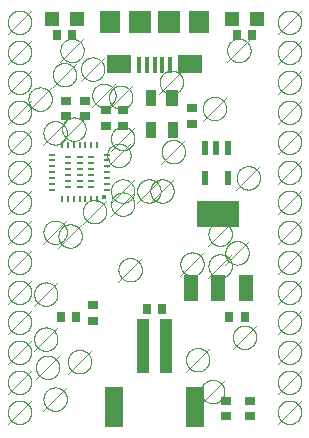
<source format=gtp>
G75*
%MOIN*%
%OFA0B0*%
%FSLAX25Y25*%
%IPPOS*%
%LPD*%
%AMOC8*
5,1,8,0,0,1.08239X$1,22.5*
%
%ADD10C,0.00100*%
%ADD11R,0.02205X0.01024*%
%ADD12R,0.01024X0.02205*%
%ADD13R,0.01575X0.01575*%
%ADD14R,0.02165X0.04724*%
%ADD15R,0.04724X0.04724*%
%ADD16R,0.02756X0.03543*%
%ADD17R,0.03937X0.18110*%
%ADD18R,0.06299X0.13386*%
%ADD19R,0.03543X0.02756*%
%ADD20R,0.03543X0.05512*%
%ADD21R,0.04331X0.05512*%
%ADD22R,0.04800X0.08800*%
%ADD23R,0.14173X0.08661*%
%ADD24R,0.07087X0.07480*%
%ADD25R,0.07480X0.07480*%
%ADD26R,0.08268X0.06299*%
%ADD27R,0.01575X0.05315*%
D10*
X0010967Y0016565D02*
X0010969Y0016689D01*
X0010975Y0016814D01*
X0010985Y0016938D01*
X0010999Y0017061D01*
X0011016Y0017184D01*
X0011038Y0017307D01*
X0011064Y0017429D01*
X0011093Y0017549D01*
X0011127Y0017669D01*
X0011164Y0017788D01*
X0011205Y0017905D01*
X0011249Y0018021D01*
X0011297Y0018136D01*
X0011349Y0018249D01*
X0011405Y0018360D01*
X0011464Y0018470D01*
X0011526Y0018577D01*
X0011592Y0018683D01*
X0011661Y0018786D01*
X0011734Y0018887D01*
X0011810Y0018986D01*
X0011888Y0019082D01*
X0011970Y0019176D01*
X0012055Y0019267D01*
X0012142Y0019356D01*
X0012233Y0019441D01*
X0012326Y0019524D01*
X0012422Y0019603D01*
X0012520Y0019679D01*
X0012620Y0019753D01*
X0012723Y0019823D01*
X0012828Y0019889D01*
X0012935Y0019953D01*
X0013044Y0020013D01*
X0013155Y0020069D01*
X0013267Y0020122D01*
X0013382Y0020171D01*
X0013497Y0020217D01*
X0013615Y0020258D01*
X0013733Y0020297D01*
X0013853Y0020331D01*
X0013973Y0020361D01*
X0014095Y0020388D01*
X0014217Y0020410D01*
X0014340Y0020429D01*
X0014463Y0020444D01*
X0014587Y0020455D01*
X0014712Y0020462D01*
X0014836Y0020465D01*
X0014960Y0020464D01*
X0015085Y0020459D01*
X0015209Y0020450D01*
X0015332Y0020437D01*
X0015456Y0020420D01*
X0015578Y0020400D01*
X0015700Y0020375D01*
X0015821Y0020346D01*
X0015941Y0020314D01*
X0016060Y0020278D01*
X0016178Y0020238D01*
X0016295Y0020194D01*
X0016410Y0020147D01*
X0016523Y0020096D01*
X0016635Y0020041D01*
X0016745Y0019983D01*
X0016853Y0019922D01*
X0016959Y0019857D01*
X0017063Y0019788D01*
X0017164Y0019717D01*
X0017264Y0019642D01*
X0017361Y0019564D01*
X0017455Y0019483D01*
X0017547Y0019399D01*
X0017636Y0019312D01*
X0017722Y0019222D01*
X0017805Y0019130D01*
X0017885Y0019035D01*
X0017963Y0018937D01*
X0018037Y0018837D01*
X0018108Y0018735D01*
X0018175Y0018631D01*
X0018239Y0018524D01*
X0018300Y0018415D01*
X0018357Y0018305D01*
X0018411Y0018193D01*
X0018461Y0018079D01*
X0018508Y0017964D01*
X0018550Y0017847D01*
X0018589Y0017729D01*
X0018625Y0017609D01*
X0018656Y0017489D01*
X0018683Y0017368D01*
X0018707Y0017246D01*
X0018727Y0017123D01*
X0018743Y0016999D01*
X0018755Y0016876D01*
X0018763Y0016752D01*
X0018767Y0016627D01*
X0018767Y0016503D01*
X0018763Y0016378D01*
X0018755Y0016254D01*
X0018743Y0016131D01*
X0018727Y0016007D01*
X0018707Y0015884D01*
X0018683Y0015762D01*
X0018656Y0015641D01*
X0018625Y0015521D01*
X0018589Y0015401D01*
X0018550Y0015283D01*
X0018508Y0015166D01*
X0018461Y0015051D01*
X0018411Y0014937D01*
X0018357Y0014825D01*
X0018300Y0014715D01*
X0018239Y0014606D01*
X0018175Y0014499D01*
X0018108Y0014395D01*
X0018037Y0014293D01*
X0017963Y0014193D01*
X0017885Y0014095D01*
X0017805Y0014000D01*
X0017722Y0013908D01*
X0017636Y0013818D01*
X0017547Y0013731D01*
X0017455Y0013647D01*
X0017361Y0013566D01*
X0017264Y0013488D01*
X0017164Y0013413D01*
X0017063Y0013342D01*
X0016959Y0013273D01*
X0016853Y0013208D01*
X0016745Y0013147D01*
X0016635Y0013089D01*
X0016523Y0013034D01*
X0016410Y0012983D01*
X0016295Y0012936D01*
X0016178Y0012892D01*
X0016060Y0012852D01*
X0015941Y0012816D01*
X0015821Y0012784D01*
X0015700Y0012755D01*
X0015578Y0012730D01*
X0015456Y0012710D01*
X0015332Y0012693D01*
X0015209Y0012680D01*
X0015085Y0012671D01*
X0014960Y0012666D01*
X0014836Y0012665D01*
X0014712Y0012668D01*
X0014587Y0012675D01*
X0014463Y0012686D01*
X0014340Y0012701D01*
X0014217Y0012720D01*
X0014095Y0012742D01*
X0013973Y0012769D01*
X0013853Y0012799D01*
X0013733Y0012833D01*
X0013615Y0012872D01*
X0013497Y0012913D01*
X0013382Y0012959D01*
X0013267Y0013008D01*
X0013155Y0013061D01*
X0013044Y0013117D01*
X0012935Y0013177D01*
X0012828Y0013241D01*
X0012723Y0013307D01*
X0012620Y0013377D01*
X0012520Y0013451D01*
X0012422Y0013527D01*
X0012326Y0013606D01*
X0012233Y0013689D01*
X0012142Y0013774D01*
X0012055Y0013863D01*
X0011970Y0013954D01*
X0011888Y0014048D01*
X0011810Y0014144D01*
X0011734Y0014243D01*
X0011661Y0014344D01*
X0011592Y0014447D01*
X0011526Y0014553D01*
X0011464Y0014660D01*
X0011405Y0014770D01*
X0011349Y0014881D01*
X0011297Y0014994D01*
X0011249Y0015109D01*
X0011205Y0015225D01*
X0011164Y0015342D01*
X0011127Y0015461D01*
X0011093Y0015581D01*
X0011064Y0015701D01*
X0011038Y0015823D01*
X0011016Y0015946D01*
X0010999Y0016069D01*
X0010985Y0016192D01*
X0010975Y0016316D01*
X0010969Y0016441D01*
X0010967Y0016565D01*
X0010867Y0012565D02*
X0018867Y0020565D01*
X0010967Y0026565D02*
X0010969Y0026689D01*
X0010975Y0026814D01*
X0010985Y0026938D01*
X0010999Y0027061D01*
X0011016Y0027184D01*
X0011038Y0027307D01*
X0011064Y0027429D01*
X0011093Y0027549D01*
X0011127Y0027669D01*
X0011164Y0027788D01*
X0011205Y0027905D01*
X0011249Y0028021D01*
X0011297Y0028136D01*
X0011349Y0028249D01*
X0011405Y0028360D01*
X0011464Y0028470D01*
X0011526Y0028577D01*
X0011592Y0028683D01*
X0011661Y0028786D01*
X0011734Y0028887D01*
X0011810Y0028986D01*
X0011888Y0029082D01*
X0011970Y0029176D01*
X0012055Y0029267D01*
X0012142Y0029356D01*
X0012233Y0029441D01*
X0012326Y0029524D01*
X0012422Y0029603D01*
X0012520Y0029679D01*
X0012620Y0029753D01*
X0012723Y0029823D01*
X0012828Y0029889D01*
X0012935Y0029953D01*
X0013044Y0030013D01*
X0013155Y0030069D01*
X0013267Y0030122D01*
X0013382Y0030171D01*
X0013497Y0030217D01*
X0013615Y0030258D01*
X0013733Y0030297D01*
X0013853Y0030331D01*
X0013973Y0030361D01*
X0014095Y0030388D01*
X0014217Y0030410D01*
X0014340Y0030429D01*
X0014463Y0030444D01*
X0014587Y0030455D01*
X0014712Y0030462D01*
X0014836Y0030465D01*
X0014960Y0030464D01*
X0015085Y0030459D01*
X0015209Y0030450D01*
X0015332Y0030437D01*
X0015456Y0030420D01*
X0015578Y0030400D01*
X0015700Y0030375D01*
X0015821Y0030346D01*
X0015941Y0030314D01*
X0016060Y0030278D01*
X0016178Y0030238D01*
X0016295Y0030194D01*
X0016410Y0030147D01*
X0016523Y0030096D01*
X0016635Y0030041D01*
X0016745Y0029983D01*
X0016853Y0029922D01*
X0016959Y0029857D01*
X0017063Y0029788D01*
X0017164Y0029717D01*
X0017264Y0029642D01*
X0017361Y0029564D01*
X0017455Y0029483D01*
X0017547Y0029399D01*
X0017636Y0029312D01*
X0017722Y0029222D01*
X0017805Y0029130D01*
X0017885Y0029035D01*
X0017963Y0028937D01*
X0018037Y0028837D01*
X0018108Y0028735D01*
X0018175Y0028631D01*
X0018239Y0028524D01*
X0018300Y0028415D01*
X0018357Y0028305D01*
X0018411Y0028193D01*
X0018461Y0028079D01*
X0018508Y0027964D01*
X0018550Y0027847D01*
X0018589Y0027729D01*
X0018625Y0027609D01*
X0018656Y0027489D01*
X0018683Y0027368D01*
X0018707Y0027246D01*
X0018727Y0027123D01*
X0018743Y0026999D01*
X0018755Y0026876D01*
X0018763Y0026752D01*
X0018767Y0026627D01*
X0018767Y0026503D01*
X0018763Y0026378D01*
X0018755Y0026254D01*
X0018743Y0026131D01*
X0018727Y0026007D01*
X0018707Y0025884D01*
X0018683Y0025762D01*
X0018656Y0025641D01*
X0018625Y0025521D01*
X0018589Y0025401D01*
X0018550Y0025283D01*
X0018508Y0025166D01*
X0018461Y0025051D01*
X0018411Y0024937D01*
X0018357Y0024825D01*
X0018300Y0024715D01*
X0018239Y0024606D01*
X0018175Y0024499D01*
X0018108Y0024395D01*
X0018037Y0024293D01*
X0017963Y0024193D01*
X0017885Y0024095D01*
X0017805Y0024000D01*
X0017722Y0023908D01*
X0017636Y0023818D01*
X0017547Y0023731D01*
X0017455Y0023647D01*
X0017361Y0023566D01*
X0017264Y0023488D01*
X0017164Y0023413D01*
X0017063Y0023342D01*
X0016959Y0023273D01*
X0016853Y0023208D01*
X0016745Y0023147D01*
X0016635Y0023089D01*
X0016523Y0023034D01*
X0016410Y0022983D01*
X0016295Y0022936D01*
X0016178Y0022892D01*
X0016060Y0022852D01*
X0015941Y0022816D01*
X0015821Y0022784D01*
X0015700Y0022755D01*
X0015578Y0022730D01*
X0015456Y0022710D01*
X0015332Y0022693D01*
X0015209Y0022680D01*
X0015085Y0022671D01*
X0014960Y0022666D01*
X0014836Y0022665D01*
X0014712Y0022668D01*
X0014587Y0022675D01*
X0014463Y0022686D01*
X0014340Y0022701D01*
X0014217Y0022720D01*
X0014095Y0022742D01*
X0013973Y0022769D01*
X0013853Y0022799D01*
X0013733Y0022833D01*
X0013615Y0022872D01*
X0013497Y0022913D01*
X0013382Y0022959D01*
X0013267Y0023008D01*
X0013155Y0023061D01*
X0013044Y0023117D01*
X0012935Y0023177D01*
X0012828Y0023241D01*
X0012723Y0023307D01*
X0012620Y0023377D01*
X0012520Y0023451D01*
X0012422Y0023527D01*
X0012326Y0023606D01*
X0012233Y0023689D01*
X0012142Y0023774D01*
X0012055Y0023863D01*
X0011970Y0023954D01*
X0011888Y0024048D01*
X0011810Y0024144D01*
X0011734Y0024243D01*
X0011661Y0024344D01*
X0011592Y0024447D01*
X0011526Y0024553D01*
X0011464Y0024660D01*
X0011405Y0024770D01*
X0011349Y0024881D01*
X0011297Y0024994D01*
X0011249Y0025109D01*
X0011205Y0025225D01*
X0011164Y0025342D01*
X0011127Y0025461D01*
X0011093Y0025581D01*
X0011064Y0025701D01*
X0011038Y0025823D01*
X0011016Y0025946D01*
X0010999Y0026069D01*
X0010985Y0026192D01*
X0010975Y0026316D01*
X0010969Y0026441D01*
X0010967Y0026565D01*
X0010867Y0022565D02*
X0018867Y0030565D01*
X0010967Y0036565D02*
X0010969Y0036689D01*
X0010975Y0036814D01*
X0010985Y0036938D01*
X0010999Y0037061D01*
X0011016Y0037184D01*
X0011038Y0037307D01*
X0011064Y0037429D01*
X0011093Y0037549D01*
X0011127Y0037669D01*
X0011164Y0037788D01*
X0011205Y0037905D01*
X0011249Y0038021D01*
X0011297Y0038136D01*
X0011349Y0038249D01*
X0011405Y0038360D01*
X0011464Y0038470D01*
X0011526Y0038577D01*
X0011592Y0038683D01*
X0011661Y0038786D01*
X0011734Y0038887D01*
X0011810Y0038986D01*
X0011888Y0039082D01*
X0011970Y0039176D01*
X0012055Y0039267D01*
X0012142Y0039356D01*
X0012233Y0039441D01*
X0012326Y0039524D01*
X0012422Y0039603D01*
X0012520Y0039679D01*
X0012620Y0039753D01*
X0012723Y0039823D01*
X0012828Y0039889D01*
X0012935Y0039953D01*
X0013044Y0040013D01*
X0013155Y0040069D01*
X0013267Y0040122D01*
X0013382Y0040171D01*
X0013497Y0040217D01*
X0013615Y0040258D01*
X0013733Y0040297D01*
X0013853Y0040331D01*
X0013973Y0040361D01*
X0014095Y0040388D01*
X0014217Y0040410D01*
X0014340Y0040429D01*
X0014463Y0040444D01*
X0014587Y0040455D01*
X0014712Y0040462D01*
X0014836Y0040465D01*
X0014960Y0040464D01*
X0015085Y0040459D01*
X0015209Y0040450D01*
X0015332Y0040437D01*
X0015456Y0040420D01*
X0015578Y0040400D01*
X0015700Y0040375D01*
X0015821Y0040346D01*
X0015941Y0040314D01*
X0016060Y0040278D01*
X0016178Y0040238D01*
X0016295Y0040194D01*
X0016410Y0040147D01*
X0016523Y0040096D01*
X0016635Y0040041D01*
X0016745Y0039983D01*
X0016853Y0039922D01*
X0016959Y0039857D01*
X0017063Y0039788D01*
X0017164Y0039717D01*
X0017264Y0039642D01*
X0017361Y0039564D01*
X0017455Y0039483D01*
X0017547Y0039399D01*
X0017636Y0039312D01*
X0017722Y0039222D01*
X0017805Y0039130D01*
X0017885Y0039035D01*
X0017963Y0038937D01*
X0018037Y0038837D01*
X0018108Y0038735D01*
X0018175Y0038631D01*
X0018239Y0038524D01*
X0018300Y0038415D01*
X0018357Y0038305D01*
X0018411Y0038193D01*
X0018461Y0038079D01*
X0018508Y0037964D01*
X0018550Y0037847D01*
X0018589Y0037729D01*
X0018625Y0037609D01*
X0018656Y0037489D01*
X0018683Y0037368D01*
X0018707Y0037246D01*
X0018727Y0037123D01*
X0018743Y0036999D01*
X0018755Y0036876D01*
X0018763Y0036752D01*
X0018767Y0036627D01*
X0018767Y0036503D01*
X0018763Y0036378D01*
X0018755Y0036254D01*
X0018743Y0036131D01*
X0018727Y0036007D01*
X0018707Y0035884D01*
X0018683Y0035762D01*
X0018656Y0035641D01*
X0018625Y0035521D01*
X0018589Y0035401D01*
X0018550Y0035283D01*
X0018508Y0035166D01*
X0018461Y0035051D01*
X0018411Y0034937D01*
X0018357Y0034825D01*
X0018300Y0034715D01*
X0018239Y0034606D01*
X0018175Y0034499D01*
X0018108Y0034395D01*
X0018037Y0034293D01*
X0017963Y0034193D01*
X0017885Y0034095D01*
X0017805Y0034000D01*
X0017722Y0033908D01*
X0017636Y0033818D01*
X0017547Y0033731D01*
X0017455Y0033647D01*
X0017361Y0033566D01*
X0017264Y0033488D01*
X0017164Y0033413D01*
X0017063Y0033342D01*
X0016959Y0033273D01*
X0016853Y0033208D01*
X0016745Y0033147D01*
X0016635Y0033089D01*
X0016523Y0033034D01*
X0016410Y0032983D01*
X0016295Y0032936D01*
X0016178Y0032892D01*
X0016060Y0032852D01*
X0015941Y0032816D01*
X0015821Y0032784D01*
X0015700Y0032755D01*
X0015578Y0032730D01*
X0015456Y0032710D01*
X0015332Y0032693D01*
X0015209Y0032680D01*
X0015085Y0032671D01*
X0014960Y0032666D01*
X0014836Y0032665D01*
X0014712Y0032668D01*
X0014587Y0032675D01*
X0014463Y0032686D01*
X0014340Y0032701D01*
X0014217Y0032720D01*
X0014095Y0032742D01*
X0013973Y0032769D01*
X0013853Y0032799D01*
X0013733Y0032833D01*
X0013615Y0032872D01*
X0013497Y0032913D01*
X0013382Y0032959D01*
X0013267Y0033008D01*
X0013155Y0033061D01*
X0013044Y0033117D01*
X0012935Y0033177D01*
X0012828Y0033241D01*
X0012723Y0033307D01*
X0012620Y0033377D01*
X0012520Y0033451D01*
X0012422Y0033527D01*
X0012326Y0033606D01*
X0012233Y0033689D01*
X0012142Y0033774D01*
X0012055Y0033863D01*
X0011970Y0033954D01*
X0011888Y0034048D01*
X0011810Y0034144D01*
X0011734Y0034243D01*
X0011661Y0034344D01*
X0011592Y0034447D01*
X0011526Y0034553D01*
X0011464Y0034660D01*
X0011405Y0034770D01*
X0011349Y0034881D01*
X0011297Y0034994D01*
X0011249Y0035109D01*
X0011205Y0035225D01*
X0011164Y0035342D01*
X0011127Y0035461D01*
X0011093Y0035581D01*
X0011064Y0035701D01*
X0011038Y0035823D01*
X0011016Y0035946D01*
X0010999Y0036069D01*
X0010985Y0036192D01*
X0010975Y0036316D01*
X0010969Y0036441D01*
X0010967Y0036565D01*
X0010867Y0032565D02*
X0018867Y0040565D01*
X0019717Y0040940D02*
X0019719Y0041064D01*
X0019725Y0041189D01*
X0019735Y0041313D01*
X0019749Y0041436D01*
X0019766Y0041559D01*
X0019788Y0041682D01*
X0019814Y0041804D01*
X0019843Y0041924D01*
X0019877Y0042044D01*
X0019914Y0042163D01*
X0019955Y0042280D01*
X0019999Y0042396D01*
X0020047Y0042511D01*
X0020099Y0042624D01*
X0020155Y0042735D01*
X0020214Y0042845D01*
X0020276Y0042952D01*
X0020342Y0043058D01*
X0020411Y0043161D01*
X0020484Y0043262D01*
X0020560Y0043361D01*
X0020638Y0043457D01*
X0020720Y0043551D01*
X0020805Y0043642D01*
X0020892Y0043731D01*
X0020983Y0043816D01*
X0021076Y0043899D01*
X0021172Y0043978D01*
X0021270Y0044054D01*
X0021370Y0044128D01*
X0021473Y0044198D01*
X0021578Y0044264D01*
X0021685Y0044328D01*
X0021794Y0044388D01*
X0021905Y0044444D01*
X0022017Y0044497D01*
X0022132Y0044546D01*
X0022247Y0044592D01*
X0022365Y0044633D01*
X0022483Y0044672D01*
X0022603Y0044706D01*
X0022723Y0044736D01*
X0022845Y0044763D01*
X0022967Y0044785D01*
X0023090Y0044804D01*
X0023213Y0044819D01*
X0023337Y0044830D01*
X0023462Y0044837D01*
X0023586Y0044840D01*
X0023710Y0044839D01*
X0023835Y0044834D01*
X0023959Y0044825D01*
X0024082Y0044812D01*
X0024206Y0044795D01*
X0024328Y0044775D01*
X0024450Y0044750D01*
X0024571Y0044721D01*
X0024691Y0044689D01*
X0024810Y0044653D01*
X0024928Y0044613D01*
X0025045Y0044569D01*
X0025160Y0044522D01*
X0025273Y0044471D01*
X0025385Y0044416D01*
X0025495Y0044358D01*
X0025603Y0044297D01*
X0025709Y0044232D01*
X0025813Y0044163D01*
X0025914Y0044092D01*
X0026014Y0044017D01*
X0026111Y0043939D01*
X0026205Y0043858D01*
X0026297Y0043774D01*
X0026386Y0043687D01*
X0026472Y0043597D01*
X0026555Y0043505D01*
X0026635Y0043410D01*
X0026713Y0043312D01*
X0026787Y0043212D01*
X0026858Y0043110D01*
X0026925Y0043006D01*
X0026989Y0042899D01*
X0027050Y0042790D01*
X0027107Y0042680D01*
X0027161Y0042568D01*
X0027211Y0042454D01*
X0027258Y0042339D01*
X0027300Y0042222D01*
X0027339Y0042104D01*
X0027375Y0041984D01*
X0027406Y0041864D01*
X0027433Y0041743D01*
X0027457Y0041621D01*
X0027477Y0041498D01*
X0027493Y0041374D01*
X0027505Y0041251D01*
X0027513Y0041127D01*
X0027517Y0041002D01*
X0027517Y0040878D01*
X0027513Y0040753D01*
X0027505Y0040629D01*
X0027493Y0040506D01*
X0027477Y0040382D01*
X0027457Y0040259D01*
X0027433Y0040137D01*
X0027406Y0040016D01*
X0027375Y0039896D01*
X0027339Y0039776D01*
X0027300Y0039658D01*
X0027258Y0039541D01*
X0027211Y0039426D01*
X0027161Y0039312D01*
X0027107Y0039200D01*
X0027050Y0039090D01*
X0026989Y0038981D01*
X0026925Y0038874D01*
X0026858Y0038770D01*
X0026787Y0038668D01*
X0026713Y0038568D01*
X0026635Y0038470D01*
X0026555Y0038375D01*
X0026472Y0038283D01*
X0026386Y0038193D01*
X0026297Y0038106D01*
X0026205Y0038022D01*
X0026111Y0037941D01*
X0026014Y0037863D01*
X0025914Y0037788D01*
X0025813Y0037717D01*
X0025709Y0037648D01*
X0025603Y0037583D01*
X0025495Y0037522D01*
X0025385Y0037464D01*
X0025273Y0037409D01*
X0025160Y0037358D01*
X0025045Y0037311D01*
X0024928Y0037267D01*
X0024810Y0037227D01*
X0024691Y0037191D01*
X0024571Y0037159D01*
X0024450Y0037130D01*
X0024328Y0037105D01*
X0024206Y0037085D01*
X0024082Y0037068D01*
X0023959Y0037055D01*
X0023835Y0037046D01*
X0023710Y0037041D01*
X0023586Y0037040D01*
X0023462Y0037043D01*
X0023337Y0037050D01*
X0023213Y0037061D01*
X0023090Y0037076D01*
X0022967Y0037095D01*
X0022845Y0037117D01*
X0022723Y0037144D01*
X0022603Y0037174D01*
X0022483Y0037208D01*
X0022365Y0037247D01*
X0022247Y0037288D01*
X0022132Y0037334D01*
X0022017Y0037383D01*
X0021905Y0037436D01*
X0021794Y0037492D01*
X0021685Y0037552D01*
X0021578Y0037616D01*
X0021473Y0037682D01*
X0021370Y0037752D01*
X0021270Y0037826D01*
X0021172Y0037902D01*
X0021076Y0037981D01*
X0020983Y0038064D01*
X0020892Y0038149D01*
X0020805Y0038238D01*
X0020720Y0038329D01*
X0020638Y0038423D01*
X0020560Y0038519D01*
X0020484Y0038618D01*
X0020411Y0038719D01*
X0020342Y0038822D01*
X0020276Y0038928D01*
X0020214Y0039035D01*
X0020155Y0039145D01*
X0020099Y0039256D01*
X0020047Y0039369D01*
X0019999Y0039484D01*
X0019955Y0039600D01*
X0019914Y0039717D01*
X0019877Y0039836D01*
X0019843Y0039956D01*
X0019814Y0040076D01*
X0019788Y0040198D01*
X0019766Y0040321D01*
X0019749Y0040444D01*
X0019735Y0040567D01*
X0019725Y0040691D01*
X0019719Y0040816D01*
X0019717Y0040940D01*
X0019617Y0036940D02*
X0027617Y0044940D01*
X0019717Y0055940D02*
X0019719Y0056064D01*
X0019725Y0056189D01*
X0019735Y0056313D01*
X0019749Y0056436D01*
X0019766Y0056559D01*
X0019788Y0056682D01*
X0019814Y0056804D01*
X0019843Y0056924D01*
X0019877Y0057044D01*
X0019914Y0057163D01*
X0019955Y0057280D01*
X0019999Y0057396D01*
X0020047Y0057511D01*
X0020099Y0057624D01*
X0020155Y0057735D01*
X0020214Y0057845D01*
X0020276Y0057952D01*
X0020342Y0058058D01*
X0020411Y0058161D01*
X0020484Y0058262D01*
X0020560Y0058361D01*
X0020638Y0058457D01*
X0020720Y0058551D01*
X0020805Y0058642D01*
X0020892Y0058731D01*
X0020983Y0058816D01*
X0021076Y0058899D01*
X0021172Y0058978D01*
X0021270Y0059054D01*
X0021370Y0059128D01*
X0021473Y0059198D01*
X0021578Y0059264D01*
X0021685Y0059328D01*
X0021794Y0059388D01*
X0021905Y0059444D01*
X0022017Y0059497D01*
X0022132Y0059546D01*
X0022247Y0059592D01*
X0022365Y0059633D01*
X0022483Y0059672D01*
X0022603Y0059706D01*
X0022723Y0059736D01*
X0022845Y0059763D01*
X0022967Y0059785D01*
X0023090Y0059804D01*
X0023213Y0059819D01*
X0023337Y0059830D01*
X0023462Y0059837D01*
X0023586Y0059840D01*
X0023710Y0059839D01*
X0023835Y0059834D01*
X0023959Y0059825D01*
X0024082Y0059812D01*
X0024206Y0059795D01*
X0024328Y0059775D01*
X0024450Y0059750D01*
X0024571Y0059721D01*
X0024691Y0059689D01*
X0024810Y0059653D01*
X0024928Y0059613D01*
X0025045Y0059569D01*
X0025160Y0059522D01*
X0025273Y0059471D01*
X0025385Y0059416D01*
X0025495Y0059358D01*
X0025603Y0059297D01*
X0025709Y0059232D01*
X0025813Y0059163D01*
X0025914Y0059092D01*
X0026014Y0059017D01*
X0026111Y0058939D01*
X0026205Y0058858D01*
X0026297Y0058774D01*
X0026386Y0058687D01*
X0026472Y0058597D01*
X0026555Y0058505D01*
X0026635Y0058410D01*
X0026713Y0058312D01*
X0026787Y0058212D01*
X0026858Y0058110D01*
X0026925Y0058006D01*
X0026989Y0057899D01*
X0027050Y0057790D01*
X0027107Y0057680D01*
X0027161Y0057568D01*
X0027211Y0057454D01*
X0027258Y0057339D01*
X0027300Y0057222D01*
X0027339Y0057104D01*
X0027375Y0056984D01*
X0027406Y0056864D01*
X0027433Y0056743D01*
X0027457Y0056621D01*
X0027477Y0056498D01*
X0027493Y0056374D01*
X0027505Y0056251D01*
X0027513Y0056127D01*
X0027517Y0056002D01*
X0027517Y0055878D01*
X0027513Y0055753D01*
X0027505Y0055629D01*
X0027493Y0055506D01*
X0027477Y0055382D01*
X0027457Y0055259D01*
X0027433Y0055137D01*
X0027406Y0055016D01*
X0027375Y0054896D01*
X0027339Y0054776D01*
X0027300Y0054658D01*
X0027258Y0054541D01*
X0027211Y0054426D01*
X0027161Y0054312D01*
X0027107Y0054200D01*
X0027050Y0054090D01*
X0026989Y0053981D01*
X0026925Y0053874D01*
X0026858Y0053770D01*
X0026787Y0053668D01*
X0026713Y0053568D01*
X0026635Y0053470D01*
X0026555Y0053375D01*
X0026472Y0053283D01*
X0026386Y0053193D01*
X0026297Y0053106D01*
X0026205Y0053022D01*
X0026111Y0052941D01*
X0026014Y0052863D01*
X0025914Y0052788D01*
X0025813Y0052717D01*
X0025709Y0052648D01*
X0025603Y0052583D01*
X0025495Y0052522D01*
X0025385Y0052464D01*
X0025273Y0052409D01*
X0025160Y0052358D01*
X0025045Y0052311D01*
X0024928Y0052267D01*
X0024810Y0052227D01*
X0024691Y0052191D01*
X0024571Y0052159D01*
X0024450Y0052130D01*
X0024328Y0052105D01*
X0024206Y0052085D01*
X0024082Y0052068D01*
X0023959Y0052055D01*
X0023835Y0052046D01*
X0023710Y0052041D01*
X0023586Y0052040D01*
X0023462Y0052043D01*
X0023337Y0052050D01*
X0023213Y0052061D01*
X0023090Y0052076D01*
X0022967Y0052095D01*
X0022845Y0052117D01*
X0022723Y0052144D01*
X0022603Y0052174D01*
X0022483Y0052208D01*
X0022365Y0052247D01*
X0022247Y0052288D01*
X0022132Y0052334D01*
X0022017Y0052383D01*
X0021905Y0052436D01*
X0021794Y0052492D01*
X0021685Y0052552D01*
X0021578Y0052616D01*
X0021473Y0052682D01*
X0021370Y0052752D01*
X0021270Y0052826D01*
X0021172Y0052902D01*
X0021076Y0052981D01*
X0020983Y0053064D01*
X0020892Y0053149D01*
X0020805Y0053238D01*
X0020720Y0053329D01*
X0020638Y0053423D01*
X0020560Y0053519D01*
X0020484Y0053618D01*
X0020411Y0053719D01*
X0020342Y0053822D01*
X0020276Y0053928D01*
X0020214Y0054035D01*
X0020155Y0054145D01*
X0020099Y0054256D01*
X0020047Y0054369D01*
X0019999Y0054484D01*
X0019955Y0054600D01*
X0019914Y0054717D01*
X0019877Y0054836D01*
X0019843Y0054956D01*
X0019814Y0055076D01*
X0019788Y0055198D01*
X0019766Y0055321D01*
X0019749Y0055444D01*
X0019735Y0055567D01*
X0019725Y0055691D01*
X0019719Y0055816D01*
X0019717Y0055940D01*
X0019617Y0051940D02*
X0027617Y0059940D01*
X0027842Y0075315D02*
X0027844Y0075439D01*
X0027850Y0075564D01*
X0027860Y0075688D01*
X0027874Y0075811D01*
X0027891Y0075934D01*
X0027913Y0076057D01*
X0027939Y0076179D01*
X0027968Y0076299D01*
X0028002Y0076419D01*
X0028039Y0076538D01*
X0028080Y0076655D01*
X0028124Y0076771D01*
X0028172Y0076886D01*
X0028224Y0076999D01*
X0028280Y0077110D01*
X0028339Y0077220D01*
X0028401Y0077327D01*
X0028467Y0077433D01*
X0028536Y0077536D01*
X0028609Y0077637D01*
X0028685Y0077736D01*
X0028763Y0077832D01*
X0028845Y0077926D01*
X0028930Y0078017D01*
X0029017Y0078106D01*
X0029108Y0078191D01*
X0029201Y0078274D01*
X0029297Y0078353D01*
X0029395Y0078429D01*
X0029495Y0078503D01*
X0029598Y0078573D01*
X0029703Y0078639D01*
X0029810Y0078703D01*
X0029919Y0078763D01*
X0030030Y0078819D01*
X0030142Y0078872D01*
X0030257Y0078921D01*
X0030372Y0078967D01*
X0030490Y0079008D01*
X0030608Y0079047D01*
X0030728Y0079081D01*
X0030848Y0079111D01*
X0030970Y0079138D01*
X0031092Y0079160D01*
X0031215Y0079179D01*
X0031338Y0079194D01*
X0031462Y0079205D01*
X0031587Y0079212D01*
X0031711Y0079215D01*
X0031835Y0079214D01*
X0031960Y0079209D01*
X0032084Y0079200D01*
X0032207Y0079187D01*
X0032331Y0079170D01*
X0032453Y0079150D01*
X0032575Y0079125D01*
X0032696Y0079096D01*
X0032816Y0079064D01*
X0032935Y0079028D01*
X0033053Y0078988D01*
X0033170Y0078944D01*
X0033285Y0078897D01*
X0033398Y0078846D01*
X0033510Y0078791D01*
X0033620Y0078733D01*
X0033728Y0078672D01*
X0033834Y0078607D01*
X0033938Y0078538D01*
X0034039Y0078467D01*
X0034139Y0078392D01*
X0034236Y0078314D01*
X0034330Y0078233D01*
X0034422Y0078149D01*
X0034511Y0078062D01*
X0034597Y0077972D01*
X0034680Y0077880D01*
X0034760Y0077785D01*
X0034838Y0077687D01*
X0034912Y0077587D01*
X0034983Y0077485D01*
X0035050Y0077381D01*
X0035114Y0077274D01*
X0035175Y0077165D01*
X0035232Y0077055D01*
X0035286Y0076943D01*
X0035336Y0076829D01*
X0035383Y0076714D01*
X0035425Y0076597D01*
X0035464Y0076479D01*
X0035500Y0076359D01*
X0035531Y0076239D01*
X0035558Y0076118D01*
X0035582Y0075996D01*
X0035602Y0075873D01*
X0035618Y0075749D01*
X0035630Y0075626D01*
X0035638Y0075502D01*
X0035642Y0075377D01*
X0035642Y0075253D01*
X0035638Y0075128D01*
X0035630Y0075004D01*
X0035618Y0074881D01*
X0035602Y0074757D01*
X0035582Y0074634D01*
X0035558Y0074512D01*
X0035531Y0074391D01*
X0035500Y0074271D01*
X0035464Y0074151D01*
X0035425Y0074033D01*
X0035383Y0073916D01*
X0035336Y0073801D01*
X0035286Y0073687D01*
X0035232Y0073575D01*
X0035175Y0073465D01*
X0035114Y0073356D01*
X0035050Y0073249D01*
X0034983Y0073145D01*
X0034912Y0073043D01*
X0034838Y0072943D01*
X0034760Y0072845D01*
X0034680Y0072750D01*
X0034597Y0072658D01*
X0034511Y0072568D01*
X0034422Y0072481D01*
X0034330Y0072397D01*
X0034236Y0072316D01*
X0034139Y0072238D01*
X0034039Y0072163D01*
X0033938Y0072092D01*
X0033834Y0072023D01*
X0033728Y0071958D01*
X0033620Y0071897D01*
X0033510Y0071839D01*
X0033398Y0071784D01*
X0033285Y0071733D01*
X0033170Y0071686D01*
X0033053Y0071642D01*
X0032935Y0071602D01*
X0032816Y0071566D01*
X0032696Y0071534D01*
X0032575Y0071505D01*
X0032453Y0071480D01*
X0032331Y0071460D01*
X0032207Y0071443D01*
X0032084Y0071430D01*
X0031960Y0071421D01*
X0031835Y0071416D01*
X0031711Y0071415D01*
X0031587Y0071418D01*
X0031462Y0071425D01*
X0031338Y0071436D01*
X0031215Y0071451D01*
X0031092Y0071470D01*
X0030970Y0071492D01*
X0030848Y0071519D01*
X0030728Y0071549D01*
X0030608Y0071583D01*
X0030490Y0071622D01*
X0030372Y0071663D01*
X0030257Y0071709D01*
X0030142Y0071758D01*
X0030030Y0071811D01*
X0029919Y0071867D01*
X0029810Y0071927D01*
X0029703Y0071991D01*
X0029598Y0072057D01*
X0029495Y0072127D01*
X0029395Y0072201D01*
X0029297Y0072277D01*
X0029201Y0072356D01*
X0029108Y0072439D01*
X0029017Y0072524D01*
X0028930Y0072613D01*
X0028845Y0072704D01*
X0028763Y0072798D01*
X0028685Y0072894D01*
X0028609Y0072993D01*
X0028536Y0073094D01*
X0028467Y0073197D01*
X0028401Y0073303D01*
X0028339Y0073410D01*
X0028280Y0073520D01*
X0028224Y0073631D01*
X0028172Y0073744D01*
X0028124Y0073859D01*
X0028080Y0073975D01*
X0028039Y0074092D01*
X0028002Y0074211D01*
X0027968Y0074331D01*
X0027939Y0074451D01*
X0027913Y0074573D01*
X0027891Y0074696D01*
X0027874Y0074819D01*
X0027860Y0074942D01*
X0027850Y0075066D01*
X0027844Y0075191D01*
X0027842Y0075315D01*
X0027742Y0071315D02*
X0035742Y0079315D01*
X0035967Y0083440D02*
X0035969Y0083564D01*
X0035975Y0083689D01*
X0035985Y0083813D01*
X0035999Y0083936D01*
X0036016Y0084059D01*
X0036038Y0084182D01*
X0036064Y0084304D01*
X0036093Y0084424D01*
X0036127Y0084544D01*
X0036164Y0084663D01*
X0036205Y0084780D01*
X0036249Y0084896D01*
X0036297Y0085011D01*
X0036349Y0085124D01*
X0036405Y0085235D01*
X0036464Y0085345D01*
X0036526Y0085452D01*
X0036592Y0085558D01*
X0036661Y0085661D01*
X0036734Y0085762D01*
X0036810Y0085861D01*
X0036888Y0085957D01*
X0036970Y0086051D01*
X0037055Y0086142D01*
X0037142Y0086231D01*
X0037233Y0086316D01*
X0037326Y0086399D01*
X0037422Y0086478D01*
X0037520Y0086554D01*
X0037620Y0086628D01*
X0037723Y0086698D01*
X0037828Y0086764D01*
X0037935Y0086828D01*
X0038044Y0086888D01*
X0038155Y0086944D01*
X0038267Y0086997D01*
X0038382Y0087046D01*
X0038497Y0087092D01*
X0038615Y0087133D01*
X0038733Y0087172D01*
X0038853Y0087206D01*
X0038973Y0087236D01*
X0039095Y0087263D01*
X0039217Y0087285D01*
X0039340Y0087304D01*
X0039463Y0087319D01*
X0039587Y0087330D01*
X0039712Y0087337D01*
X0039836Y0087340D01*
X0039960Y0087339D01*
X0040085Y0087334D01*
X0040209Y0087325D01*
X0040332Y0087312D01*
X0040456Y0087295D01*
X0040578Y0087275D01*
X0040700Y0087250D01*
X0040821Y0087221D01*
X0040941Y0087189D01*
X0041060Y0087153D01*
X0041178Y0087113D01*
X0041295Y0087069D01*
X0041410Y0087022D01*
X0041523Y0086971D01*
X0041635Y0086916D01*
X0041745Y0086858D01*
X0041853Y0086797D01*
X0041959Y0086732D01*
X0042063Y0086663D01*
X0042164Y0086592D01*
X0042264Y0086517D01*
X0042361Y0086439D01*
X0042455Y0086358D01*
X0042547Y0086274D01*
X0042636Y0086187D01*
X0042722Y0086097D01*
X0042805Y0086005D01*
X0042885Y0085910D01*
X0042963Y0085812D01*
X0043037Y0085712D01*
X0043108Y0085610D01*
X0043175Y0085506D01*
X0043239Y0085399D01*
X0043300Y0085290D01*
X0043357Y0085180D01*
X0043411Y0085068D01*
X0043461Y0084954D01*
X0043508Y0084839D01*
X0043550Y0084722D01*
X0043589Y0084604D01*
X0043625Y0084484D01*
X0043656Y0084364D01*
X0043683Y0084243D01*
X0043707Y0084121D01*
X0043727Y0083998D01*
X0043743Y0083874D01*
X0043755Y0083751D01*
X0043763Y0083627D01*
X0043767Y0083502D01*
X0043767Y0083378D01*
X0043763Y0083253D01*
X0043755Y0083129D01*
X0043743Y0083006D01*
X0043727Y0082882D01*
X0043707Y0082759D01*
X0043683Y0082637D01*
X0043656Y0082516D01*
X0043625Y0082396D01*
X0043589Y0082276D01*
X0043550Y0082158D01*
X0043508Y0082041D01*
X0043461Y0081926D01*
X0043411Y0081812D01*
X0043357Y0081700D01*
X0043300Y0081590D01*
X0043239Y0081481D01*
X0043175Y0081374D01*
X0043108Y0081270D01*
X0043037Y0081168D01*
X0042963Y0081068D01*
X0042885Y0080970D01*
X0042805Y0080875D01*
X0042722Y0080783D01*
X0042636Y0080693D01*
X0042547Y0080606D01*
X0042455Y0080522D01*
X0042361Y0080441D01*
X0042264Y0080363D01*
X0042164Y0080288D01*
X0042063Y0080217D01*
X0041959Y0080148D01*
X0041853Y0080083D01*
X0041745Y0080022D01*
X0041635Y0079964D01*
X0041523Y0079909D01*
X0041410Y0079858D01*
X0041295Y0079811D01*
X0041178Y0079767D01*
X0041060Y0079727D01*
X0040941Y0079691D01*
X0040821Y0079659D01*
X0040700Y0079630D01*
X0040578Y0079605D01*
X0040456Y0079585D01*
X0040332Y0079568D01*
X0040209Y0079555D01*
X0040085Y0079546D01*
X0039960Y0079541D01*
X0039836Y0079540D01*
X0039712Y0079543D01*
X0039587Y0079550D01*
X0039463Y0079561D01*
X0039340Y0079576D01*
X0039217Y0079595D01*
X0039095Y0079617D01*
X0038973Y0079644D01*
X0038853Y0079674D01*
X0038733Y0079708D01*
X0038615Y0079747D01*
X0038497Y0079788D01*
X0038382Y0079834D01*
X0038267Y0079883D01*
X0038155Y0079936D01*
X0038044Y0079992D01*
X0037935Y0080052D01*
X0037828Y0080116D01*
X0037723Y0080182D01*
X0037620Y0080252D01*
X0037520Y0080326D01*
X0037422Y0080402D01*
X0037326Y0080481D01*
X0037233Y0080564D01*
X0037142Y0080649D01*
X0037055Y0080738D01*
X0036970Y0080829D01*
X0036888Y0080923D01*
X0036810Y0081019D01*
X0036734Y0081118D01*
X0036661Y0081219D01*
X0036592Y0081322D01*
X0036526Y0081428D01*
X0036464Y0081535D01*
X0036405Y0081645D01*
X0036349Y0081756D01*
X0036297Y0081869D01*
X0036249Y0081984D01*
X0036205Y0082100D01*
X0036164Y0082217D01*
X0036127Y0082336D01*
X0036093Y0082456D01*
X0036064Y0082576D01*
X0036038Y0082698D01*
X0036016Y0082821D01*
X0035999Y0082944D01*
X0035985Y0083067D01*
X0035975Y0083191D01*
X0035969Y0083316D01*
X0035967Y0083440D01*
X0035867Y0079440D02*
X0043867Y0087440D01*
X0045342Y0085940D02*
X0045344Y0086064D01*
X0045350Y0086189D01*
X0045360Y0086313D01*
X0045374Y0086436D01*
X0045391Y0086559D01*
X0045413Y0086682D01*
X0045439Y0086804D01*
X0045468Y0086924D01*
X0045502Y0087044D01*
X0045539Y0087163D01*
X0045580Y0087280D01*
X0045624Y0087396D01*
X0045672Y0087511D01*
X0045724Y0087624D01*
X0045780Y0087735D01*
X0045839Y0087845D01*
X0045901Y0087952D01*
X0045967Y0088058D01*
X0046036Y0088161D01*
X0046109Y0088262D01*
X0046185Y0088361D01*
X0046263Y0088457D01*
X0046345Y0088551D01*
X0046430Y0088642D01*
X0046517Y0088731D01*
X0046608Y0088816D01*
X0046701Y0088899D01*
X0046797Y0088978D01*
X0046895Y0089054D01*
X0046995Y0089128D01*
X0047098Y0089198D01*
X0047203Y0089264D01*
X0047310Y0089328D01*
X0047419Y0089388D01*
X0047530Y0089444D01*
X0047642Y0089497D01*
X0047757Y0089546D01*
X0047872Y0089592D01*
X0047990Y0089633D01*
X0048108Y0089672D01*
X0048228Y0089706D01*
X0048348Y0089736D01*
X0048470Y0089763D01*
X0048592Y0089785D01*
X0048715Y0089804D01*
X0048838Y0089819D01*
X0048962Y0089830D01*
X0049087Y0089837D01*
X0049211Y0089840D01*
X0049335Y0089839D01*
X0049460Y0089834D01*
X0049584Y0089825D01*
X0049707Y0089812D01*
X0049831Y0089795D01*
X0049953Y0089775D01*
X0050075Y0089750D01*
X0050196Y0089721D01*
X0050316Y0089689D01*
X0050435Y0089653D01*
X0050553Y0089613D01*
X0050670Y0089569D01*
X0050785Y0089522D01*
X0050898Y0089471D01*
X0051010Y0089416D01*
X0051120Y0089358D01*
X0051228Y0089297D01*
X0051334Y0089232D01*
X0051438Y0089163D01*
X0051539Y0089092D01*
X0051639Y0089017D01*
X0051736Y0088939D01*
X0051830Y0088858D01*
X0051922Y0088774D01*
X0052011Y0088687D01*
X0052097Y0088597D01*
X0052180Y0088505D01*
X0052260Y0088410D01*
X0052338Y0088312D01*
X0052412Y0088212D01*
X0052483Y0088110D01*
X0052550Y0088006D01*
X0052614Y0087899D01*
X0052675Y0087790D01*
X0052732Y0087680D01*
X0052786Y0087568D01*
X0052836Y0087454D01*
X0052883Y0087339D01*
X0052925Y0087222D01*
X0052964Y0087104D01*
X0053000Y0086984D01*
X0053031Y0086864D01*
X0053058Y0086743D01*
X0053082Y0086621D01*
X0053102Y0086498D01*
X0053118Y0086374D01*
X0053130Y0086251D01*
X0053138Y0086127D01*
X0053142Y0086002D01*
X0053142Y0085878D01*
X0053138Y0085753D01*
X0053130Y0085629D01*
X0053118Y0085506D01*
X0053102Y0085382D01*
X0053082Y0085259D01*
X0053058Y0085137D01*
X0053031Y0085016D01*
X0053000Y0084896D01*
X0052964Y0084776D01*
X0052925Y0084658D01*
X0052883Y0084541D01*
X0052836Y0084426D01*
X0052786Y0084312D01*
X0052732Y0084200D01*
X0052675Y0084090D01*
X0052614Y0083981D01*
X0052550Y0083874D01*
X0052483Y0083770D01*
X0052412Y0083668D01*
X0052338Y0083568D01*
X0052260Y0083470D01*
X0052180Y0083375D01*
X0052097Y0083283D01*
X0052011Y0083193D01*
X0051922Y0083106D01*
X0051830Y0083022D01*
X0051736Y0082941D01*
X0051639Y0082863D01*
X0051539Y0082788D01*
X0051438Y0082717D01*
X0051334Y0082648D01*
X0051228Y0082583D01*
X0051120Y0082522D01*
X0051010Y0082464D01*
X0050898Y0082409D01*
X0050785Y0082358D01*
X0050670Y0082311D01*
X0050553Y0082267D01*
X0050435Y0082227D01*
X0050316Y0082191D01*
X0050196Y0082159D01*
X0050075Y0082130D01*
X0049953Y0082105D01*
X0049831Y0082085D01*
X0049707Y0082068D01*
X0049584Y0082055D01*
X0049460Y0082046D01*
X0049335Y0082041D01*
X0049211Y0082040D01*
X0049087Y0082043D01*
X0048962Y0082050D01*
X0048838Y0082061D01*
X0048715Y0082076D01*
X0048592Y0082095D01*
X0048470Y0082117D01*
X0048348Y0082144D01*
X0048228Y0082174D01*
X0048108Y0082208D01*
X0047990Y0082247D01*
X0047872Y0082288D01*
X0047757Y0082334D01*
X0047642Y0082383D01*
X0047530Y0082436D01*
X0047419Y0082492D01*
X0047310Y0082552D01*
X0047203Y0082616D01*
X0047098Y0082682D01*
X0046995Y0082752D01*
X0046895Y0082826D01*
X0046797Y0082902D01*
X0046701Y0082981D01*
X0046608Y0083064D01*
X0046517Y0083149D01*
X0046430Y0083238D01*
X0046345Y0083329D01*
X0046263Y0083423D01*
X0046185Y0083519D01*
X0046109Y0083618D01*
X0046036Y0083719D01*
X0045967Y0083822D01*
X0045901Y0083928D01*
X0045839Y0084035D01*
X0045780Y0084145D01*
X0045724Y0084256D01*
X0045672Y0084369D01*
X0045624Y0084484D01*
X0045580Y0084600D01*
X0045539Y0084717D01*
X0045502Y0084836D01*
X0045468Y0084956D01*
X0045439Y0085076D01*
X0045413Y0085198D01*
X0045391Y0085321D01*
X0045374Y0085444D01*
X0045360Y0085567D01*
X0045350Y0085691D01*
X0045344Y0085816D01*
X0045342Y0085940D01*
X0045242Y0081940D02*
X0053242Y0089940D01*
X0045342Y0090315D02*
X0045344Y0090439D01*
X0045350Y0090564D01*
X0045360Y0090688D01*
X0045374Y0090811D01*
X0045391Y0090934D01*
X0045413Y0091057D01*
X0045439Y0091179D01*
X0045468Y0091299D01*
X0045502Y0091419D01*
X0045539Y0091538D01*
X0045580Y0091655D01*
X0045624Y0091771D01*
X0045672Y0091886D01*
X0045724Y0091999D01*
X0045780Y0092110D01*
X0045839Y0092220D01*
X0045901Y0092327D01*
X0045967Y0092433D01*
X0046036Y0092536D01*
X0046109Y0092637D01*
X0046185Y0092736D01*
X0046263Y0092832D01*
X0046345Y0092926D01*
X0046430Y0093017D01*
X0046517Y0093106D01*
X0046608Y0093191D01*
X0046701Y0093274D01*
X0046797Y0093353D01*
X0046895Y0093429D01*
X0046995Y0093503D01*
X0047098Y0093573D01*
X0047203Y0093639D01*
X0047310Y0093703D01*
X0047419Y0093763D01*
X0047530Y0093819D01*
X0047642Y0093872D01*
X0047757Y0093921D01*
X0047872Y0093967D01*
X0047990Y0094008D01*
X0048108Y0094047D01*
X0048228Y0094081D01*
X0048348Y0094111D01*
X0048470Y0094138D01*
X0048592Y0094160D01*
X0048715Y0094179D01*
X0048838Y0094194D01*
X0048962Y0094205D01*
X0049087Y0094212D01*
X0049211Y0094215D01*
X0049335Y0094214D01*
X0049460Y0094209D01*
X0049584Y0094200D01*
X0049707Y0094187D01*
X0049831Y0094170D01*
X0049953Y0094150D01*
X0050075Y0094125D01*
X0050196Y0094096D01*
X0050316Y0094064D01*
X0050435Y0094028D01*
X0050553Y0093988D01*
X0050670Y0093944D01*
X0050785Y0093897D01*
X0050898Y0093846D01*
X0051010Y0093791D01*
X0051120Y0093733D01*
X0051228Y0093672D01*
X0051334Y0093607D01*
X0051438Y0093538D01*
X0051539Y0093467D01*
X0051639Y0093392D01*
X0051736Y0093314D01*
X0051830Y0093233D01*
X0051922Y0093149D01*
X0052011Y0093062D01*
X0052097Y0092972D01*
X0052180Y0092880D01*
X0052260Y0092785D01*
X0052338Y0092687D01*
X0052412Y0092587D01*
X0052483Y0092485D01*
X0052550Y0092381D01*
X0052614Y0092274D01*
X0052675Y0092165D01*
X0052732Y0092055D01*
X0052786Y0091943D01*
X0052836Y0091829D01*
X0052883Y0091714D01*
X0052925Y0091597D01*
X0052964Y0091479D01*
X0053000Y0091359D01*
X0053031Y0091239D01*
X0053058Y0091118D01*
X0053082Y0090996D01*
X0053102Y0090873D01*
X0053118Y0090749D01*
X0053130Y0090626D01*
X0053138Y0090502D01*
X0053142Y0090377D01*
X0053142Y0090253D01*
X0053138Y0090128D01*
X0053130Y0090004D01*
X0053118Y0089881D01*
X0053102Y0089757D01*
X0053082Y0089634D01*
X0053058Y0089512D01*
X0053031Y0089391D01*
X0053000Y0089271D01*
X0052964Y0089151D01*
X0052925Y0089033D01*
X0052883Y0088916D01*
X0052836Y0088801D01*
X0052786Y0088687D01*
X0052732Y0088575D01*
X0052675Y0088465D01*
X0052614Y0088356D01*
X0052550Y0088249D01*
X0052483Y0088145D01*
X0052412Y0088043D01*
X0052338Y0087943D01*
X0052260Y0087845D01*
X0052180Y0087750D01*
X0052097Y0087658D01*
X0052011Y0087568D01*
X0051922Y0087481D01*
X0051830Y0087397D01*
X0051736Y0087316D01*
X0051639Y0087238D01*
X0051539Y0087163D01*
X0051438Y0087092D01*
X0051334Y0087023D01*
X0051228Y0086958D01*
X0051120Y0086897D01*
X0051010Y0086839D01*
X0050898Y0086784D01*
X0050785Y0086733D01*
X0050670Y0086686D01*
X0050553Y0086642D01*
X0050435Y0086602D01*
X0050316Y0086566D01*
X0050196Y0086534D01*
X0050075Y0086505D01*
X0049953Y0086480D01*
X0049831Y0086460D01*
X0049707Y0086443D01*
X0049584Y0086430D01*
X0049460Y0086421D01*
X0049335Y0086416D01*
X0049211Y0086415D01*
X0049087Y0086418D01*
X0048962Y0086425D01*
X0048838Y0086436D01*
X0048715Y0086451D01*
X0048592Y0086470D01*
X0048470Y0086492D01*
X0048348Y0086519D01*
X0048228Y0086549D01*
X0048108Y0086583D01*
X0047990Y0086622D01*
X0047872Y0086663D01*
X0047757Y0086709D01*
X0047642Y0086758D01*
X0047530Y0086811D01*
X0047419Y0086867D01*
X0047310Y0086927D01*
X0047203Y0086991D01*
X0047098Y0087057D01*
X0046995Y0087127D01*
X0046895Y0087201D01*
X0046797Y0087277D01*
X0046701Y0087356D01*
X0046608Y0087439D01*
X0046517Y0087524D01*
X0046430Y0087613D01*
X0046345Y0087704D01*
X0046263Y0087798D01*
X0046185Y0087894D01*
X0046109Y0087993D01*
X0046036Y0088094D01*
X0045967Y0088197D01*
X0045901Y0088303D01*
X0045839Y0088410D01*
X0045780Y0088520D01*
X0045724Y0088631D01*
X0045672Y0088744D01*
X0045624Y0088859D01*
X0045580Y0088975D01*
X0045539Y0089092D01*
X0045502Y0089211D01*
X0045468Y0089331D01*
X0045439Y0089451D01*
X0045413Y0089573D01*
X0045391Y0089696D01*
X0045374Y0089819D01*
X0045360Y0089942D01*
X0045350Y0090066D01*
X0045344Y0090191D01*
X0045342Y0090315D01*
X0045242Y0086315D02*
X0053242Y0094315D01*
X0054092Y0090315D02*
X0054094Y0090439D01*
X0054100Y0090564D01*
X0054110Y0090688D01*
X0054124Y0090811D01*
X0054141Y0090934D01*
X0054163Y0091057D01*
X0054189Y0091179D01*
X0054218Y0091299D01*
X0054252Y0091419D01*
X0054289Y0091538D01*
X0054330Y0091655D01*
X0054374Y0091771D01*
X0054422Y0091886D01*
X0054474Y0091999D01*
X0054530Y0092110D01*
X0054589Y0092220D01*
X0054651Y0092327D01*
X0054717Y0092433D01*
X0054786Y0092536D01*
X0054859Y0092637D01*
X0054935Y0092736D01*
X0055013Y0092832D01*
X0055095Y0092926D01*
X0055180Y0093017D01*
X0055267Y0093106D01*
X0055358Y0093191D01*
X0055451Y0093274D01*
X0055547Y0093353D01*
X0055645Y0093429D01*
X0055745Y0093503D01*
X0055848Y0093573D01*
X0055953Y0093639D01*
X0056060Y0093703D01*
X0056169Y0093763D01*
X0056280Y0093819D01*
X0056392Y0093872D01*
X0056507Y0093921D01*
X0056622Y0093967D01*
X0056740Y0094008D01*
X0056858Y0094047D01*
X0056978Y0094081D01*
X0057098Y0094111D01*
X0057220Y0094138D01*
X0057342Y0094160D01*
X0057465Y0094179D01*
X0057588Y0094194D01*
X0057712Y0094205D01*
X0057837Y0094212D01*
X0057961Y0094215D01*
X0058085Y0094214D01*
X0058210Y0094209D01*
X0058334Y0094200D01*
X0058457Y0094187D01*
X0058581Y0094170D01*
X0058703Y0094150D01*
X0058825Y0094125D01*
X0058946Y0094096D01*
X0059066Y0094064D01*
X0059185Y0094028D01*
X0059303Y0093988D01*
X0059420Y0093944D01*
X0059535Y0093897D01*
X0059648Y0093846D01*
X0059760Y0093791D01*
X0059870Y0093733D01*
X0059978Y0093672D01*
X0060084Y0093607D01*
X0060188Y0093538D01*
X0060289Y0093467D01*
X0060389Y0093392D01*
X0060486Y0093314D01*
X0060580Y0093233D01*
X0060672Y0093149D01*
X0060761Y0093062D01*
X0060847Y0092972D01*
X0060930Y0092880D01*
X0061010Y0092785D01*
X0061088Y0092687D01*
X0061162Y0092587D01*
X0061233Y0092485D01*
X0061300Y0092381D01*
X0061364Y0092274D01*
X0061425Y0092165D01*
X0061482Y0092055D01*
X0061536Y0091943D01*
X0061586Y0091829D01*
X0061633Y0091714D01*
X0061675Y0091597D01*
X0061714Y0091479D01*
X0061750Y0091359D01*
X0061781Y0091239D01*
X0061808Y0091118D01*
X0061832Y0090996D01*
X0061852Y0090873D01*
X0061868Y0090749D01*
X0061880Y0090626D01*
X0061888Y0090502D01*
X0061892Y0090377D01*
X0061892Y0090253D01*
X0061888Y0090128D01*
X0061880Y0090004D01*
X0061868Y0089881D01*
X0061852Y0089757D01*
X0061832Y0089634D01*
X0061808Y0089512D01*
X0061781Y0089391D01*
X0061750Y0089271D01*
X0061714Y0089151D01*
X0061675Y0089033D01*
X0061633Y0088916D01*
X0061586Y0088801D01*
X0061536Y0088687D01*
X0061482Y0088575D01*
X0061425Y0088465D01*
X0061364Y0088356D01*
X0061300Y0088249D01*
X0061233Y0088145D01*
X0061162Y0088043D01*
X0061088Y0087943D01*
X0061010Y0087845D01*
X0060930Y0087750D01*
X0060847Y0087658D01*
X0060761Y0087568D01*
X0060672Y0087481D01*
X0060580Y0087397D01*
X0060486Y0087316D01*
X0060389Y0087238D01*
X0060289Y0087163D01*
X0060188Y0087092D01*
X0060084Y0087023D01*
X0059978Y0086958D01*
X0059870Y0086897D01*
X0059760Y0086839D01*
X0059648Y0086784D01*
X0059535Y0086733D01*
X0059420Y0086686D01*
X0059303Y0086642D01*
X0059185Y0086602D01*
X0059066Y0086566D01*
X0058946Y0086534D01*
X0058825Y0086505D01*
X0058703Y0086480D01*
X0058581Y0086460D01*
X0058457Y0086443D01*
X0058334Y0086430D01*
X0058210Y0086421D01*
X0058085Y0086416D01*
X0057961Y0086415D01*
X0057837Y0086418D01*
X0057712Y0086425D01*
X0057588Y0086436D01*
X0057465Y0086451D01*
X0057342Y0086470D01*
X0057220Y0086492D01*
X0057098Y0086519D01*
X0056978Y0086549D01*
X0056858Y0086583D01*
X0056740Y0086622D01*
X0056622Y0086663D01*
X0056507Y0086709D01*
X0056392Y0086758D01*
X0056280Y0086811D01*
X0056169Y0086867D01*
X0056060Y0086927D01*
X0055953Y0086991D01*
X0055848Y0087057D01*
X0055745Y0087127D01*
X0055645Y0087201D01*
X0055547Y0087277D01*
X0055451Y0087356D01*
X0055358Y0087439D01*
X0055267Y0087524D01*
X0055180Y0087613D01*
X0055095Y0087704D01*
X0055013Y0087798D01*
X0054935Y0087894D01*
X0054859Y0087993D01*
X0054786Y0088094D01*
X0054717Y0088197D01*
X0054651Y0088303D01*
X0054589Y0088410D01*
X0054530Y0088520D01*
X0054474Y0088631D01*
X0054422Y0088744D01*
X0054374Y0088859D01*
X0054330Y0088975D01*
X0054289Y0089092D01*
X0054252Y0089211D01*
X0054218Y0089331D01*
X0054189Y0089451D01*
X0054163Y0089573D01*
X0054141Y0089696D01*
X0054124Y0089819D01*
X0054110Y0089942D01*
X0054100Y0090066D01*
X0054094Y0090191D01*
X0054092Y0090315D01*
X0053992Y0086315D02*
X0061992Y0094315D01*
X0058467Y0090315D02*
X0058469Y0090439D01*
X0058475Y0090564D01*
X0058485Y0090688D01*
X0058499Y0090811D01*
X0058516Y0090934D01*
X0058538Y0091057D01*
X0058564Y0091179D01*
X0058593Y0091299D01*
X0058627Y0091419D01*
X0058664Y0091538D01*
X0058705Y0091655D01*
X0058749Y0091771D01*
X0058797Y0091886D01*
X0058849Y0091999D01*
X0058905Y0092110D01*
X0058964Y0092220D01*
X0059026Y0092327D01*
X0059092Y0092433D01*
X0059161Y0092536D01*
X0059234Y0092637D01*
X0059310Y0092736D01*
X0059388Y0092832D01*
X0059470Y0092926D01*
X0059555Y0093017D01*
X0059642Y0093106D01*
X0059733Y0093191D01*
X0059826Y0093274D01*
X0059922Y0093353D01*
X0060020Y0093429D01*
X0060120Y0093503D01*
X0060223Y0093573D01*
X0060328Y0093639D01*
X0060435Y0093703D01*
X0060544Y0093763D01*
X0060655Y0093819D01*
X0060767Y0093872D01*
X0060882Y0093921D01*
X0060997Y0093967D01*
X0061115Y0094008D01*
X0061233Y0094047D01*
X0061353Y0094081D01*
X0061473Y0094111D01*
X0061595Y0094138D01*
X0061717Y0094160D01*
X0061840Y0094179D01*
X0061963Y0094194D01*
X0062087Y0094205D01*
X0062212Y0094212D01*
X0062336Y0094215D01*
X0062460Y0094214D01*
X0062585Y0094209D01*
X0062709Y0094200D01*
X0062832Y0094187D01*
X0062956Y0094170D01*
X0063078Y0094150D01*
X0063200Y0094125D01*
X0063321Y0094096D01*
X0063441Y0094064D01*
X0063560Y0094028D01*
X0063678Y0093988D01*
X0063795Y0093944D01*
X0063910Y0093897D01*
X0064023Y0093846D01*
X0064135Y0093791D01*
X0064245Y0093733D01*
X0064353Y0093672D01*
X0064459Y0093607D01*
X0064563Y0093538D01*
X0064664Y0093467D01*
X0064764Y0093392D01*
X0064861Y0093314D01*
X0064955Y0093233D01*
X0065047Y0093149D01*
X0065136Y0093062D01*
X0065222Y0092972D01*
X0065305Y0092880D01*
X0065385Y0092785D01*
X0065463Y0092687D01*
X0065537Y0092587D01*
X0065608Y0092485D01*
X0065675Y0092381D01*
X0065739Y0092274D01*
X0065800Y0092165D01*
X0065857Y0092055D01*
X0065911Y0091943D01*
X0065961Y0091829D01*
X0066008Y0091714D01*
X0066050Y0091597D01*
X0066089Y0091479D01*
X0066125Y0091359D01*
X0066156Y0091239D01*
X0066183Y0091118D01*
X0066207Y0090996D01*
X0066227Y0090873D01*
X0066243Y0090749D01*
X0066255Y0090626D01*
X0066263Y0090502D01*
X0066267Y0090377D01*
X0066267Y0090253D01*
X0066263Y0090128D01*
X0066255Y0090004D01*
X0066243Y0089881D01*
X0066227Y0089757D01*
X0066207Y0089634D01*
X0066183Y0089512D01*
X0066156Y0089391D01*
X0066125Y0089271D01*
X0066089Y0089151D01*
X0066050Y0089033D01*
X0066008Y0088916D01*
X0065961Y0088801D01*
X0065911Y0088687D01*
X0065857Y0088575D01*
X0065800Y0088465D01*
X0065739Y0088356D01*
X0065675Y0088249D01*
X0065608Y0088145D01*
X0065537Y0088043D01*
X0065463Y0087943D01*
X0065385Y0087845D01*
X0065305Y0087750D01*
X0065222Y0087658D01*
X0065136Y0087568D01*
X0065047Y0087481D01*
X0064955Y0087397D01*
X0064861Y0087316D01*
X0064764Y0087238D01*
X0064664Y0087163D01*
X0064563Y0087092D01*
X0064459Y0087023D01*
X0064353Y0086958D01*
X0064245Y0086897D01*
X0064135Y0086839D01*
X0064023Y0086784D01*
X0063910Y0086733D01*
X0063795Y0086686D01*
X0063678Y0086642D01*
X0063560Y0086602D01*
X0063441Y0086566D01*
X0063321Y0086534D01*
X0063200Y0086505D01*
X0063078Y0086480D01*
X0062956Y0086460D01*
X0062832Y0086443D01*
X0062709Y0086430D01*
X0062585Y0086421D01*
X0062460Y0086416D01*
X0062336Y0086415D01*
X0062212Y0086418D01*
X0062087Y0086425D01*
X0061963Y0086436D01*
X0061840Y0086451D01*
X0061717Y0086470D01*
X0061595Y0086492D01*
X0061473Y0086519D01*
X0061353Y0086549D01*
X0061233Y0086583D01*
X0061115Y0086622D01*
X0060997Y0086663D01*
X0060882Y0086709D01*
X0060767Y0086758D01*
X0060655Y0086811D01*
X0060544Y0086867D01*
X0060435Y0086927D01*
X0060328Y0086991D01*
X0060223Y0087057D01*
X0060120Y0087127D01*
X0060020Y0087201D01*
X0059922Y0087277D01*
X0059826Y0087356D01*
X0059733Y0087439D01*
X0059642Y0087524D01*
X0059555Y0087613D01*
X0059470Y0087704D01*
X0059388Y0087798D01*
X0059310Y0087894D01*
X0059234Y0087993D01*
X0059161Y0088094D01*
X0059092Y0088197D01*
X0059026Y0088303D01*
X0058964Y0088410D01*
X0058905Y0088520D01*
X0058849Y0088631D01*
X0058797Y0088744D01*
X0058749Y0088859D01*
X0058705Y0088975D01*
X0058664Y0089092D01*
X0058627Y0089211D01*
X0058593Y0089331D01*
X0058564Y0089451D01*
X0058538Y0089573D01*
X0058516Y0089696D01*
X0058499Y0089819D01*
X0058485Y0089942D01*
X0058475Y0090066D01*
X0058469Y0090191D01*
X0058467Y0090315D01*
X0058367Y0086315D02*
X0066367Y0094315D01*
X0062217Y0103440D02*
X0062219Y0103564D01*
X0062225Y0103689D01*
X0062235Y0103813D01*
X0062249Y0103936D01*
X0062266Y0104059D01*
X0062288Y0104182D01*
X0062314Y0104304D01*
X0062343Y0104424D01*
X0062377Y0104544D01*
X0062414Y0104663D01*
X0062455Y0104780D01*
X0062499Y0104896D01*
X0062547Y0105011D01*
X0062599Y0105124D01*
X0062655Y0105235D01*
X0062714Y0105345D01*
X0062776Y0105452D01*
X0062842Y0105558D01*
X0062911Y0105661D01*
X0062984Y0105762D01*
X0063060Y0105861D01*
X0063138Y0105957D01*
X0063220Y0106051D01*
X0063305Y0106142D01*
X0063392Y0106231D01*
X0063483Y0106316D01*
X0063576Y0106399D01*
X0063672Y0106478D01*
X0063770Y0106554D01*
X0063870Y0106628D01*
X0063973Y0106698D01*
X0064078Y0106764D01*
X0064185Y0106828D01*
X0064294Y0106888D01*
X0064405Y0106944D01*
X0064517Y0106997D01*
X0064632Y0107046D01*
X0064747Y0107092D01*
X0064865Y0107133D01*
X0064983Y0107172D01*
X0065103Y0107206D01*
X0065223Y0107236D01*
X0065345Y0107263D01*
X0065467Y0107285D01*
X0065590Y0107304D01*
X0065713Y0107319D01*
X0065837Y0107330D01*
X0065962Y0107337D01*
X0066086Y0107340D01*
X0066210Y0107339D01*
X0066335Y0107334D01*
X0066459Y0107325D01*
X0066582Y0107312D01*
X0066706Y0107295D01*
X0066828Y0107275D01*
X0066950Y0107250D01*
X0067071Y0107221D01*
X0067191Y0107189D01*
X0067310Y0107153D01*
X0067428Y0107113D01*
X0067545Y0107069D01*
X0067660Y0107022D01*
X0067773Y0106971D01*
X0067885Y0106916D01*
X0067995Y0106858D01*
X0068103Y0106797D01*
X0068209Y0106732D01*
X0068313Y0106663D01*
X0068414Y0106592D01*
X0068514Y0106517D01*
X0068611Y0106439D01*
X0068705Y0106358D01*
X0068797Y0106274D01*
X0068886Y0106187D01*
X0068972Y0106097D01*
X0069055Y0106005D01*
X0069135Y0105910D01*
X0069213Y0105812D01*
X0069287Y0105712D01*
X0069358Y0105610D01*
X0069425Y0105506D01*
X0069489Y0105399D01*
X0069550Y0105290D01*
X0069607Y0105180D01*
X0069661Y0105068D01*
X0069711Y0104954D01*
X0069758Y0104839D01*
X0069800Y0104722D01*
X0069839Y0104604D01*
X0069875Y0104484D01*
X0069906Y0104364D01*
X0069933Y0104243D01*
X0069957Y0104121D01*
X0069977Y0103998D01*
X0069993Y0103874D01*
X0070005Y0103751D01*
X0070013Y0103627D01*
X0070017Y0103502D01*
X0070017Y0103378D01*
X0070013Y0103253D01*
X0070005Y0103129D01*
X0069993Y0103006D01*
X0069977Y0102882D01*
X0069957Y0102759D01*
X0069933Y0102637D01*
X0069906Y0102516D01*
X0069875Y0102396D01*
X0069839Y0102276D01*
X0069800Y0102158D01*
X0069758Y0102041D01*
X0069711Y0101926D01*
X0069661Y0101812D01*
X0069607Y0101700D01*
X0069550Y0101590D01*
X0069489Y0101481D01*
X0069425Y0101374D01*
X0069358Y0101270D01*
X0069287Y0101168D01*
X0069213Y0101068D01*
X0069135Y0100970D01*
X0069055Y0100875D01*
X0068972Y0100783D01*
X0068886Y0100693D01*
X0068797Y0100606D01*
X0068705Y0100522D01*
X0068611Y0100441D01*
X0068514Y0100363D01*
X0068414Y0100288D01*
X0068313Y0100217D01*
X0068209Y0100148D01*
X0068103Y0100083D01*
X0067995Y0100022D01*
X0067885Y0099964D01*
X0067773Y0099909D01*
X0067660Y0099858D01*
X0067545Y0099811D01*
X0067428Y0099767D01*
X0067310Y0099727D01*
X0067191Y0099691D01*
X0067071Y0099659D01*
X0066950Y0099630D01*
X0066828Y0099605D01*
X0066706Y0099585D01*
X0066582Y0099568D01*
X0066459Y0099555D01*
X0066335Y0099546D01*
X0066210Y0099541D01*
X0066086Y0099540D01*
X0065962Y0099543D01*
X0065837Y0099550D01*
X0065713Y0099561D01*
X0065590Y0099576D01*
X0065467Y0099595D01*
X0065345Y0099617D01*
X0065223Y0099644D01*
X0065103Y0099674D01*
X0064983Y0099708D01*
X0064865Y0099747D01*
X0064747Y0099788D01*
X0064632Y0099834D01*
X0064517Y0099883D01*
X0064405Y0099936D01*
X0064294Y0099992D01*
X0064185Y0100052D01*
X0064078Y0100116D01*
X0063973Y0100182D01*
X0063870Y0100252D01*
X0063770Y0100326D01*
X0063672Y0100402D01*
X0063576Y0100481D01*
X0063483Y0100564D01*
X0063392Y0100649D01*
X0063305Y0100738D01*
X0063220Y0100829D01*
X0063138Y0100923D01*
X0063060Y0101019D01*
X0062984Y0101118D01*
X0062911Y0101219D01*
X0062842Y0101322D01*
X0062776Y0101428D01*
X0062714Y0101535D01*
X0062655Y0101645D01*
X0062599Y0101756D01*
X0062547Y0101869D01*
X0062499Y0101984D01*
X0062455Y0102100D01*
X0062414Y0102217D01*
X0062377Y0102336D01*
X0062343Y0102456D01*
X0062314Y0102576D01*
X0062288Y0102698D01*
X0062266Y0102821D01*
X0062249Y0102944D01*
X0062235Y0103067D01*
X0062225Y0103191D01*
X0062219Y0103316D01*
X0062217Y0103440D01*
X0062117Y0099440D02*
X0070117Y0107440D01*
X0075967Y0117815D02*
X0075969Y0117939D01*
X0075975Y0118064D01*
X0075985Y0118188D01*
X0075999Y0118311D01*
X0076016Y0118434D01*
X0076038Y0118557D01*
X0076064Y0118679D01*
X0076093Y0118799D01*
X0076127Y0118919D01*
X0076164Y0119038D01*
X0076205Y0119155D01*
X0076249Y0119271D01*
X0076297Y0119386D01*
X0076349Y0119499D01*
X0076405Y0119610D01*
X0076464Y0119720D01*
X0076526Y0119827D01*
X0076592Y0119933D01*
X0076661Y0120036D01*
X0076734Y0120137D01*
X0076810Y0120236D01*
X0076888Y0120332D01*
X0076970Y0120426D01*
X0077055Y0120517D01*
X0077142Y0120606D01*
X0077233Y0120691D01*
X0077326Y0120774D01*
X0077422Y0120853D01*
X0077520Y0120929D01*
X0077620Y0121003D01*
X0077723Y0121073D01*
X0077828Y0121139D01*
X0077935Y0121203D01*
X0078044Y0121263D01*
X0078155Y0121319D01*
X0078267Y0121372D01*
X0078382Y0121421D01*
X0078497Y0121467D01*
X0078615Y0121508D01*
X0078733Y0121547D01*
X0078853Y0121581D01*
X0078973Y0121611D01*
X0079095Y0121638D01*
X0079217Y0121660D01*
X0079340Y0121679D01*
X0079463Y0121694D01*
X0079587Y0121705D01*
X0079712Y0121712D01*
X0079836Y0121715D01*
X0079960Y0121714D01*
X0080085Y0121709D01*
X0080209Y0121700D01*
X0080332Y0121687D01*
X0080456Y0121670D01*
X0080578Y0121650D01*
X0080700Y0121625D01*
X0080821Y0121596D01*
X0080941Y0121564D01*
X0081060Y0121528D01*
X0081178Y0121488D01*
X0081295Y0121444D01*
X0081410Y0121397D01*
X0081523Y0121346D01*
X0081635Y0121291D01*
X0081745Y0121233D01*
X0081853Y0121172D01*
X0081959Y0121107D01*
X0082063Y0121038D01*
X0082164Y0120967D01*
X0082264Y0120892D01*
X0082361Y0120814D01*
X0082455Y0120733D01*
X0082547Y0120649D01*
X0082636Y0120562D01*
X0082722Y0120472D01*
X0082805Y0120380D01*
X0082885Y0120285D01*
X0082963Y0120187D01*
X0083037Y0120087D01*
X0083108Y0119985D01*
X0083175Y0119881D01*
X0083239Y0119774D01*
X0083300Y0119665D01*
X0083357Y0119555D01*
X0083411Y0119443D01*
X0083461Y0119329D01*
X0083508Y0119214D01*
X0083550Y0119097D01*
X0083589Y0118979D01*
X0083625Y0118859D01*
X0083656Y0118739D01*
X0083683Y0118618D01*
X0083707Y0118496D01*
X0083727Y0118373D01*
X0083743Y0118249D01*
X0083755Y0118126D01*
X0083763Y0118002D01*
X0083767Y0117877D01*
X0083767Y0117753D01*
X0083763Y0117628D01*
X0083755Y0117504D01*
X0083743Y0117381D01*
X0083727Y0117257D01*
X0083707Y0117134D01*
X0083683Y0117012D01*
X0083656Y0116891D01*
X0083625Y0116771D01*
X0083589Y0116651D01*
X0083550Y0116533D01*
X0083508Y0116416D01*
X0083461Y0116301D01*
X0083411Y0116187D01*
X0083357Y0116075D01*
X0083300Y0115965D01*
X0083239Y0115856D01*
X0083175Y0115749D01*
X0083108Y0115645D01*
X0083037Y0115543D01*
X0082963Y0115443D01*
X0082885Y0115345D01*
X0082805Y0115250D01*
X0082722Y0115158D01*
X0082636Y0115068D01*
X0082547Y0114981D01*
X0082455Y0114897D01*
X0082361Y0114816D01*
X0082264Y0114738D01*
X0082164Y0114663D01*
X0082063Y0114592D01*
X0081959Y0114523D01*
X0081853Y0114458D01*
X0081745Y0114397D01*
X0081635Y0114339D01*
X0081523Y0114284D01*
X0081410Y0114233D01*
X0081295Y0114186D01*
X0081178Y0114142D01*
X0081060Y0114102D01*
X0080941Y0114066D01*
X0080821Y0114034D01*
X0080700Y0114005D01*
X0080578Y0113980D01*
X0080456Y0113960D01*
X0080332Y0113943D01*
X0080209Y0113930D01*
X0080085Y0113921D01*
X0079960Y0113916D01*
X0079836Y0113915D01*
X0079712Y0113918D01*
X0079587Y0113925D01*
X0079463Y0113936D01*
X0079340Y0113951D01*
X0079217Y0113970D01*
X0079095Y0113992D01*
X0078973Y0114019D01*
X0078853Y0114049D01*
X0078733Y0114083D01*
X0078615Y0114122D01*
X0078497Y0114163D01*
X0078382Y0114209D01*
X0078267Y0114258D01*
X0078155Y0114311D01*
X0078044Y0114367D01*
X0077935Y0114427D01*
X0077828Y0114491D01*
X0077723Y0114557D01*
X0077620Y0114627D01*
X0077520Y0114701D01*
X0077422Y0114777D01*
X0077326Y0114856D01*
X0077233Y0114939D01*
X0077142Y0115024D01*
X0077055Y0115113D01*
X0076970Y0115204D01*
X0076888Y0115298D01*
X0076810Y0115394D01*
X0076734Y0115493D01*
X0076661Y0115594D01*
X0076592Y0115697D01*
X0076526Y0115803D01*
X0076464Y0115910D01*
X0076405Y0116020D01*
X0076349Y0116131D01*
X0076297Y0116244D01*
X0076249Y0116359D01*
X0076205Y0116475D01*
X0076164Y0116592D01*
X0076127Y0116711D01*
X0076093Y0116831D01*
X0076064Y0116951D01*
X0076038Y0117073D01*
X0076016Y0117196D01*
X0075999Y0117319D01*
X0075985Y0117442D01*
X0075975Y0117566D01*
X0075969Y0117691D01*
X0075967Y0117815D01*
X0075867Y0113815D02*
X0083867Y0121815D01*
X0084092Y0137190D02*
X0084094Y0137314D01*
X0084100Y0137439D01*
X0084110Y0137563D01*
X0084124Y0137686D01*
X0084141Y0137809D01*
X0084163Y0137932D01*
X0084189Y0138054D01*
X0084218Y0138174D01*
X0084252Y0138294D01*
X0084289Y0138413D01*
X0084330Y0138530D01*
X0084374Y0138646D01*
X0084422Y0138761D01*
X0084474Y0138874D01*
X0084530Y0138985D01*
X0084589Y0139095D01*
X0084651Y0139202D01*
X0084717Y0139308D01*
X0084786Y0139411D01*
X0084859Y0139512D01*
X0084935Y0139611D01*
X0085013Y0139707D01*
X0085095Y0139801D01*
X0085180Y0139892D01*
X0085267Y0139981D01*
X0085358Y0140066D01*
X0085451Y0140149D01*
X0085547Y0140228D01*
X0085645Y0140304D01*
X0085745Y0140378D01*
X0085848Y0140448D01*
X0085953Y0140514D01*
X0086060Y0140578D01*
X0086169Y0140638D01*
X0086280Y0140694D01*
X0086392Y0140747D01*
X0086507Y0140796D01*
X0086622Y0140842D01*
X0086740Y0140883D01*
X0086858Y0140922D01*
X0086978Y0140956D01*
X0087098Y0140986D01*
X0087220Y0141013D01*
X0087342Y0141035D01*
X0087465Y0141054D01*
X0087588Y0141069D01*
X0087712Y0141080D01*
X0087837Y0141087D01*
X0087961Y0141090D01*
X0088085Y0141089D01*
X0088210Y0141084D01*
X0088334Y0141075D01*
X0088457Y0141062D01*
X0088581Y0141045D01*
X0088703Y0141025D01*
X0088825Y0141000D01*
X0088946Y0140971D01*
X0089066Y0140939D01*
X0089185Y0140903D01*
X0089303Y0140863D01*
X0089420Y0140819D01*
X0089535Y0140772D01*
X0089648Y0140721D01*
X0089760Y0140666D01*
X0089870Y0140608D01*
X0089978Y0140547D01*
X0090084Y0140482D01*
X0090188Y0140413D01*
X0090289Y0140342D01*
X0090389Y0140267D01*
X0090486Y0140189D01*
X0090580Y0140108D01*
X0090672Y0140024D01*
X0090761Y0139937D01*
X0090847Y0139847D01*
X0090930Y0139755D01*
X0091010Y0139660D01*
X0091088Y0139562D01*
X0091162Y0139462D01*
X0091233Y0139360D01*
X0091300Y0139256D01*
X0091364Y0139149D01*
X0091425Y0139040D01*
X0091482Y0138930D01*
X0091536Y0138818D01*
X0091586Y0138704D01*
X0091633Y0138589D01*
X0091675Y0138472D01*
X0091714Y0138354D01*
X0091750Y0138234D01*
X0091781Y0138114D01*
X0091808Y0137993D01*
X0091832Y0137871D01*
X0091852Y0137748D01*
X0091868Y0137624D01*
X0091880Y0137501D01*
X0091888Y0137377D01*
X0091892Y0137252D01*
X0091892Y0137128D01*
X0091888Y0137003D01*
X0091880Y0136879D01*
X0091868Y0136756D01*
X0091852Y0136632D01*
X0091832Y0136509D01*
X0091808Y0136387D01*
X0091781Y0136266D01*
X0091750Y0136146D01*
X0091714Y0136026D01*
X0091675Y0135908D01*
X0091633Y0135791D01*
X0091586Y0135676D01*
X0091536Y0135562D01*
X0091482Y0135450D01*
X0091425Y0135340D01*
X0091364Y0135231D01*
X0091300Y0135124D01*
X0091233Y0135020D01*
X0091162Y0134918D01*
X0091088Y0134818D01*
X0091010Y0134720D01*
X0090930Y0134625D01*
X0090847Y0134533D01*
X0090761Y0134443D01*
X0090672Y0134356D01*
X0090580Y0134272D01*
X0090486Y0134191D01*
X0090389Y0134113D01*
X0090289Y0134038D01*
X0090188Y0133967D01*
X0090084Y0133898D01*
X0089978Y0133833D01*
X0089870Y0133772D01*
X0089760Y0133714D01*
X0089648Y0133659D01*
X0089535Y0133608D01*
X0089420Y0133561D01*
X0089303Y0133517D01*
X0089185Y0133477D01*
X0089066Y0133441D01*
X0088946Y0133409D01*
X0088825Y0133380D01*
X0088703Y0133355D01*
X0088581Y0133335D01*
X0088457Y0133318D01*
X0088334Y0133305D01*
X0088210Y0133296D01*
X0088085Y0133291D01*
X0087961Y0133290D01*
X0087837Y0133293D01*
X0087712Y0133300D01*
X0087588Y0133311D01*
X0087465Y0133326D01*
X0087342Y0133345D01*
X0087220Y0133367D01*
X0087098Y0133394D01*
X0086978Y0133424D01*
X0086858Y0133458D01*
X0086740Y0133497D01*
X0086622Y0133538D01*
X0086507Y0133584D01*
X0086392Y0133633D01*
X0086280Y0133686D01*
X0086169Y0133742D01*
X0086060Y0133802D01*
X0085953Y0133866D01*
X0085848Y0133932D01*
X0085745Y0134002D01*
X0085645Y0134076D01*
X0085547Y0134152D01*
X0085451Y0134231D01*
X0085358Y0134314D01*
X0085267Y0134399D01*
X0085180Y0134488D01*
X0085095Y0134579D01*
X0085013Y0134673D01*
X0084935Y0134769D01*
X0084859Y0134868D01*
X0084786Y0134969D01*
X0084717Y0135072D01*
X0084651Y0135178D01*
X0084589Y0135285D01*
X0084530Y0135395D01*
X0084474Y0135506D01*
X0084422Y0135619D01*
X0084374Y0135734D01*
X0084330Y0135850D01*
X0084289Y0135967D01*
X0084252Y0136086D01*
X0084218Y0136206D01*
X0084189Y0136326D01*
X0084163Y0136448D01*
X0084141Y0136571D01*
X0084124Y0136694D01*
X0084110Y0136817D01*
X0084100Y0136941D01*
X0084094Y0137066D01*
X0084092Y0137190D01*
X0083992Y0133190D02*
X0091992Y0141190D01*
X0100967Y0136565D02*
X0100969Y0136689D01*
X0100975Y0136814D01*
X0100985Y0136938D01*
X0100999Y0137061D01*
X0101016Y0137184D01*
X0101038Y0137307D01*
X0101064Y0137429D01*
X0101093Y0137549D01*
X0101127Y0137669D01*
X0101164Y0137788D01*
X0101205Y0137905D01*
X0101249Y0138021D01*
X0101297Y0138136D01*
X0101349Y0138249D01*
X0101405Y0138360D01*
X0101464Y0138470D01*
X0101526Y0138577D01*
X0101592Y0138683D01*
X0101661Y0138786D01*
X0101734Y0138887D01*
X0101810Y0138986D01*
X0101888Y0139082D01*
X0101970Y0139176D01*
X0102055Y0139267D01*
X0102142Y0139356D01*
X0102233Y0139441D01*
X0102326Y0139524D01*
X0102422Y0139603D01*
X0102520Y0139679D01*
X0102620Y0139753D01*
X0102723Y0139823D01*
X0102828Y0139889D01*
X0102935Y0139953D01*
X0103044Y0140013D01*
X0103155Y0140069D01*
X0103267Y0140122D01*
X0103382Y0140171D01*
X0103497Y0140217D01*
X0103615Y0140258D01*
X0103733Y0140297D01*
X0103853Y0140331D01*
X0103973Y0140361D01*
X0104095Y0140388D01*
X0104217Y0140410D01*
X0104340Y0140429D01*
X0104463Y0140444D01*
X0104587Y0140455D01*
X0104712Y0140462D01*
X0104836Y0140465D01*
X0104960Y0140464D01*
X0105085Y0140459D01*
X0105209Y0140450D01*
X0105332Y0140437D01*
X0105456Y0140420D01*
X0105578Y0140400D01*
X0105700Y0140375D01*
X0105821Y0140346D01*
X0105941Y0140314D01*
X0106060Y0140278D01*
X0106178Y0140238D01*
X0106295Y0140194D01*
X0106410Y0140147D01*
X0106523Y0140096D01*
X0106635Y0140041D01*
X0106745Y0139983D01*
X0106853Y0139922D01*
X0106959Y0139857D01*
X0107063Y0139788D01*
X0107164Y0139717D01*
X0107264Y0139642D01*
X0107361Y0139564D01*
X0107455Y0139483D01*
X0107547Y0139399D01*
X0107636Y0139312D01*
X0107722Y0139222D01*
X0107805Y0139130D01*
X0107885Y0139035D01*
X0107963Y0138937D01*
X0108037Y0138837D01*
X0108108Y0138735D01*
X0108175Y0138631D01*
X0108239Y0138524D01*
X0108300Y0138415D01*
X0108357Y0138305D01*
X0108411Y0138193D01*
X0108461Y0138079D01*
X0108508Y0137964D01*
X0108550Y0137847D01*
X0108589Y0137729D01*
X0108625Y0137609D01*
X0108656Y0137489D01*
X0108683Y0137368D01*
X0108707Y0137246D01*
X0108727Y0137123D01*
X0108743Y0136999D01*
X0108755Y0136876D01*
X0108763Y0136752D01*
X0108767Y0136627D01*
X0108767Y0136503D01*
X0108763Y0136378D01*
X0108755Y0136254D01*
X0108743Y0136131D01*
X0108727Y0136007D01*
X0108707Y0135884D01*
X0108683Y0135762D01*
X0108656Y0135641D01*
X0108625Y0135521D01*
X0108589Y0135401D01*
X0108550Y0135283D01*
X0108508Y0135166D01*
X0108461Y0135051D01*
X0108411Y0134937D01*
X0108357Y0134825D01*
X0108300Y0134715D01*
X0108239Y0134606D01*
X0108175Y0134499D01*
X0108108Y0134395D01*
X0108037Y0134293D01*
X0107963Y0134193D01*
X0107885Y0134095D01*
X0107805Y0134000D01*
X0107722Y0133908D01*
X0107636Y0133818D01*
X0107547Y0133731D01*
X0107455Y0133647D01*
X0107361Y0133566D01*
X0107264Y0133488D01*
X0107164Y0133413D01*
X0107063Y0133342D01*
X0106959Y0133273D01*
X0106853Y0133208D01*
X0106745Y0133147D01*
X0106635Y0133089D01*
X0106523Y0133034D01*
X0106410Y0132983D01*
X0106295Y0132936D01*
X0106178Y0132892D01*
X0106060Y0132852D01*
X0105941Y0132816D01*
X0105821Y0132784D01*
X0105700Y0132755D01*
X0105578Y0132730D01*
X0105456Y0132710D01*
X0105332Y0132693D01*
X0105209Y0132680D01*
X0105085Y0132671D01*
X0104960Y0132666D01*
X0104836Y0132665D01*
X0104712Y0132668D01*
X0104587Y0132675D01*
X0104463Y0132686D01*
X0104340Y0132701D01*
X0104217Y0132720D01*
X0104095Y0132742D01*
X0103973Y0132769D01*
X0103853Y0132799D01*
X0103733Y0132833D01*
X0103615Y0132872D01*
X0103497Y0132913D01*
X0103382Y0132959D01*
X0103267Y0133008D01*
X0103155Y0133061D01*
X0103044Y0133117D01*
X0102935Y0133177D01*
X0102828Y0133241D01*
X0102723Y0133307D01*
X0102620Y0133377D01*
X0102520Y0133451D01*
X0102422Y0133527D01*
X0102326Y0133606D01*
X0102233Y0133689D01*
X0102142Y0133774D01*
X0102055Y0133863D01*
X0101970Y0133954D01*
X0101888Y0134048D01*
X0101810Y0134144D01*
X0101734Y0134243D01*
X0101661Y0134344D01*
X0101592Y0134447D01*
X0101526Y0134553D01*
X0101464Y0134660D01*
X0101405Y0134770D01*
X0101349Y0134881D01*
X0101297Y0134994D01*
X0101249Y0135109D01*
X0101205Y0135225D01*
X0101164Y0135342D01*
X0101127Y0135461D01*
X0101093Y0135581D01*
X0101064Y0135701D01*
X0101038Y0135823D01*
X0101016Y0135946D01*
X0100999Y0136069D01*
X0100985Y0136192D01*
X0100975Y0136316D01*
X0100969Y0136441D01*
X0100967Y0136565D01*
X0100867Y0132565D02*
X0108867Y0140565D01*
X0100967Y0146565D02*
X0100969Y0146689D01*
X0100975Y0146814D01*
X0100985Y0146938D01*
X0100999Y0147061D01*
X0101016Y0147184D01*
X0101038Y0147307D01*
X0101064Y0147429D01*
X0101093Y0147549D01*
X0101127Y0147669D01*
X0101164Y0147788D01*
X0101205Y0147905D01*
X0101249Y0148021D01*
X0101297Y0148136D01*
X0101349Y0148249D01*
X0101405Y0148360D01*
X0101464Y0148470D01*
X0101526Y0148577D01*
X0101592Y0148683D01*
X0101661Y0148786D01*
X0101734Y0148887D01*
X0101810Y0148986D01*
X0101888Y0149082D01*
X0101970Y0149176D01*
X0102055Y0149267D01*
X0102142Y0149356D01*
X0102233Y0149441D01*
X0102326Y0149524D01*
X0102422Y0149603D01*
X0102520Y0149679D01*
X0102620Y0149753D01*
X0102723Y0149823D01*
X0102828Y0149889D01*
X0102935Y0149953D01*
X0103044Y0150013D01*
X0103155Y0150069D01*
X0103267Y0150122D01*
X0103382Y0150171D01*
X0103497Y0150217D01*
X0103615Y0150258D01*
X0103733Y0150297D01*
X0103853Y0150331D01*
X0103973Y0150361D01*
X0104095Y0150388D01*
X0104217Y0150410D01*
X0104340Y0150429D01*
X0104463Y0150444D01*
X0104587Y0150455D01*
X0104712Y0150462D01*
X0104836Y0150465D01*
X0104960Y0150464D01*
X0105085Y0150459D01*
X0105209Y0150450D01*
X0105332Y0150437D01*
X0105456Y0150420D01*
X0105578Y0150400D01*
X0105700Y0150375D01*
X0105821Y0150346D01*
X0105941Y0150314D01*
X0106060Y0150278D01*
X0106178Y0150238D01*
X0106295Y0150194D01*
X0106410Y0150147D01*
X0106523Y0150096D01*
X0106635Y0150041D01*
X0106745Y0149983D01*
X0106853Y0149922D01*
X0106959Y0149857D01*
X0107063Y0149788D01*
X0107164Y0149717D01*
X0107264Y0149642D01*
X0107361Y0149564D01*
X0107455Y0149483D01*
X0107547Y0149399D01*
X0107636Y0149312D01*
X0107722Y0149222D01*
X0107805Y0149130D01*
X0107885Y0149035D01*
X0107963Y0148937D01*
X0108037Y0148837D01*
X0108108Y0148735D01*
X0108175Y0148631D01*
X0108239Y0148524D01*
X0108300Y0148415D01*
X0108357Y0148305D01*
X0108411Y0148193D01*
X0108461Y0148079D01*
X0108508Y0147964D01*
X0108550Y0147847D01*
X0108589Y0147729D01*
X0108625Y0147609D01*
X0108656Y0147489D01*
X0108683Y0147368D01*
X0108707Y0147246D01*
X0108727Y0147123D01*
X0108743Y0146999D01*
X0108755Y0146876D01*
X0108763Y0146752D01*
X0108767Y0146627D01*
X0108767Y0146503D01*
X0108763Y0146378D01*
X0108755Y0146254D01*
X0108743Y0146131D01*
X0108727Y0146007D01*
X0108707Y0145884D01*
X0108683Y0145762D01*
X0108656Y0145641D01*
X0108625Y0145521D01*
X0108589Y0145401D01*
X0108550Y0145283D01*
X0108508Y0145166D01*
X0108461Y0145051D01*
X0108411Y0144937D01*
X0108357Y0144825D01*
X0108300Y0144715D01*
X0108239Y0144606D01*
X0108175Y0144499D01*
X0108108Y0144395D01*
X0108037Y0144293D01*
X0107963Y0144193D01*
X0107885Y0144095D01*
X0107805Y0144000D01*
X0107722Y0143908D01*
X0107636Y0143818D01*
X0107547Y0143731D01*
X0107455Y0143647D01*
X0107361Y0143566D01*
X0107264Y0143488D01*
X0107164Y0143413D01*
X0107063Y0143342D01*
X0106959Y0143273D01*
X0106853Y0143208D01*
X0106745Y0143147D01*
X0106635Y0143089D01*
X0106523Y0143034D01*
X0106410Y0142983D01*
X0106295Y0142936D01*
X0106178Y0142892D01*
X0106060Y0142852D01*
X0105941Y0142816D01*
X0105821Y0142784D01*
X0105700Y0142755D01*
X0105578Y0142730D01*
X0105456Y0142710D01*
X0105332Y0142693D01*
X0105209Y0142680D01*
X0105085Y0142671D01*
X0104960Y0142666D01*
X0104836Y0142665D01*
X0104712Y0142668D01*
X0104587Y0142675D01*
X0104463Y0142686D01*
X0104340Y0142701D01*
X0104217Y0142720D01*
X0104095Y0142742D01*
X0103973Y0142769D01*
X0103853Y0142799D01*
X0103733Y0142833D01*
X0103615Y0142872D01*
X0103497Y0142913D01*
X0103382Y0142959D01*
X0103267Y0143008D01*
X0103155Y0143061D01*
X0103044Y0143117D01*
X0102935Y0143177D01*
X0102828Y0143241D01*
X0102723Y0143307D01*
X0102620Y0143377D01*
X0102520Y0143451D01*
X0102422Y0143527D01*
X0102326Y0143606D01*
X0102233Y0143689D01*
X0102142Y0143774D01*
X0102055Y0143863D01*
X0101970Y0143954D01*
X0101888Y0144048D01*
X0101810Y0144144D01*
X0101734Y0144243D01*
X0101661Y0144344D01*
X0101592Y0144447D01*
X0101526Y0144553D01*
X0101464Y0144660D01*
X0101405Y0144770D01*
X0101349Y0144881D01*
X0101297Y0144994D01*
X0101249Y0145109D01*
X0101205Y0145225D01*
X0101164Y0145342D01*
X0101127Y0145461D01*
X0101093Y0145581D01*
X0101064Y0145701D01*
X0101038Y0145823D01*
X0101016Y0145946D01*
X0100999Y0146069D01*
X0100985Y0146192D01*
X0100975Y0146316D01*
X0100969Y0146441D01*
X0100967Y0146565D01*
X0100867Y0142565D02*
X0108867Y0150565D01*
X0100967Y0126565D02*
X0100969Y0126689D01*
X0100975Y0126814D01*
X0100985Y0126938D01*
X0100999Y0127061D01*
X0101016Y0127184D01*
X0101038Y0127307D01*
X0101064Y0127429D01*
X0101093Y0127549D01*
X0101127Y0127669D01*
X0101164Y0127788D01*
X0101205Y0127905D01*
X0101249Y0128021D01*
X0101297Y0128136D01*
X0101349Y0128249D01*
X0101405Y0128360D01*
X0101464Y0128470D01*
X0101526Y0128577D01*
X0101592Y0128683D01*
X0101661Y0128786D01*
X0101734Y0128887D01*
X0101810Y0128986D01*
X0101888Y0129082D01*
X0101970Y0129176D01*
X0102055Y0129267D01*
X0102142Y0129356D01*
X0102233Y0129441D01*
X0102326Y0129524D01*
X0102422Y0129603D01*
X0102520Y0129679D01*
X0102620Y0129753D01*
X0102723Y0129823D01*
X0102828Y0129889D01*
X0102935Y0129953D01*
X0103044Y0130013D01*
X0103155Y0130069D01*
X0103267Y0130122D01*
X0103382Y0130171D01*
X0103497Y0130217D01*
X0103615Y0130258D01*
X0103733Y0130297D01*
X0103853Y0130331D01*
X0103973Y0130361D01*
X0104095Y0130388D01*
X0104217Y0130410D01*
X0104340Y0130429D01*
X0104463Y0130444D01*
X0104587Y0130455D01*
X0104712Y0130462D01*
X0104836Y0130465D01*
X0104960Y0130464D01*
X0105085Y0130459D01*
X0105209Y0130450D01*
X0105332Y0130437D01*
X0105456Y0130420D01*
X0105578Y0130400D01*
X0105700Y0130375D01*
X0105821Y0130346D01*
X0105941Y0130314D01*
X0106060Y0130278D01*
X0106178Y0130238D01*
X0106295Y0130194D01*
X0106410Y0130147D01*
X0106523Y0130096D01*
X0106635Y0130041D01*
X0106745Y0129983D01*
X0106853Y0129922D01*
X0106959Y0129857D01*
X0107063Y0129788D01*
X0107164Y0129717D01*
X0107264Y0129642D01*
X0107361Y0129564D01*
X0107455Y0129483D01*
X0107547Y0129399D01*
X0107636Y0129312D01*
X0107722Y0129222D01*
X0107805Y0129130D01*
X0107885Y0129035D01*
X0107963Y0128937D01*
X0108037Y0128837D01*
X0108108Y0128735D01*
X0108175Y0128631D01*
X0108239Y0128524D01*
X0108300Y0128415D01*
X0108357Y0128305D01*
X0108411Y0128193D01*
X0108461Y0128079D01*
X0108508Y0127964D01*
X0108550Y0127847D01*
X0108589Y0127729D01*
X0108625Y0127609D01*
X0108656Y0127489D01*
X0108683Y0127368D01*
X0108707Y0127246D01*
X0108727Y0127123D01*
X0108743Y0126999D01*
X0108755Y0126876D01*
X0108763Y0126752D01*
X0108767Y0126627D01*
X0108767Y0126503D01*
X0108763Y0126378D01*
X0108755Y0126254D01*
X0108743Y0126131D01*
X0108727Y0126007D01*
X0108707Y0125884D01*
X0108683Y0125762D01*
X0108656Y0125641D01*
X0108625Y0125521D01*
X0108589Y0125401D01*
X0108550Y0125283D01*
X0108508Y0125166D01*
X0108461Y0125051D01*
X0108411Y0124937D01*
X0108357Y0124825D01*
X0108300Y0124715D01*
X0108239Y0124606D01*
X0108175Y0124499D01*
X0108108Y0124395D01*
X0108037Y0124293D01*
X0107963Y0124193D01*
X0107885Y0124095D01*
X0107805Y0124000D01*
X0107722Y0123908D01*
X0107636Y0123818D01*
X0107547Y0123731D01*
X0107455Y0123647D01*
X0107361Y0123566D01*
X0107264Y0123488D01*
X0107164Y0123413D01*
X0107063Y0123342D01*
X0106959Y0123273D01*
X0106853Y0123208D01*
X0106745Y0123147D01*
X0106635Y0123089D01*
X0106523Y0123034D01*
X0106410Y0122983D01*
X0106295Y0122936D01*
X0106178Y0122892D01*
X0106060Y0122852D01*
X0105941Y0122816D01*
X0105821Y0122784D01*
X0105700Y0122755D01*
X0105578Y0122730D01*
X0105456Y0122710D01*
X0105332Y0122693D01*
X0105209Y0122680D01*
X0105085Y0122671D01*
X0104960Y0122666D01*
X0104836Y0122665D01*
X0104712Y0122668D01*
X0104587Y0122675D01*
X0104463Y0122686D01*
X0104340Y0122701D01*
X0104217Y0122720D01*
X0104095Y0122742D01*
X0103973Y0122769D01*
X0103853Y0122799D01*
X0103733Y0122833D01*
X0103615Y0122872D01*
X0103497Y0122913D01*
X0103382Y0122959D01*
X0103267Y0123008D01*
X0103155Y0123061D01*
X0103044Y0123117D01*
X0102935Y0123177D01*
X0102828Y0123241D01*
X0102723Y0123307D01*
X0102620Y0123377D01*
X0102520Y0123451D01*
X0102422Y0123527D01*
X0102326Y0123606D01*
X0102233Y0123689D01*
X0102142Y0123774D01*
X0102055Y0123863D01*
X0101970Y0123954D01*
X0101888Y0124048D01*
X0101810Y0124144D01*
X0101734Y0124243D01*
X0101661Y0124344D01*
X0101592Y0124447D01*
X0101526Y0124553D01*
X0101464Y0124660D01*
X0101405Y0124770D01*
X0101349Y0124881D01*
X0101297Y0124994D01*
X0101249Y0125109D01*
X0101205Y0125225D01*
X0101164Y0125342D01*
X0101127Y0125461D01*
X0101093Y0125581D01*
X0101064Y0125701D01*
X0101038Y0125823D01*
X0101016Y0125946D01*
X0100999Y0126069D01*
X0100985Y0126192D01*
X0100975Y0126316D01*
X0100969Y0126441D01*
X0100967Y0126565D01*
X0100867Y0122565D02*
X0108867Y0130565D01*
X0100967Y0116565D02*
X0100969Y0116689D01*
X0100975Y0116814D01*
X0100985Y0116938D01*
X0100999Y0117061D01*
X0101016Y0117184D01*
X0101038Y0117307D01*
X0101064Y0117429D01*
X0101093Y0117549D01*
X0101127Y0117669D01*
X0101164Y0117788D01*
X0101205Y0117905D01*
X0101249Y0118021D01*
X0101297Y0118136D01*
X0101349Y0118249D01*
X0101405Y0118360D01*
X0101464Y0118470D01*
X0101526Y0118577D01*
X0101592Y0118683D01*
X0101661Y0118786D01*
X0101734Y0118887D01*
X0101810Y0118986D01*
X0101888Y0119082D01*
X0101970Y0119176D01*
X0102055Y0119267D01*
X0102142Y0119356D01*
X0102233Y0119441D01*
X0102326Y0119524D01*
X0102422Y0119603D01*
X0102520Y0119679D01*
X0102620Y0119753D01*
X0102723Y0119823D01*
X0102828Y0119889D01*
X0102935Y0119953D01*
X0103044Y0120013D01*
X0103155Y0120069D01*
X0103267Y0120122D01*
X0103382Y0120171D01*
X0103497Y0120217D01*
X0103615Y0120258D01*
X0103733Y0120297D01*
X0103853Y0120331D01*
X0103973Y0120361D01*
X0104095Y0120388D01*
X0104217Y0120410D01*
X0104340Y0120429D01*
X0104463Y0120444D01*
X0104587Y0120455D01*
X0104712Y0120462D01*
X0104836Y0120465D01*
X0104960Y0120464D01*
X0105085Y0120459D01*
X0105209Y0120450D01*
X0105332Y0120437D01*
X0105456Y0120420D01*
X0105578Y0120400D01*
X0105700Y0120375D01*
X0105821Y0120346D01*
X0105941Y0120314D01*
X0106060Y0120278D01*
X0106178Y0120238D01*
X0106295Y0120194D01*
X0106410Y0120147D01*
X0106523Y0120096D01*
X0106635Y0120041D01*
X0106745Y0119983D01*
X0106853Y0119922D01*
X0106959Y0119857D01*
X0107063Y0119788D01*
X0107164Y0119717D01*
X0107264Y0119642D01*
X0107361Y0119564D01*
X0107455Y0119483D01*
X0107547Y0119399D01*
X0107636Y0119312D01*
X0107722Y0119222D01*
X0107805Y0119130D01*
X0107885Y0119035D01*
X0107963Y0118937D01*
X0108037Y0118837D01*
X0108108Y0118735D01*
X0108175Y0118631D01*
X0108239Y0118524D01*
X0108300Y0118415D01*
X0108357Y0118305D01*
X0108411Y0118193D01*
X0108461Y0118079D01*
X0108508Y0117964D01*
X0108550Y0117847D01*
X0108589Y0117729D01*
X0108625Y0117609D01*
X0108656Y0117489D01*
X0108683Y0117368D01*
X0108707Y0117246D01*
X0108727Y0117123D01*
X0108743Y0116999D01*
X0108755Y0116876D01*
X0108763Y0116752D01*
X0108767Y0116627D01*
X0108767Y0116503D01*
X0108763Y0116378D01*
X0108755Y0116254D01*
X0108743Y0116131D01*
X0108727Y0116007D01*
X0108707Y0115884D01*
X0108683Y0115762D01*
X0108656Y0115641D01*
X0108625Y0115521D01*
X0108589Y0115401D01*
X0108550Y0115283D01*
X0108508Y0115166D01*
X0108461Y0115051D01*
X0108411Y0114937D01*
X0108357Y0114825D01*
X0108300Y0114715D01*
X0108239Y0114606D01*
X0108175Y0114499D01*
X0108108Y0114395D01*
X0108037Y0114293D01*
X0107963Y0114193D01*
X0107885Y0114095D01*
X0107805Y0114000D01*
X0107722Y0113908D01*
X0107636Y0113818D01*
X0107547Y0113731D01*
X0107455Y0113647D01*
X0107361Y0113566D01*
X0107264Y0113488D01*
X0107164Y0113413D01*
X0107063Y0113342D01*
X0106959Y0113273D01*
X0106853Y0113208D01*
X0106745Y0113147D01*
X0106635Y0113089D01*
X0106523Y0113034D01*
X0106410Y0112983D01*
X0106295Y0112936D01*
X0106178Y0112892D01*
X0106060Y0112852D01*
X0105941Y0112816D01*
X0105821Y0112784D01*
X0105700Y0112755D01*
X0105578Y0112730D01*
X0105456Y0112710D01*
X0105332Y0112693D01*
X0105209Y0112680D01*
X0105085Y0112671D01*
X0104960Y0112666D01*
X0104836Y0112665D01*
X0104712Y0112668D01*
X0104587Y0112675D01*
X0104463Y0112686D01*
X0104340Y0112701D01*
X0104217Y0112720D01*
X0104095Y0112742D01*
X0103973Y0112769D01*
X0103853Y0112799D01*
X0103733Y0112833D01*
X0103615Y0112872D01*
X0103497Y0112913D01*
X0103382Y0112959D01*
X0103267Y0113008D01*
X0103155Y0113061D01*
X0103044Y0113117D01*
X0102935Y0113177D01*
X0102828Y0113241D01*
X0102723Y0113307D01*
X0102620Y0113377D01*
X0102520Y0113451D01*
X0102422Y0113527D01*
X0102326Y0113606D01*
X0102233Y0113689D01*
X0102142Y0113774D01*
X0102055Y0113863D01*
X0101970Y0113954D01*
X0101888Y0114048D01*
X0101810Y0114144D01*
X0101734Y0114243D01*
X0101661Y0114344D01*
X0101592Y0114447D01*
X0101526Y0114553D01*
X0101464Y0114660D01*
X0101405Y0114770D01*
X0101349Y0114881D01*
X0101297Y0114994D01*
X0101249Y0115109D01*
X0101205Y0115225D01*
X0101164Y0115342D01*
X0101127Y0115461D01*
X0101093Y0115581D01*
X0101064Y0115701D01*
X0101038Y0115823D01*
X0101016Y0115946D01*
X0100999Y0116069D01*
X0100985Y0116192D01*
X0100975Y0116316D01*
X0100969Y0116441D01*
X0100967Y0116565D01*
X0100867Y0112565D02*
X0108867Y0120565D01*
X0100967Y0106565D02*
X0100969Y0106689D01*
X0100975Y0106814D01*
X0100985Y0106938D01*
X0100999Y0107061D01*
X0101016Y0107184D01*
X0101038Y0107307D01*
X0101064Y0107429D01*
X0101093Y0107549D01*
X0101127Y0107669D01*
X0101164Y0107788D01*
X0101205Y0107905D01*
X0101249Y0108021D01*
X0101297Y0108136D01*
X0101349Y0108249D01*
X0101405Y0108360D01*
X0101464Y0108470D01*
X0101526Y0108577D01*
X0101592Y0108683D01*
X0101661Y0108786D01*
X0101734Y0108887D01*
X0101810Y0108986D01*
X0101888Y0109082D01*
X0101970Y0109176D01*
X0102055Y0109267D01*
X0102142Y0109356D01*
X0102233Y0109441D01*
X0102326Y0109524D01*
X0102422Y0109603D01*
X0102520Y0109679D01*
X0102620Y0109753D01*
X0102723Y0109823D01*
X0102828Y0109889D01*
X0102935Y0109953D01*
X0103044Y0110013D01*
X0103155Y0110069D01*
X0103267Y0110122D01*
X0103382Y0110171D01*
X0103497Y0110217D01*
X0103615Y0110258D01*
X0103733Y0110297D01*
X0103853Y0110331D01*
X0103973Y0110361D01*
X0104095Y0110388D01*
X0104217Y0110410D01*
X0104340Y0110429D01*
X0104463Y0110444D01*
X0104587Y0110455D01*
X0104712Y0110462D01*
X0104836Y0110465D01*
X0104960Y0110464D01*
X0105085Y0110459D01*
X0105209Y0110450D01*
X0105332Y0110437D01*
X0105456Y0110420D01*
X0105578Y0110400D01*
X0105700Y0110375D01*
X0105821Y0110346D01*
X0105941Y0110314D01*
X0106060Y0110278D01*
X0106178Y0110238D01*
X0106295Y0110194D01*
X0106410Y0110147D01*
X0106523Y0110096D01*
X0106635Y0110041D01*
X0106745Y0109983D01*
X0106853Y0109922D01*
X0106959Y0109857D01*
X0107063Y0109788D01*
X0107164Y0109717D01*
X0107264Y0109642D01*
X0107361Y0109564D01*
X0107455Y0109483D01*
X0107547Y0109399D01*
X0107636Y0109312D01*
X0107722Y0109222D01*
X0107805Y0109130D01*
X0107885Y0109035D01*
X0107963Y0108937D01*
X0108037Y0108837D01*
X0108108Y0108735D01*
X0108175Y0108631D01*
X0108239Y0108524D01*
X0108300Y0108415D01*
X0108357Y0108305D01*
X0108411Y0108193D01*
X0108461Y0108079D01*
X0108508Y0107964D01*
X0108550Y0107847D01*
X0108589Y0107729D01*
X0108625Y0107609D01*
X0108656Y0107489D01*
X0108683Y0107368D01*
X0108707Y0107246D01*
X0108727Y0107123D01*
X0108743Y0106999D01*
X0108755Y0106876D01*
X0108763Y0106752D01*
X0108767Y0106627D01*
X0108767Y0106503D01*
X0108763Y0106378D01*
X0108755Y0106254D01*
X0108743Y0106131D01*
X0108727Y0106007D01*
X0108707Y0105884D01*
X0108683Y0105762D01*
X0108656Y0105641D01*
X0108625Y0105521D01*
X0108589Y0105401D01*
X0108550Y0105283D01*
X0108508Y0105166D01*
X0108461Y0105051D01*
X0108411Y0104937D01*
X0108357Y0104825D01*
X0108300Y0104715D01*
X0108239Y0104606D01*
X0108175Y0104499D01*
X0108108Y0104395D01*
X0108037Y0104293D01*
X0107963Y0104193D01*
X0107885Y0104095D01*
X0107805Y0104000D01*
X0107722Y0103908D01*
X0107636Y0103818D01*
X0107547Y0103731D01*
X0107455Y0103647D01*
X0107361Y0103566D01*
X0107264Y0103488D01*
X0107164Y0103413D01*
X0107063Y0103342D01*
X0106959Y0103273D01*
X0106853Y0103208D01*
X0106745Y0103147D01*
X0106635Y0103089D01*
X0106523Y0103034D01*
X0106410Y0102983D01*
X0106295Y0102936D01*
X0106178Y0102892D01*
X0106060Y0102852D01*
X0105941Y0102816D01*
X0105821Y0102784D01*
X0105700Y0102755D01*
X0105578Y0102730D01*
X0105456Y0102710D01*
X0105332Y0102693D01*
X0105209Y0102680D01*
X0105085Y0102671D01*
X0104960Y0102666D01*
X0104836Y0102665D01*
X0104712Y0102668D01*
X0104587Y0102675D01*
X0104463Y0102686D01*
X0104340Y0102701D01*
X0104217Y0102720D01*
X0104095Y0102742D01*
X0103973Y0102769D01*
X0103853Y0102799D01*
X0103733Y0102833D01*
X0103615Y0102872D01*
X0103497Y0102913D01*
X0103382Y0102959D01*
X0103267Y0103008D01*
X0103155Y0103061D01*
X0103044Y0103117D01*
X0102935Y0103177D01*
X0102828Y0103241D01*
X0102723Y0103307D01*
X0102620Y0103377D01*
X0102520Y0103451D01*
X0102422Y0103527D01*
X0102326Y0103606D01*
X0102233Y0103689D01*
X0102142Y0103774D01*
X0102055Y0103863D01*
X0101970Y0103954D01*
X0101888Y0104048D01*
X0101810Y0104144D01*
X0101734Y0104243D01*
X0101661Y0104344D01*
X0101592Y0104447D01*
X0101526Y0104553D01*
X0101464Y0104660D01*
X0101405Y0104770D01*
X0101349Y0104881D01*
X0101297Y0104994D01*
X0101249Y0105109D01*
X0101205Y0105225D01*
X0101164Y0105342D01*
X0101127Y0105461D01*
X0101093Y0105581D01*
X0101064Y0105701D01*
X0101038Y0105823D01*
X0101016Y0105946D01*
X0100999Y0106069D01*
X0100985Y0106192D01*
X0100975Y0106316D01*
X0100969Y0106441D01*
X0100967Y0106565D01*
X0100867Y0102565D02*
X0108867Y0110565D01*
X0100967Y0096565D02*
X0100969Y0096689D01*
X0100975Y0096814D01*
X0100985Y0096938D01*
X0100999Y0097061D01*
X0101016Y0097184D01*
X0101038Y0097307D01*
X0101064Y0097429D01*
X0101093Y0097549D01*
X0101127Y0097669D01*
X0101164Y0097788D01*
X0101205Y0097905D01*
X0101249Y0098021D01*
X0101297Y0098136D01*
X0101349Y0098249D01*
X0101405Y0098360D01*
X0101464Y0098470D01*
X0101526Y0098577D01*
X0101592Y0098683D01*
X0101661Y0098786D01*
X0101734Y0098887D01*
X0101810Y0098986D01*
X0101888Y0099082D01*
X0101970Y0099176D01*
X0102055Y0099267D01*
X0102142Y0099356D01*
X0102233Y0099441D01*
X0102326Y0099524D01*
X0102422Y0099603D01*
X0102520Y0099679D01*
X0102620Y0099753D01*
X0102723Y0099823D01*
X0102828Y0099889D01*
X0102935Y0099953D01*
X0103044Y0100013D01*
X0103155Y0100069D01*
X0103267Y0100122D01*
X0103382Y0100171D01*
X0103497Y0100217D01*
X0103615Y0100258D01*
X0103733Y0100297D01*
X0103853Y0100331D01*
X0103973Y0100361D01*
X0104095Y0100388D01*
X0104217Y0100410D01*
X0104340Y0100429D01*
X0104463Y0100444D01*
X0104587Y0100455D01*
X0104712Y0100462D01*
X0104836Y0100465D01*
X0104960Y0100464D01*
X0105085Y0100459D01*
X0105209Y0100450D01*
X0105332Y0100437D01*
X0105456Y0100420D01*
X0105578Y0100400D01*
X0105700Y0100375D01*
X0105821Y0100346D01*
X0105941Y0100314D01*
X0106060Y0100278D01*
X0106178Y0100238D01*
X0106295Y0100194D01*
X0106410Y0100147D01*
X0106523Y0100096D01*
X0106635Y0100041D01*
X0106745Y0099983D01*
X0106853Y0099922D01*
X0106959Y0099857D01*
X0107063Y0099788D01*
X0107164Y0099717D01*
X0107264Y0099642D01*
X0107361Y0099564D01*
X0107455Y0099483D01*
X0107547Y0099399D01*
X0107636Y0099312D01*
X0107722Y0099222D01*
X0107805Y0099130D01*
X0107885Y0099035D01*
X0107963Y0098937D01*
X0108037Y0098837D01*
X0108108Y0098735D01*
X0108175Y0098631D01*
X0108239Y0098524D01*
X0108300Y0098415D01*
X0108357Y0098305D01*
X0108411Y0098193D01*
X0108461Y0098079D01*
X0108508Y0097964D01*
X0108550Y0097847D01*
X0108589Y0097729D01*
X0108625Y0097609D01*
X0108656Y0097489D01*
X0108683Y0097368D01*
X0108707Y0097246D01*
X0108727Y0097123D01*
X0108743Y0096999D01*
X0108755Y0096876D01*
X0108763Y0096752D01*
X0108767Y0096627D01*
X0108767Y0096503D01*
X0108763Y0096378D01*
X0108755Y0096254D01*
X0108743Y0096131D01*
X0108727Y0096007D01*
X0108707Y0095884D01*
X0108683Y0095762D01*
X0108656Y0095641D01*
X0108625Y0095521D01*
X0108589Y0095401D01*
X0108550Y0095283D01*
X0108508Y0095166D01*
X0108461Y0095051D01*
X0108411Y0094937D01*
X0108357Y0094825D01*
X0108300Y0094715D01*
X0108239Y0094606D01*
X0108175Y0094499D01*
X0108108Y0094395D01*
X0108037Y0094293D01*
X0107963Y0094193D01*
X0107885Y0094095D01*
X0107805Y0094000D01*
X0107722Y0093908D01*
X0107636Y0093818D01*
X0107547Y0093731D01*
X0107455Y0093647D01*
X0107361Y0093566D01*
X0107264Y0093488D01*
X0107164Y0093413D01*
X0107063Y0093342D01*
X0106959Y0093273D01*
X0106853Y0093208D01*
X0106745Y0093147D01*
X0106635Y0093089D01*
X0106523Y0093034D01*
X0106410Y0092983D01*
X0106295Y0092936D01*
X0106178Y0092892D01*
X0106060Y0092852D01*
X0105941Y0092816D01*
X0105821Y0092784D01*
X0105700Y0092755D01*
X0105578Y0092730D01*
X0105456Y0092710D01*
X0105332Y0092693D01*
X0105209Y0092680D01*
X0105085Y0092671D01*
X0104960Y0092666D01*
X0104836Y0092665D01*
X0104712Y0092668D01*
X0104587Y0092675D01*
X0104463Y0092686D01*
X0104340Y0092701D01*
X0104217Y0092720D01*
X0104095Y0092742D01*
X0103973Y0092769D01*
X0103853Y0092799D01*
X0103733Y0092833D01*
X0103615Y0092872D01*
X0103497Y0092913D01*
X0103382Y0092959D01*
X0103267Y0093008D01*
X0103155Y0093061D01*
X0103044Y0093117D01*
X0102935Y0093177D01*
X0102828Y0093241D01*
X0102723Y0093307D01*
X0102620Y0093377D01*
X0102520Y0093451D01*
X0102422Y0093527D01*
X0102326Y0093606D01*
X0102233Y0093689D01*
X0102142Y0093774D01*
X0102055Y0093863D01*
X0101970Y0093954D01*
X0101888Y0094048D01*
X0101810Y0094144D01*
X0101734Y0094243D01*
X0101661Y0094344D01*
X0101592Y0094447D01*
X0101526Y0094553D01*
X0101464Y0094660D01*
X0101405Y0094770D01*
X0101349Y0094881D01*
X0101297Y0094994D01*
X0101249Y0095109D01*
X0101205Y0095225D01*
X0101164Y0095342D01*
X0101127Y0095461D01*
X0101093Y0095581D01*
X0101064Y0095701D01*
X0101038Y0095823D01*
X0101016Y0095946D01*
X0100999Y0096069D01*
X0100985Y0096192D01*
X0100975Y0096316D01*
X0100969Y0096441D01*
X0100967Y0096565D01*
X0100867Y0092565D02*
X0108867Y0100565D01*
X0100967Y0086565D02*
X0100969Y0086689D01*
X0100975Y0086814D01*
X0100985Y0086938D01*
X0100999Y0087061D01*
X0101016Y0087184D01*
X0101038Y0087307D01*
X0101064Y0087429D01*
X0101093Y0087549D01*
X0101127Y0087669D01*
X0101164Y0087788D01*
X0101205Y0087905D01*
X0101249Y0088021D01*
X0101297Y0088136D01*
X0101349Y0088249D01*
X0101405Y0088360D01*
X0101464Y0088470D01*
X0101526Y0088577D01*
X0101592Y0088683D01*
X0101661Y0088786D01*
X0101734Y0088887D01*
X0101810Y0088986D01*
X0101888Y0089082D01*
X0101970Y0089176D01*
X0102055Y0089267D01*
X0102142Y0089356D01*
X0102233Y0089441D01*
X0102326Y0089524D01*
X0102422Y0089603D01*
X0102520Y0089679D01*
X0102620Y0089753D01*
X0102723Y0089823D01*
X0102828Y0089889D01*
X0102935Y0089953D01*
X0103044Y0090013D01*
X0103155Y0090069D01*
X0103267Y0090122D01*
X0103382Y0090171D01*
X0103497Y0090217D01*
X0103615Y0090258D01*
X0103733Y0090297D01*
X0103853Y0090331D01*
X0103973Y0090361D01*
X0104095Y0090388D01*
X0104217Y0090410D01*
X0104340Y0090429D01*
X0104463Y0090444D01*
X0104587Y0090455D01*
X0104712Y0090462D01*
X0104836Y0090465D01*
X0104960Y0090464D01*
X0105085Y0090459D01*
X0105209Y0090450D01*
X0105332Y0090437D01*
X0105456Y0090420D01*
X0105578Y0090400D01*
X0105700Y0090375D01*
X0105821Y0090346D01*
X0105941Y0090314D01*
X0106060Y0090278D01*
X0106178Y0090238D01*
X0106295Y0090194D01*
X0106410Y0090147D01*
X0106523Y0090096D01*
X0106635Y0090041D01*
X0106745Y0089983D01*
X0106853Y0089922D01*
X0106959Y0089857D01*
X0107063Y0089788D01*
X0107164Y0089717D01*
X0107264Y0089642D01*
X0107361Y0089564D01*
X0107455Y0089483D01*
X0107547Y0089399D01*
X0107636Y0089312D01*
X0107722Y0089222D01*
X0107805Y0089130D01*
X0107885Y0089035D01*
X0107963Y0088937D01*
X0108037Y0088837D01*
X0108108Y0088735D01*
X0108175Y0088631D01*
X0108239Y0088524D01*
X0108300Y0088415D01*
X0108357Y0088305D01*
X0108411Y0088193D01*
X0108461Y0088079D01*
X0108508Y0087964D01*
X0108550Y0087847D01*
X0108589Y0087729D01*
X0108625Y0087609D01*
X0108656Y0087489D01*
X0108683Y0087368D01*
X0108707Y0087246D01*
X0108727Y0087123D01*
X0108743Y0086999D01*
X0108755Y0086876D01*
X0108763Y0086752D01*
X0108767Y0086627D01*
X0108767Y0086503D01*
X0108763Y0086378D01*
X0108755Y0086254D01*
X0108743Y0086131D01*
X0108727Y0086007D01*
X0108707Y0085884D01*
X0108683Y0085762D01*
X0108656Y0085641D01*
X0108625Y0085521D01*
X0108589Y0085401D01*
X0108550Y0085283D01*
X0108508Y0085166D01*
X0108461Y0085051D01*
X0108411Y0084937D01*
X0108357Y0084825D01*
X0108300Y0084715D01*
X0108239Y0084606D01*
X0108175Y0084499D01*
X0108108Y0084395D01*
X0108037Y0084293D01*
X0107963Y0084193D01*
X0107885Y0084095D01*
X0107805Y0084000D01*
X0107722Y0083908D01*
X0107636Y0083818D01*
X0107547Y0083731D01*
X0107455Y0083647D01*
X0107361Y0083566D01*
X0107264Y0083488D01*
X0107164Y0083413D01*
X0107063Y0083342D01*
X0106959Y0083273D01*
X0106853Y0083208D01*
X0106745Y0083147D01*
X0106635Y0083089D01*
X0106523Y0083034D01*
X0106410Y0082983D01*
X0106295Y0082936D01*
X0106178Y0082892D01*
X0106060Y0082852D01*
X0105941Y0082816D01*
X0105821Y0082784D01*
X0105700Y0082755D01*
X0105578Y0082730D01*
X0105456Y0082710D01*
X0105332Y0082693D01*
X0105209Y0082680D01*
X0105085Y0082671D01*
X0104960Y0082666D01*
X0104836Y0082665D01*
X0104712Y0082668D01*
X0104587Y0082675D01*
X0104463Y0082686D01*
X0104340Y0082701D01*
X0104217Y0082720D01*
X0104095Y0082742D01*
X0103973Y0082769D01*
X0103853Y0082799D01*
X0103733Y0082833D01*
X0103615Y0082872D01*
X0103497Y0082913D01*
X0103382Y0082959D01*
X0103267Y0083008D01*
X0103155Y0083061D01*
X0103044Y0083117D01*
X0102935Y0083177D01*
X0102828Y0083241D01*
X0102723Y0083307D01*
X0102620Y0083377D01*
X0102520Y0083451D01*
X0102422Y0083527D01*
X0102326Y0083606D01*
X0102233Y0083689D01*
X0102142Y0083774D01*
X0102055Y0083863D01*
X0101970Y0083954D01*
X0101888Y0084048D01*
X0101810Y0084144D01*
X0101734Y0084243D01*
X0101661Y0084344D01*
X0101592Y0084447D01*
X0101526Y0084553D01*
X0101464Y0084660D01*
X0101405Y0084770D01*
X0101349Y0084881D01*
X0101297Y0084994D01*
X0101249Y0085109D01*
X0101205Y0085225D01*
X0101164Y0085342D01*
X0101127Y0085461D01*
X0101093Y0085581D01*
X0101064Y0085701D01*
X0101038Y0085823D01*
X0101016Y0085946D01*
X0100999Y0086069D01*
X0100985Y0086192D01*
X0100975Y0086316D01*
X0100969Y0086441D01*
X0100967Y0086565D01*
X0100867Y0082565D02*
X0108867Y0090565D01*
X0100967Y0076565D02*
X0100969Y0076689D01*
X0100975Y0076814D01*
X0100985Y0076938D01*
X0100999Y0077061D01*
X0101016Y0077184D01*
X0101038Y0077307D01*
X0101064Y0077429D01*
X0101093Y0077549D01*
X0101127Y0077669D01*
X0101164Y0077788D01*
X0101205Y0077905D01*
X0101249Y0078021D01*
X0101297Y0078136D01*
X0101349Y0078249D01*
X0101405Y0078360D01*
X0101464Y0078470D01*
X0101526Y0078577D01*
X0101592Y0078683D01*
X0101661Y0078786D01*
X0101734Y0078887D01*
X0101810Y0078986D01*
X0101888Y0079082D01*
X0101970Y0079176D01*
X0102055Y0079267D01*
X0102142Y0079356D01*
X0102233Y0079441D01*
X0102326Y0079524D01*
X0102422Y0079603D01*
X0102520Y0079679D01*
X0102620Y0079753D01*
X0102723Y0079823D01*
X0102828Y0079889D01*
X0102935Y0079953D01*
X0103044Y0080013D01*
X0103155Y0080069D01*
X0103267Y0080122D01*
X0103382Y0080171D01*
X0103497Y0080217D01*
X0103615Y0080258D01*
X0103733Y0080297D01*
X0103853Y0080331D01*
X0103973Y0080361D01*
X0104095Y0080388D01*
X0104217Y0080410D01*
X0104340Y0080429D01*
X0104463Y0080444D01*
X0104587Y0080455D01*
X0104712Y0080462D01*
X0104836Y0080465D01*
X0104960Y0080464D01*
X0105085Y0080459D01*
X0105209Y0080450D01*
X0105332Y0080437D01*
X0105456Y0080420D01*
X0105578Y0080400D01*
X0105700Y0080375D01*
X0105821Y0080346D01*
X0105941Y0080314D01*
X0106060Y0080278D01*
X0106178Y0080238D01*
X0106295Y0080194D01*
X0106410Y0080147D01*
X0106523Y0080096D01*
X0106635Y0080041D01*
X0106745Y0079983D01*
X0106853Y0079922D01*
X0106959Y0079857D01*
X0107063Y0079788D01*
X0107164Y0079717D01*
X0107264Y0079642D01*
X0107361Y0079564D01*
X0107455Y0079483D01*
X0107547Y0079399D01*
X0107636Y0079312D01*
X0107722Y0079222D01*
X0107805Y0079130D01*
X0107885Y0079035D01*
X0107963Y0078937D01*
X0108037Y0078837D01*
X0108108Y0078735D01*
X0108175Y0078631D01*
X0108239Y0078524D01*
X0108300Y0078415D01*
X0108357Y0078305D01*
X0108411Y0078193D01*
X0108461Y0078079D01*
X0108508Y0077964D01*
X0108550Y0077847D01*
X0108589Y0077729D01*
X0108625Y0077609D01*
X0108656Y0077489D01*
X0108683Y0077368D01*
X0108707Y0077246D01*
X0108727Y0077123D01*
X0108743Y0076999D01*
X0108755Y0076876D01*
X0108763Y0076752D01*
X0108767Y0076627D01*
X0108767Y0076503D01*
X0108763Y0076378D01*
X0108755Y0076254D01*
X0108743Y0076131D01*
X0108727Y0076007D01*
X0108707Y0075884D01*
X0108683Y0075762D01*
X0108656Y0075641D01*
X0108625Y0075521D01*
X0108589Y0075401D01*
X0108550Y0075283D01*
X0108508Y0075166D01*
X0108461Y0075051D01*
X0108411Y0074937D01*
X0108357Y0074825D01*
X0108300Y0074715D01*
X0108239Y0074606D01*
X0108175Y0074499D01*
X0108108Y0074395D01*
X0108037Y0074293D01*
X0107963Y0074193D01*
X0107885Y0074095D01*
X0107805Y0074000D01*
X0107722Y0073908D01*
X0107636Y0073818D01*
X0107547Y0073731D01*
X0107455Y0073647D01*
X0107361Y0073566D01*
X0107264Y0073488D01*
X0107164Y0073413D01*
X0107063Y0073342D01*
X0106959Y0073273D01*
X0106853Y0073208D01*
X0106745Y0073147D01*
X0106635Y0073089D01*
X0106523Y0073034D01*
X0106410Y0072983D01*
X0106295Y0072936D01*
X0106178Y0072892D01*
X0106060Y0072852D01*
X0105941Y0072816D01*
X0105821Y0072784D01*
X0105700Y0072755D01*
X0105578Y0072730D01*
X0105456Y0072710D01*
X0105332Y0072693D01*
X0105209Y0072680D01*
X0105085Y0072671D01*
X0104960Y0072666D01*
X0104836Y0072665D01*
X0104712Y0072668D01*
X0104587Y0072675D01*
X0104463Y0072686D01*
X0104340Y0072701D01*
X0104217Y0072720D01*
X0104095Y0072742D01*
X0103973Y0072769D01*
X0103853Y0072799D01*
X0103733Y0072833D01*
X0103615Y0072872D01*
X0103497Y0072913D01*
X0103382Y0072959D01*
X0103267Y0073008D01*
X0103155Y0073061D01*
X0103044Y0073117D01*
X0102935Y0073177D01*
X0102828Y0073241D01*
X0102723Y0073307D01*
X0102620Y0073377D01*
X0102520Y0073451D01*
X0102422Y0073527D01*
X0102326Y0073606D01*
X0102233Y0073689D01*
X0102142Y0073774D01*
X0102055Y0073863D01*
X0101970Y0073954D01*
X0101888Y0074048D01*
X0101810Y0074144D01*
X0101734Y0074243D01*
X0101661Y0074344D01*
X0101592Y0074447D01*
X0101526Y0074553D01*
X0101464Y0074660D01*
X0101405Y0074770D01*
X0101349Y0074881D01*
X0101297Y0074994D01*
X0101249Y0075109D01*
X0101205Y0075225D01*
X0101164Y0075342D01*
X0101127Y0075461D01*
X0101093Y0075581D01*
X0101064Y0075701D01*
X0101038Y0075823D01*
X0101016Y0075946D01*
X0100999Y0076069D01*
X0100985Y0076192D01*
X0100975Y0076316D01*
X0100969Y0076441D01*
X0100967Y0076565D01*
X0100867Y0072565D02*
X0108867Y0080565D01*
X0100967Y0066565D02*
X0100969Y0066689D01*
X0100975Y0066814D01*
X0100985Y0066938D01*
X0100999Y0067061D01*
X0101016Y0067184D01*
X0101038Y0067307D01*
X0101064Y0067429D01*
X0101093Y0067549D01*
X0101127Y0067669D01*
X0101164Y0067788D01*
X0101205Y0067905D01*
X0101249Y0068021D01*
X0101297Y0068136D01*
X0101349Y0068249D01*
X0101405Y0068360D01*
X0101464Y0068470D01*
X0101526Y0068577D01*
X0101592Y0068683D01*
X0101661Y0068786D01*
X0101734Y0068887D01*
X0101810Y0068986D01*
X0101888Y0069082D01*
X0101970Y0069176D01*
X0102055Y0069267D01*
X0102142Y0069356D01*
X0102233Y0069441D01*
X0102326Y0069524D01*
X0102422Y0069603D01*
X0102520Y0069679D01*
X0102620Y0069753D01*
X0102723Y0069823D01*
X0102828Y0069889D01*
X0102935Y0069953D01*
X0103044Y0070013D01*
X0103155Y0070069D01*
X0103267Y0070122D01*
X0103382Y0070171D01*
X0103497Y0070217D01*
X0103615Y0070258D01*
X0103733Y0070297D01*
X0103853Y0070331D01*
X0103973Y0070361D01*
X0104095Y0070388D01*
X0104217Y0070410D01*
X0104340Y0070429D01*
X0104463Y0070444D01*
X0104587Y0070455D01*
X0104712Y0070462D01*
X0104836Y0070465D01*
X0104960Y0070464D01*
X0105085Y0070459D01*
X0105209Y0070450D01*
X0105332Y0070437D01*
X0105456Y0070420D01*
X0105578Y0070400D01*
X0105700Y0070375D01*
X0105821Y0070346D01*
X0105941Y0070314D01*
X0106060Y0070278D01*
X0106178Y0070238D01*
X0106295Y0070194D01*
X0106410Y0070147D01*
X0106523Y0070096D01*
X0106635Y0070041D01*
X0106745Y0069983D01*
X0106853Y0069922D01*
X0106959Y0069857D01*
X0107063Y0069788D01*
X0107164Y0069717D01*
X0107264Y0069642D01*
X0107361Y0069564D01*
X0107455Y0069483D01*
X0107547Y0069399D01*
X0107636Y0069312D01*
X0107722Y0069222D01*
X0107805Y0069130D01*
X0107885Y0069035D01*
X0107963Y0068937D01*
X0108037Y0068837D01*
X0108108Y0068735D01*
X0108175Y0068631D01*
X0108239Y0068524D01*
X0108300Y0068415D01*
X0108357Y0068305D01*
X0108411Y0068193D01*
X0108461Y0068079D01*
X0108508Y0067964D01*
X0108550Y0067847D01*
X0108589Y0067729D01*
X0108625Y0067609D01*
X0108656Y0067489D01*
X0108683Y0067368D01*
X0108707Y0067246D01*
X0108727Y0067123D01*
X0108743Y0066999D01*
X0108755Y0066876D01*
X0108763Y0066752D01*
X0108767Y0066627D01*
X0108767Y0066503D01*
X0108763Y0066378D01*
X0108755Y0066254D01*
X0108743Y0066131D01*
X0108727Y0066007D01*
X0108707Y0065884D01*
X0108683Y0065762D01*
X0108656Y0065641D01*
X0108625Y0065521D01*
X0108589Y0065401D01*
X0108550Y0065283D01*
X0108508Y0065166D01*
X0108461Y0065051D01*
X0108411Y0064937D01*
X0108357Y0064825D01*
X0108300Y0064715D01*
X0108239Y0064606D01*
X0108175Y0064499D01*
X0108108Y0064395D01*
X0108037Y0064293D01*
X0107963Y0064193D01*
X0107885Y0064095D01*
X0107805Y0064000D01*
X0107722Y0063908D01*
X0107636Y0063818D01*
X0107547Y0063731D01*
X0107455Y0063647D01*
X0107361Y0063566D01*
X0107264Y0063488D01*
X0107164Y0063413D01*
X0107063Y0063342D01*
X0106959Y0063273D01*
X0106853Y0063208D01*
X0106745Y0063147D01*
X0106635Y0063089D01*
X0106523Y0063034D01*
X0106410Y0062983D01*
X0106295Y0062936D01*
X0106178Y0062892D01*
X0106060Y0062852D01*
X0105941Y0062816D01*
X0105821Y0062784D01*
X0105700Y0062755D01*
X0105578Y0062730D01*
X0105456Y0062710D01*
X0105332Y0062693D01*
X0105209Y0062680D01*
X0105085Y0062671D01*
X0104960Y0062666D01*
X0104836Y0062665D01*
X0104712Y0062668D01*
X0104587Y0062675D01*
X0104463Y0062686D01*
X0104340Y0062701D01*
X0104217Y0062720D01*
X0104095Y0062742D01*
X0103973Y0062769D01*
X0103853Y0062799D01*
X0103733Y0062833D01*
X0103615Y0062872D01*
X0103497Y0062913D01*
X0103382Y0062959D01*
X0103267Y0063008D01*
X0103155Y0063061D01*
X0103044Y0063117D01*
X0102935Y0063177D01*
X0102828Y0063241D01*
X0102723Y0063307D01*
X0102620Y0063377D01*
X0102520Y0063451D01*
X0102422Y0063527D01*
X0102326Y0063606D01*
X0102233Y0063689D01*
X0102142Y0063774D01*
X0102055Y0063863D01*
X0101970Y0063954D01*
X0101888Y0064048D01*
X0101810Y0064144D01*
X0101734Y0064243D01*
X0101661Y0064344D01*
X0101592Y0064447D01*
X0101526Y0064553D01*
X0101464Y0064660D01*
X0101405Y0064770D01*
X0101349Y0064881D01*
X0101297Y0064994D01*
X0101249Y0065109D01*
X0101205Y0065225D01*
X0101164Y0065342D01*
X0101127Y0065461D01*
X0101093Y0065581D01*
X0101064Y0065701D01*
X0101038Y0065823D01*
X0101016Y0065946D01*
X0100999Y0066069D01*
X0100985Y0066192D01*
X0100975Y0066316D01*
X0100969Y0066441D01*
X0100967Y0066565D01*
X0100867Y0062565D02*
X0108867Y0070565D01*
X0100967Y0056565D02*
X0100969Y0056689D01*
X0100975Y0056814D01*
X0100985Y0056938D01*
X0100999Y0057061D01*
X0101016Y0057184D01*
X0101038Y0057307D01*
X0101064Y0057429D01*
X0101093Y0057549D01*
X0101127Y0057669D01*
X0101164Y0057788D01*
X0101205Y0057905D01*
X0101249Y0058021D01*
X0101297Y0058136D01*
X0101349Y0058249D01*
X0101405Y0058360D01*
X0101464Y0058470D01*
X0101526Y0058577D01*
X0101592Y0058683D01*
X0101661Y0058786D01*
X0101734Y0058887D01*
X0101810Y0058986D01*
X0101888Y0059082D01*
X0101970Y0059176D01*
X0102055Y0059267D01*
X0102142Y0059356D01*
X0102233Y0059441D01*
X0102326Y0059524D01*
X0102422Y0059603D01*
X0102520Y0059679D01*
X0102620Y0059753D01*
X0102723Y0059823D01*
X0102828Y0059889D01*
X0102935Y0059953D01*
X0103044Y0060013D01*
X0103155Y0060069D01*
X0103267Y0060122D01*
X0103382Y0060171D01*
X0103497Y0060217D01*
X0103615Y0060258D01*
X0103733Y0060297D01*
X0103853Y0060331D01*
X0103973Y0060361D01*
X0104095Y0060388D01*
X0104217Y0060410D01*
X0104340Y0060429D01*
X0104463Y0060444D01*
X0104587Y0060455D01*
X0104712Y0060462D01*
X0104836Y0060465D01*
X0104960Y0060464D01*
X0105085Y0060459D01*
X0105209Y0060450D01*
X0105332Y0060437D01*
X0105456Y0060420D01*
X0105578Y0060400D01*
X0105700Y0060375D01*
X0105821Y0060346D01*
X0105941Y0060314D01*
X0106060Y0060278D01*
X0106178Y0060238D01*
X0106295Y0060194D01*
X0106410Y0060147D01*
X0106523Y0060096D01*
X0106635Y0060041D01*
X0106745Y0059983D01*
X0106853Y0059922D01*
X0106959Y0059857D01*
X0107063Y0059788D01*
X0107164Y0059717D01*
X0107264Y0059642D01*
X0107361Y0059564D01*
X0107455Y0059483D01*
X0107547Y0059399D01*
X0107636Y0059312D01*
X0107722Y0059222D01*
X0107805Y0059130D01*
X0107885Y0059035D01*
X0107963Y0058937D01*
X0108037Y0058837D01*
X0108108Y0058735D01*
X0108175Y0058631D01*
X0108239Y0058524D01*
X0108300Y0058415D01*
X0108357Y0058305D01*
X0108411Y0058193D01*
X0108461Y0058079D01*
X0108508Y0057964D01*
X0108550Y0057847D01*
X0108589Y0057729D01*
X0108625Y0057609D01*
X0108656Y0057489D01*
X0108683Y0057368D01*
X0108707Y0057246D01*
X0108727Y0057123D01*
X0108743Y0056999D01*
X0108755Y0056876D01*
X0108763Y0056752D01*
X0108767Y0056627D01*
X0108767Y0056503D01*
X0108763Y0056378D01*
X0108755Y0056254D01*
X0108743Y0056131D01*
X0108727Y0056007D01*
X0108707Y0055884D01*
X0108683Y0055762D01*
X0108656Y0055641D01*
X0108625Y0055521D01*
X0108589Y0055401D01*
X0108550Y0055283D01*
X0108508Y0055166D01*
X0108461Y0055051D01*
X0108411Y0054937D01*
X0108357Y0054825D01*
X0108300Y0054715D01*
X0108239Y0054606D01*
X0108175Y0054499D01*
X0108108Y0054395D01*
X0108037Y0054293D01*
X0107963Y0054193D01*
X0107885Y0054095D01*
X0107805Y0054000D01*
X0107722Y0053908D01*
X0107636Y0053818D01*
X0107547Y0053731D01*
X0107455Y0053647D01*
X0107361Y0053566D01*
X0107264Y0053488D01*
X0107164Y0053413D01*
X0107063Y0053342D01*
X0106959Y0053273D01*
X0106853Y0053208D01*
X0106745Y0053147D01*
X0106635Y0053089D01*
X0106523Y0053034D01*
X0106410Y0052983D01*
X0106295Y0052936D01*
X0106178Y0052892D01*
X0106060Y0052852D01*
X0105941Y0052816D01*
X0105821Y0052784D01*
X0105700Y0052755D01*
X0105578Y0052730D01*
X0105456Y0052710D01*
X0105332Y0052693D01*
X0105209Y0052680D01*
X0105085Y0052671D01*
X0104960Y0052666D01*
X0104836Y0052665D01*
X0104712Y0052668D01*
X0104587Y0052675D01*
X0104463Y0052686D01*
X0104340Y0052701D01*
X0104217Y0052720D01*
X0104095Y0052742D01*
X0103973Y0052769D01*
X0103853Y0052799D01*
X0103733Y0052833D01*
X0103615Y0052872D01*
X0103497Y0052913D01*
X0103382Y0052959D01*
X0103267Y0053008D01*
X0103155Y0053061D01*
X0103044Y0053117D01*
X0102935Y0053177D01*
X0102828Y0053241D01*
X0102723Y0053307D01*
X0102620Y0053377D01*
X0102520Y0053451D01*
X0102422Y0053527D01*
X0102326Y0053606D01*
X0102233Y0053689D01*
X0102142Y0053774D01*
X0102055Y0053863D01*
X0101970Y0053954D01*
X0101888Y0054048D01*
X0101810Y0054144D01*
X0101734Y0054243D01*
X0101661Y0054344D01*
X0101592Y0054447D01*
X0101526Y0054553D01*
X0101464Y0054660D01*
X0101405Y0054770D01*
X0101349Y0054881D01*
X0101297Y0054994D01*
X0101249Y0055109D01*
X0101205Y0055225D01*
X0101164Y0055342D01*
X0101127Y0055461D01*
X0101093Y0055581D01*
X0101064Y0055701D01*
X0101038Y0055823D01*
X0101016Y0055946D01*
X0100999Y0056069D01*
X0100985Y0056192D01*
X0100975Y0056316D01*
X0100969Y0056441D01*
X0100967Y0056565D01*
X0100867Y0052565D02*
X0108867Y0060565D01*
X0100967Y0046565D02*
X0100969Y0046689D01*
X0100975Y0046814D01*
X0100985Y0046938D01*
X0100999Y0047061D01*
X0101016Y0047184D01*
X0101038Y0047307D01*
X0101064Y0047429D01*
X0101093Y0047549D01*
X0101127Y0047669D01*
X0101164Y0047788D01*
X0101205Y0047905D01*
X0101249Y0048021D01*
X0101297Y0048136D01*
X0101349Y0048249D01*
X0101405Y0048360D01*
X0101464Y0048470D01*
X0101526Y0048577D01*
X0101592Y0048683D01*
X0101661Y0048786D01*
X0101734Y0048887D01*
X0101810Y0048986D01*
X0101888Y0049082D01*
X0101970Y0049176D01*
X0102055Y0049267D01*
X0102142Y0049356D01*
X0102233Y0049441D01*
X0102326Y0049524D01*
X0102422Y0049603D01*
X0102520Y0049679D01*
X0102620Y0049753D01*
X0102723Y0049823D01*
X0102828Y0049889D01*
X0102935Y0049953D01*
X0103044Y0050013D01*
X0103155Y0050069D01*
X0103267Y0050122D01*
X0103382Y0050171D01*
X0103497Y0050217D01*
X0103615Y0050258D01*
X0103733Y0050297D01*
X0103853Y0050331D01*
X0103973Y0050361D01*
X0104095Y0050388D01*
X0104217Y0050410D01*
X0104340Y0050429D01*
X0104463Y0050444D01*
X0104587Y0050455D01*
X0104712Y0050462D01*
X0104836Y0050465D01*
X0104960Y0050464D01*
X0105085Y0050459D01*
X0105209Y0050450D01*
X0105332Y0050437D01*
X0105456Y0050420D01*
X0105578Y0050400D01*
X0105700Y0050375D01*
X0105821Y0050346D01*
X0105941Y0050314D01*
X0106060Y0050278D01*
X0106178Y0050238D01*
X0106295Y0050194D01*
X0106410Y0050147D01*
X0106523Y0050096D01*
X0106635Y0050041D01*
X0106745Y0049983D01*
X0106853Y0049922D01*
X0106959Y0049857D01*
X0107063Y0049788D01*
X0107164Y0049717D01*
X0107264Y0049642D01*
X0107361Y0049564D01*
X0107455Y0049483D01*
X0107547Y0049399D01*
X0107636Y0049312D01*
X0107722Y0049222D01*
X0107805Y0049130D01*
X0107885Y0049035D01*
X0107963Y0048937D01*
X0108037Y0048837D01*
X0108108Y0048735D01*
X0108175Y0048631D01*
X0108239Y0048524D01*
X0108300Y0048415D01*
X0108357Y0048305D01*
X0108411Y0048193D01*
X0108461Y0048079D01*
X0108508Y0047964D01*
X0108550Y0047847D01*
X0108589Y0047729D01*
X0108625Y0047609D01*
X0108656Y0047489D01*
X0108683Y0047368D01*
X0108707Y0047246D01*
X0108727Y0047123D01*
X0108743Y0046999D01*
X0108755Y0046876D01*
X0108763Y0046752D01*
X0108767Y0046627D01*
X0108767Y0046503D01*
X0108763Y0046378D01*
X0108755Y0046254D01*
X0108743Y0046131D01*
X0108727Y0046007D01*
X0108707Y0045884D01*
X0108683Y0045762D01*
X0108656Y0045641D01*
X0108625Y0045521D01*
X0108589Y0045401D01*
X0108550Y0045283D01*
X0108508Y0045166D01*
X0108461Y0045051D01*
X0108411Y0044937D01*
X0108357Y0044825D01*
X0108300Y0044715D01*
X0108239Y0044606D01*
X0108175Y0044499D01*
X0108108Y0044395D01*
X0108037Y0044293D01*
X0107963Y0044193D01*
X0107885Y0044095D01*
X0107805Y0044000D01*
X0107722Y0043908D01*
X0107636Y0043818D01*
X0107547Y0043731D01*
X0107455Y0043647D01*
X0107361Y0043566D01*
X0107264Y0043488D01*
X0107164Y0043413D01*
X0107063Y0043342D01*
X0106959Y0043273D01*
X0106853Y0043208D01*
X0106745Y0043147D01*
X0106635Y0043089D01*
X0106523Y0043034D01*
X0106410Y0042983D01*
X0106295Y0042936D01*
X0106178Y0042892D01*
X0106060Y0042852D01*
X0105941Y0042816D01*
X0105821Y0042784D01*
X0105700Y0042755D01*
X0105578Y0042730D01*
X0105456Y0042710D01*
X0105332Y0042693D01*
X0105209Y0042680D01*
X0105085Y0042671D01*
X0104960Y0042666D01*
X0104836Y0042665D01*
X0104712Y0042668D01*
X0104587Y0042675D01*
X0104463Y0042686D01*
X0104340Y0042701D01*
X0104217Y0042720D01*
X0104095Y0042742D01*
X0103973Y0042769D01*
X0103853Y0042799D01*
X0103733Y0042833D01*
X0103615Y0042872D01*
X0103497Y0042913D01*
X0103382Y0042959D01*
X0103267Y0043008D01*
X0103155Y0043061D01*
X0103044Y0043117D01*
X0102935Y0043177D01*
X0102828Y0043241D01*
X0102723Y0043307D01*
X0102620Y0043377D01*
X0102520Y0043451D01*
X0102422Y0043527D01*
X0102326Y0043606D01*
X0102233Y0043689D01*
X0102142Y0043774D01*
X0102055Y0043863D01*
X0101970Y0043954D01*
X0101888Y0044048D01*
X0101810Y0044144D01*
X0101734Y0044243D01*
X0101661Y0044344D01*
X0101592Y0044447D01*
X0101526Y0044553D01*
X0101464Y0044660D01*
X0101405Y0044770D01*
X0101349Y0044881D01*
X0101297Y0044994D01*
X0101249Y0045109D01*
X0101205Y0045225D01*
X0101164Y0045342D01*
X0101127Y0045461D01*
X0101093Y0045581D01*
X0101064Y0045701D01*
X0101038Y0045823D01*
X0101016Y0045946D01*
X0100999Y0046069D01*
X0100985Y0046192D01*
X0100975Y0046316D01*
X0100969Y0046441D01*
X0100967Y0046565D01*
X0100867Y0042565D02*
X0108867Y0050565D01*
X0100967Y0036565D02*
X0100969Y0036689D01*
X0100975Y0036814D01*
X0100985Y0036938D01*
X0100999Y0037061D01*
X0101016Y0037184D01*
X0101038Y0037307D01*
X0101064Y0037429D01*
X0101093Y0037549D01*
X0101127Y0037669D01*
X0101164Y0037788D01*
X0101205Y0037905D01*
X0101249Y0038021D01*
X0101297Y0038136D01*
X0101349Y0038249D01*
X0101405Y0038360D01*
X0101464Y0038470D01*
X0101526Y0038577D01*
X0101592Y0038683D01*
X0101661Y0038786D01*
X0101734Y0038887D01*
X0101810Y0038986D01*
X0101888Y0039082D01*
X0101970Y0039176D01*
X0102055Y0039267D01*
X0102142Y0039356D01*
X0102233Y0039441D01*
X0102326Y0039524D01*
X0102422Y0039603D01*
X0102520Y0039679D01*
X0102620Y0039753D01*
X0102723Y0039823D01*
X0102828Y0039889D01*
X0102935Y0039953D01*
X0103044Y0040013D01*
X0103155Y0040069D01*
X0103267Y0040122D01*
X0103382Y0040171D01*
X0103497Y0040217D01*
X0103615Y0040258D01*
X0103733Y0040297D01*
X0103853Y0040331D01*
X0103973Y0040361D01*
X0104095Y0040388D01*
X0104217Y0040410D01*
X0104340Y0040429D01*
X0104463Y0040444D01*
X0104587Y0040455D01*
X0104712Y0040462D01*
X0104836Y0040465D01*
X0104960Y0040464D01*
X0105085Y0040459D01*
X0105209Y0040450D01*
X0105332Y0040437D01*
X0105456Y0040420D01*
X0105578Y0040400D01*
X0105700Y0040375D01*
X0105821Y0040346D01*
X0105941Y0040314D01*
X0106060Y0040278D01*
X0106178Y0040238D01*
X0106295Y0040194D01*
X0106410Y0040147D01*
X0106523Y0040096D01*
X0106635Y0040041D01*
X0106745Y0039983D01*
X0106853Y0039922D01*
X0106959Y0039857D01*
X0107063Y0039788D01*
X0107164Y0039717D01*
X0107264Y0039642D01*
X0107361Y0039564D01*
X0107455Y0039483D01*
X0107547Y0039399D01*
X0107636Y0039312D01*
X0107722Y0039222D01*
X0107805Y0039130D01*
X0107885Y0039035D01*
X0107963Y0038937D01*
X0108037Y0038837D01*
X0108108Y0038735D01*
X0108175Y0038631D01*
X0108239Y0038524D01*
X0108300Y0038415D01*
X0108357Y0038305D01*
X0108411Y0038193D01*
X0108461Y0038079D01*
X0108508Y0037964D01*
X0108550Y0037847D01*
X0108589Y0037729D01*
X0108625Y0037609D01*
X0108656Y0037489D01*
X0108683Y0037368D01*
X0108707Y0037246D01*
X0108727Y0037123D01*
X0108743Y0036999D01*
X0108755Y0036876D01*
X0108763Y0036752D01*
X0108767Y0036627D01*
X0108767Y0036503D01*
X0108763Y0036378D01*
X0108755Y0036254D01*
X0108743Y0036131D01*
X0108727Y0036007D01*
X0108707Y0035884D01*
X0108683Y0035762D01*
X0108656Y0035641D01*
X0108625Y0035521D01*
X0108589Y0035401D01*
X0108550Y0035283D01*
X0108508Y0035166D01*
X0108461Y0035051D01*
X0108411Y0034937D01*
X0108357Y0034825D01*
X0108300Y0034715D01*
X0108239Y0034606D01*
X0108175Y0034499D01*
X0108108Y0034395D01*
X0108037Y0034293D01*
X0107963Y0034193D01*
X0107885Y0034095D01*
X0107805Y0034000D01*
X0107722Y0033908D01*
X0107636Y0033818D01*
X0107547Y0033731D01*
X0107455Y0033647D01*
X0107361Y0033566D01*
X0107264Y0033488D01*
X0107164Y0033413D01*
X0107063Y0033342D01*
X0106959Y0033273D01*
X0106853Y0033208D01*
X0106745Y0033147D01*
X0106635Y0033089D01*
X0106523Y0033034D01*
X0106410Y0032983D01*
X0106295Y0032936D01*
X0106178Y0032892D01*
X0106060Y0032852D01*
X0105941Y0032816D01*
X0105821Y0032784D01*
X0105700Y0032755D01*
X0105578Y0032730D01*
X0105456Y0032710D01*
X0105332Y0032693D01*
X0105209Y0032680D01*
X0105085Y0032671D01*
X0104960Y0032666D01*
X0104836Y0032665D01*
X0104712Y0032668D01*
X0104587Y0032675D01*
X0104463Y0032686D01*
X0104340Y0032701D01*
X0104217Y0032720D01*
X0104095Y0032742D01*
X0103973Y0032769D01*
X0103853Y0032799D01*
X0103733Y0032833D01*
X0103615Y0032872D01*
X0103497Y0032913D01*
X0103382Y0032959D01*
X0103267Y0033008D01*
X0103155Y0033061D01*
X0103044Y0033117D01*
X0102935Y0033177D01*
X0102828Y0033241D01*
X0102723Y0033307D01*
X0102620Y0033377D01*
X0102520Y0033451D01*
X0102422Y0033527D01*
X0102326Y0033606D01*
X0102233Y0033689D01*
X0102142Y0033774D01*
X0102055Y0033863D01*
X0101970Y0033954D01*
X0101888Y0034048D01*
X0101810Y0034144D01*
X0101734Y0034243D01*
X0101661Y0034344D01*
X0101592Y0034447D01*
X0101526Y0034553D01*
X0101464Y0034660D01*
X0101405Y0034770D01*
X0101349Y0034881D01*
X0101297Y0034994D01*
X0101249Y0035109D01*
X0101205Y0035225D01*
X0101164Y0035342D01*
X0101127Y0035461D01*
X0101093Y0035581D01*
X0101064Y0035701D01*
X0101038Y0035823D01*
X0101016Y0035946D01*
X0100999Y0036069D01*
X0100985Y0036192D01*
X0100975Y0036316D01*
X0100969Y0036441D01*
X0100967Y0036565D01*
X0100867Y0032565D02*
X0108867Y0040565D01*
X0100967Y0026565D02*
X0100969Y0026689D01*
X0100975Y0026814D01*
X0100985Y0026938D01*
X0100999Y0027061D01*
X0101016Y0027184D01*
X0101038Y0027307D01*
X0101064Y0027429D01*
X0101093Y0027549D01*
X0101127Y0027669D01*
X0101164Y0027788D01*
X0101205Y0027905D01*
X0101249Y0028021D01*
X0101297Y0028136D01*
X0101349Y0028249D01*
X0101405Y0028360D01*
X0101464Y0028470D01*
X0101526Y0028577D01*
X0101592Y0028683D01*
X0101661Y0028786D01*
X0101734Y0028887D01*
X0101810Y0028986D01*
X0101888Y0029082D01*
X0101970Y0029176D01*
X0102055Y0029267D01*
X0102142Y0029356D01*
X0102233Y0029441D01*
X0102326Y0029524D01*
X0102422Y0029603D01*
X0102520Y0029679D01*
X0102620Y0029753D01*
X0102723Y0029823D01*
X0102828Y0029889D01*
X0102935Y0029953D01*
X0103044Y0030013D01*
X0103155Y0030069D01*
X0103267Y0030122D01*
X0103382Y0030171D01*
X0103497Y0030217D01*
X0103615Y0030258D01*
X0103733Y0030297D01*
X0103853Y0030331D01*
X0103973Y0030361D01*
X0104095Y0030388D01*
X0104217Y0030410D01*
X0104340Y0030429D01*
X0104463Y0030444D01*
X0104587Y0030455D01*
X0104712Y0030462D01*
X0104836Y0030465D01*
X0104960Y0030464D01*
X0105085Y0030459D01*
X0105209Y0030450D01*
X0105332Y0030437D01*
X0105456Y0030420D01*
X0105578Y0030400D01*
X0105700Y0030375D01*
X0105821Y0030346D01*
X0105941Y0030314D01*
X0106060Y0030278D01*
X0106178Y0030238D01*
X0106295Y0030194D01*
X0106410Y0030147D01*
X0106523Y0030096D01*
X0106635Y0030041D01*
X0106745Y0029983D01*
X0106853Y0029922D01*
X0106959Y0029857D01*
X0107063Y0029788D01*
X0107164Y0029717D01*
X0107264Y0029642D01*
X0107361Y0029564D01*
X0107455Y0029483D01*
X0107547Y0029399D01*
X0107636Y0029312D01*
X0107722Y0029222D01*
X0107805Y0029130D01*
X0107885Y0029035D01*
X0107963Y0028937D01*
X0108037Y0028837D01*
X0108108Y0028735D01*
X0108175Y0028631D01*
X0108239Y0028524D01*
X0108300Y0028415D01*
X0108357Y0028305D01*
X0108411Y0028193D01*
X0108461Y0028079D01*
X0108508Y0027964D01*
X0108550Y0027847D01*
X0108589Y0027729D01*
X0108625Y0027609D01*
X0108656Y0027489D01*
X0108683Y0027368D01*
X0108707Y0027246D01*
X0108727Y0027123D01*
X0108743Y0026999D01*
X0108755Y0026876D01*
X0108763Y0026752D01*
X0108767Y0026627D01*
X0108767Y0026503D01*
X0108763Y0026378D01*
X0108755Y0026254D01*
X0108743Y0026131D01*
X0108727Y0026007D01*
X0108707Y0025884D01*
X0108683Y0025762D01*
X0108656Y0025641D01*
X0108625Y0025521D01*
X0108589Y0025401D01*
X0108550Y0025283D01*
X0108508Y0025166D01*
X0108461Y0025051D01*
X0108411Y0024937D01*
X0108357Y0024825D01*
X0108300Y0024715D01*
X0108239Y0024606D01*
X0108175Y0024499D01*
X0108108Y0024395D01*
X0108037Y0024293D01*
X0107963Y0024193D01*
X0107885Y0024095D01*
X0107805Y0024000D01*
X0107722Y0023908D01*
X0107636Y0023818D01*
X0107547Y0023731D01*
X0107455Y0023647D01*
X0107361Y0023566D01*
X0107264Y0023488D01*
X0107164Y0023413D01*
X0107063Y0023342D01*
X0106959Y0023273D01*
X0106853Y0023208D01*
X0106745Y0023147D01*
X0106635Y0023089D01*
X0106523Y0023034D01*
X0106410Y0022983D01*
X0106295Y0022936D01*
X0106178Y0022892D01*
X0106060Y0022852D01*
X0105941Y0022816D01*
X0105821Y0022784D01*
X0105700Y0022755D01*
X0105578Y0022730D01*
X0105456Y0022710D01*
X0105332Y0022693D01*
X0105209Y0022680D01*
X0105085Y0022671D01*
X0104960Y0022666D01*
X0104836Y0022665D01*
X0104712Y0022668D01*
X0104587Y0022675D01*
X0104463Y0022686D01*
X0104340Y0022701D01*
X0104217Y0022720D01*
X0104095Y0022742D01*
X0103973Y0022769D01*
X0103853Y0022799D01*
X0103733Y0022833D01*
X0103615Y0022872D01*
X0103497Y0022913D01*
X0103382Y0022959D01*
X0103267Y0023008D01*
X0103155Y0023061D01*
X0103044Y0023117D01*
X0102935Y0023177D01*
X0102828Y0023241D01*
X0102723Y0023307D01*
X0102620Y0023377D01*
X0102520Y0023451D01*
X0102422Y0023527D01*
X0102326Y0023606D01*
X0102233Y0023689D01*
X0102142Y0023774D01*
X0102055Y0023863D01*
X0101970Y0023954D01*
X0101888Y0024048D01*
X0101810Y0024144D01*
X0101734Y0024243D01*
X0101661Y0024344D01*
X0101592Y0024447D01*
X0101526Y0024553D01*
X0101464Y0024660D01*
X0101405Y0024770D01*
X0101349Y0024881D01*
X0101297Y0024994D01*
X0101249Y0025109D01*
X0101205Y0025225D01*
X0101164Y0025342D01*
X0101127Y0025461D01*
X0101093Y0025581D01*
X0101064Y0025701D01*
X0101038Y0025823D01*
X0101016Y0025946D01*
X0100999Y0026069D01*
X0100985Y0026192D01*
X0100975Y0026316D01*
X0100969Y0026441D01*
X0100967Y0026565D01*
X0100867Y0022565D02*
X0108867Y0030565D01*
X0100967Y0016565D02*
X0100969Y0016689D01*
X0100975Y0016814D01*
X0100985Y0016938D01*
X0100999Y0017061D01*
X0101016Y0017184D01*
X0101038Y0017307D01*
X0101064Y0017429D01*
X0101093Y0017549D01*
X0101127Y0017669D01*
X0101164Y0017788D01*
X0101205Y0017905D01*
X0101249Y0018021D01*
X0101297Y0018136D01*
X0101349Y0018249D01*
X0101405Y0018360D01*
X0101464Y0018470D01*
X0101526Y0018577D01*
X0101592Y0018683D01*
X0101661Y0018786D01*
X0101734Y0018887D01*
X0101810Y0018986D01*
X0101888Y0019082D01*
X0101970Y0019176D01*
X0102055Y0019267D01*
X0102142Y0019356D01*
X0102233Y0019441D01*
X0102326Y0019524D01*
X0102422Y0019603D01*
X0102520Y0019679D01*
X0102620Y0019753D01*
X0102723Y0019823D01*
X0102828Y0019889D01*
X0102935Y0019953D01*
X0103044Y0020013D01*
X0103155Y0020069D01*
X0103267Y0020122D01*
X0103382Y0020171D01*
X0103497Y0020217D01*
X0103615Y0020258D01*
X0103733Y0020297D01*
X0103853Y0020331D01*
X0103973Y0020361D01*
X0104095Y0020388D01*
X0104217Y0020410D01*
X0104340Y0020429D01*
X0104463Y0020444D01*
X0104587Y0020455D01*
X0104712Y0020462D01*
X0104836Y0020465D01*
X0104960Y0020464D01*
X0105085Y0020459D01*
X0105209Y0020450D01*
X0105332Y0020437D01*
X0105456Y0020420D01*
X0105578Y0020400D01*
X0105700Y0020375D01*
X0105821Y0020346D01*
X0105941Y0020314D01*
X0106060Y0020278D01*
X0106178Y0020238D01*
X0106295Y0020194D01*
X0106410Y0020147D01*
X0106523Y0020096D01*
X0106635Y0020041D01*
X0106745Y0019983D01*
X0106853Y0019922D01*
X0106959Y0019857D01*
X0107063Y0019788D01*
X0107164Y0019717D01*
X0107264Y0019642D01*
X0107361Y0019564D01*
X0107455Y0019483D01*
X0107547Y0019399D01*
X0107636Y0019312D01*
X0107722Y0019222D01*
X0107805Y0019130D01*
X0107885Y0019035D01*
X0107963Y0018937D01*
X0108037Y0018837D01*
X0108108Y0018735D01*
X0108175Y0018631D01*
X0108239Y0018524D01*
X0108300Y0018415D01*
X0108357Y0018305D01*
X0108411Y0018193D01*
X0108461Y0018079D01*
X0108508Y0017964D01*
X0108550Y0017847D01*
X0108589Y0017729D01*
X0108625Y0017609D01*
X0108656Y0017489D01*
X0108683Y0017368D01*
X0108707Y0017246D01*
X0108727Y0017123D01*
X0108743Y0016999D01*
X0108755Y0016876D01*
X0108763Y0016752D01*
X0108767Y0016627D01*
X0108767Y0016503D01*
X0108763Y0016378D01*
X0108755Y0016254D01*
X0108743Y0016131D01*
X0108727Y0016007D01*
X0108707Y0015884D01*
X0108683Y0015762D01*
X0108656Y0015641D01*
X0108625Y0015521D01*
X0108589Y0015401D01*
X0108550Y0015283D01*
X0108508Y0015166D01*
X0108461Y0015051D01*
X0108411Y0014937D01*
X0108357Y0014825D01*
X0108300Y0014715D01*
X0108239Y0014606D01*
X0108175Y0014499D01*
X0108108Y0014395D01*
X0108037Y0014293D01*
X0107963Y0014193D01*
X0107885Y0014095D01*
X0107805Y0014000D01*
X0107722Y0013908D01*
X0107636Y0013818D01*
X0107547Y0013731D01*
X0107455Y0013647D01*
X0107361Y0013566D01*
X0107264Y0013488D01*
X0107164Y0013413D01*
X0107063Y0013342D01*
X0106959Y0013273D01*
X0106853Y0013208D01*
X0106745Y0013147D01*
X0106635Y0013089D01*
X0106523Y0013034D01*
X0106410Y0012983D01*
X0106295Y0012936D01*
X0106178Y0012892D01*
X0106060Y0012852D01*
X0105941Y0012816D01*
X0105821Y0012784D01*
X0105700Y0012755D01*
X0105578Y0012730D01*
X0105456Y0012710D01*
X0105332Y0012693D01*
X0105209Y0012680D01*
X0105085Y0012671D01*
X0104960Y0012666D01*
X0104836Y0012665D01*
X0104712Y0012668D01*
X0104587Y0012675D01*
X0104463Y0012686D01*
X0104340Y0012701D01*
X0104217Y0012720D01*
X0104095Y0012742D01*
X0103973Y0012769D01*
X0103853Y0012799D01*
X0103733Y0012833D01*
X0103615Y0012872D01*
X0103497Y0012913D01*
X0103382Y0012959D01*
X0103267Y0013008D01*
X0103155Y0013061D01*
X0103044Y0013117D01*
X0102935Y0013177D01*
X0102828Y0013241D01*
X0102723Y0013307D01*
X0102620Y0013377D01*
X0102520Y0013451D01*
X0102422Y0013527D01*
X0102326Y0013606D01*
X0102233Y0013689D01*
X0102142Y0013774D01*
X0102055Y0013863D01*
X0101970Y0013954D01*
X0101888Y0014048D01*
X0101810Y0014144D01*
X0101734Y0014243D01*
X0101661Y0014344D01*
X0101592Y0014447D01*
X0101526Y0014553D01*
X0101464Y0014660D01*
X0101405Y0014770D01*
X0101349Y0014881D01*
X0101297Y0014994D01*
X0101249Y0015109D01*
X0101205Y0015225D01*
X0101164Y0015342D01*
X0101127Y0015461D01*
X0101093Y0015581D01*
X0101064Y0015701D01*
X0101038Y0015823D01*
X0101016Y0015946D01*
X0100999Y0016069D01*
X0100985Y0016192D01*
X0100975Y0016316D01*
X0100969Y0016441D01*
X0100967Y0016565D01*
X0100867Y0012565D02*
X0108867Y0020565D01*
X0085967Y0041565D02*
X0085969Y0041689D01*
X0085975Y0041814D01*
X0085985Y0041938D01*
X0085999Y0042061D01*
X0086016Y0042184D01*
X0086038Y0042307D01*
X0086064Y0042429D01*
X0086093Y0042549D01*
X0086127Y0042669D01*
X0086164Y0042788D01*
X0086205Y0042905D01*
X0086249Y0043021D01*
X0086297Y0043136D01*
X0086349Y0043249D01*
X0086405Y0043360D01*
X0086464Y0043470D01*
X0086526Y0043577D01*
X0086592Y0043683D01*
X0086661Y0043786D01*
X0086734Y0043887D01*
X0086810Y0043986D01*
X0086888Y0044082D01*
X0086970Y0044176D01*
X0087055Y0044267D01*
X0087142Y0044356D01*
X0087233Y0044441D01*
X0087326Y0044524D01*
X0087422Y0044603D01*
X0087520Y0044679D01*
X0087620Y0044753D01*
X0087723Y0044823D01*
X0087828Y0044889D01*
X0087935Y0044953D01*
X0088044Y0045013D01*
X0088155Y0045069D01*
X0088267Y0045122D01*
X0088382Y0045171D01*
X0088497Y0045217D01*
X0088615Y0045258D01*
X0088733Y0045297D01*
X0088853Y0045331D01*
X0088973Y0045361D01*
X0089095Y0045388D01*
X0089217Y0045410D01*
X0089340Y0045429D01*
X0089463Y0045444D01*
X0089587Y0045455D01*
X0089712Y0045462D01*
X0089836Y0045465D01*
X0089960Y0045464D01*
X0090085Y0045459D01*
X0090209Y0045450D01*
X0090332Y0045437D01*
X0090456Y0045420D01*
X0090578Y0045400D01*
X0090700Y0045375D01*
X0090821Y0045346D01*
X0090941Y0045314D01*
X0091060Y0045278D01*
X0091178Y0045238D01*
X0091295Y0045194D01*
X0091410Y0045147D01*
X0091523Y0045096D01*
X0091635Y0045041D01*
X0091745Y0044983D01*
X0091853Y0044922D01*
X0091959Y0044857D01*
X0092063Y0044788D01*
X0092164Y0044717D01*
X0092264Y0044642D01*
X0092361Y0044564D01*
X0092455Y0044483D01*
X0092547Y0044399D01*
X0092636Y0044312D01*
X0092722Y0044222D01*
X0092805Y0044130D01*
X0092885Y0044035D01*
X0092963Y0043937D01*
X0093037Y0043837D01*
X0093108Y0043735D01*
X0093175Y0043631D01*
X0093239Y0043524D01*
X0093300Y0043415D01*
X0093357Y0043305D01*
X0093411Y0043193D01*
X0093461Y0043079D01*
X0093508Y0042964D01*
X0093550Y0042847D01*
X0093589Y0042729D01*
X0093625Y0042609D01*
X0093656Y0042489D01*
X0093683Y0042368D01*
X0093707Y0042246D01*
X0093727Y0042123D01*
X0093743Y0041999D01*
X0093755Y0041876D01*
X0093763Y0041752D01*
X0093767Y0041627D01*
X0093767Y0041503D01*
X0093763Y0041378D01*
X0093755Y0041254D01*
X0093743Y0041131D01*
X0093727Y0041007D01*
X0093707Y0040884D01*
X0093683Y0040762D01*
X0093656Y0040641D01*
X0093625Y0040521D01*
X0093589Y0040401D01*
X0093550Y0040283D01*
X0093508Y0040166D01*
X0093461Y0040051D01*
X0093411Y0039937D01*
X0093357Y0039825D01*
X0093300Y0039715D01*
X0093239Y0039606D01*
X0093175Y0039499D01*
X0093108Y0039395D01*
X0093037Y0039293D01*
X0092963Y0039193D01*
X0092885Y0039095D01*
X0092805Y0039000D01*
X0092722Y0038908D01*
X0092636Y0038818D01*
X0092547Y0038731D01*
X0092455Y0038647D01*
X0092361Y0038566D01*
X0092264Y0038488D01*
X0092164Y0038413D01*
X0092063Y0038342D01*
X0091959Y0038273D01*
X0091853Y0038208D01*
X0091745Y0038147D01*
X0091635Y0038089D01*
X0091523Y0038034D01*
X0091410Y0037983D01*
X0091295Y0037936D01*
X0091178Y0037892D01*
X0091060Y0037852D01*
X0090941Y0037816D01*
X0090821Y0037784D01*
X0090700Y0037755D01*
X0090578Y0037730D01*
X0090456Y0037710D01*
X0090332Y0037693D01*
X0090209Y0037680D01*
X0090085Y0037671D01*
X0089960Y0037666D01*
X0089836Y0037665D01*
X0089712Y0037668D01*
X0089587Y0037675D01*
X0089463Y0037686D01*
X0089340Y0037701D01*
X0089217Y0037720D01*
X0089095Y0037742D01*
X0088973Y0037769D01*
X0088853Y0037799D01*
X0088733Y0037833D01*
X0088615Y0037872D01*
X0088497Y0037913D01*
X0088382Y0037959D01*
X0088267Y0038008D01*
X0088155Y0038061D01*
X0088044Y0038117D01*
X0087935Y0038177D01*
X0087828Y0038241D01*
X0087723Y0038307D01*
X0087620Y0038377D01*
X0087520Y0038451D01*
X0087422Y0038527D01*
X0087326Y0038606D01*
X0087233Y0038689D01*
X0087142Y0038774D01*
X0087055Y0038863D01*
X0086970Y0038954D01*
X0086888Y0039048D01*
X0086810Y0039144D01*
X0086734Y0039243D01*
X0086661Y0039344D01*
X0086592Y0039447D01*
X0086526Y0039553D01*
X0086464Y0039660D01*
X0086405Y0039770D01*
X0086349Y0039881D01*
X0086297Y0039994D01*
X0086249Y0040109D01*
X0086205Y0040225D01*
X0086164Y0040342D01*
X0086127Y0040461D01*
X0086093Y0040581D01*
X0086064Y0040701D01*
X0086038Y0040823D01*
X0086016Y0040946D01*
X0085999Y0041069D01*
X0085985Y0041192D01*
X0085975Y0041316D01*
X0085969Y0041441D01*
X0085967Y0041565D01*
X0085867Y0037565D02*
X0093867Y0045565D01*
X0077842Y0065315D02*
X0077844Y0065439D01*
X0077850Y0065564D01*
X0077860Y0065688D01*
X0077874Y0065811D01*
X0077891Y0065934D01*
X0077913Y0066057D01*
X0077939Y0066179D01*
X0077968Y0066299D01*
X0078002Y0066419D01*
X0078039Y0066538D01*
X0078080Y0066655D01*
X0078124Y0066771D01*
X0078172Y0066886D01*
X0078224Y0066999D01*
X0078280Y0067110D01*
X0078339Y0067220D01*
X0078401Y0067327D01*
X0078467Y0067433D01*
X0078536Y0067536D01*
X0078609Y0067637D01*
X0078685Y0067736D01*
X0078763Y0067832D01*
X0078845Y0067926D01*
X0078930Y0068017D01*
X0079017Y0068106D01*
X0079108Y0068191D01*
X0079201Y0068274D01*
X0079297Y0068353D01*
X0079395Y0068429D01*
X0079495Y0068503D01*
X0079598Y0068573D01*
X0079703Y0068639D01*
X0079810Y0068703D01*
X0079919Y0068763D01*
X0080030Y0068819D01*
X0080142Y0068872D01*
X0080257Y0068921D01*
X0080372Y0068967D01*
X0080490Y0069008D01*
X0080608Y0069047D01*
X0080728Y0069081D01*
X0080848Y0069111D01*
X0080970Y0069138D01*
X0081092Y0069160D01*
X0081215Y0069179D01*
X0081338Y0069194D01*
X0081462Y0069205D01*
X0081587Y0069212D01*
X0081711Y0069215D01*
X0081835Y0069214D01*
X0081960Y0069209D01*
X0082084Y0069200D01*
X0082207Y0069187D01*
X0082331Y0069170D01*
X0082453Y0069150D01*
X0082575Y0069125D01*
X0082696Y0069096D01*
X0082816Y0069064D01*
X0082935Y0069028D01*
X0083053Y0068988D01*
X0083170Y0068944D01*
X0083285Y0068897D01*
X0083398Y0068846D01*
X0083510Y0068791D01*
X0083620Y0068733D01*
X0083728Y0068672D01*
X0083834Y0068607D01*
X0083938Y0068538D01*
X0084039Y0068467D01*
X0084139Y0068392D01*
X0084236Y0068314D01*
X0084330Y0068233D01*
X0084422Y0068149D01*
X0084511Y0068062D01*
X0084597Y0067972D01*
X0084680Y0067880D01*
X0084760Y0067785D01*
X0084838Y0067687D01*
X0084912Y0067587D01*
X0084983Y0067485D01*
X0085050Y0067381D01*
X0085114Y0067274D01*
X0085175Y0067165D01*
X0085232Y0067055D01*
X0085286Y0066943D01*
X0085336Y0066829D01*
X0085383Y0066714D01*
X0085425Y0066597D01*
X0085464Y0066479D01*
X0085500Y0066359D01*
X0085531Y0066239D01*
X0085558Y0066118D01*
X0085582Y0065996D01*
X0085602Y0065873D01*
X0085618Y0065749D01*
X0085630Y0065626D01*
X0085638Y0065502D01*
X0085642Y0065377D01*
X0085642Y0065253D01*
X0085638Y0065128D01*
X0085630Y0065004D01*
X0085618Y0064881D01*
X0085602Y0064757D01*
X0085582Y0064634D01*
X0085558Y0064512D01*
X0085531Y0064391D01*
X0085500Y0064271D01*
X0085464Y0064151D01*
X0085425Y0064033D01*
X0085383Y0063916D01*
X0085336Y0063801D01*
X0085286Y0063687D01*
X0085232Y0063575D01*
X0085175Y0063465D01*
X0085114Y0063356D01*
X0085050Y0063249D01*
X0084983Y0063145D01*
X0084912Y0063043D01*
X0084838Y0062943D01*
X0084760Y0062845D01*
X0084680Y0062750D01*
X0084597Y0062658D01*
X0084511Y0062568D01*
X0084422Y0062481D01*
X0084330Y0062397D01*
X0084236Y0062316D01*
X0084139Y0062238D01*
X0084039Y0062163D01*
X0083938Y0062092D01*
X0083834Y0062023D01*
X0083728Y0061958D01*
X0083620Y0061897D01*
X0083510Y0061839D01*
X0083398Y0061784D01*
X0083285Y0061733D01*
X0083170Y0061686D01*
X0083053Y0061642D01*
X0082935Y0061602D01*
X0082816Y0061566D01*
X0082696Y0061534D01*
X0082575Y0061505D01*
X0082453Y0061480D01*
X0082331Y0061460D01*
X0082207Y0061443D01*
X0082084Y0061430D01*
X0081960Y0061421D01*
X0081835Y0061416D01*
X0081711Y0061415D01*
X0081587Y0061418D01*
X0081462Y0061425D01*
X0081338Y0061436D01*
X0081215Y0061451D01*
X0081092Y0061470D01*
X0080970Y0061492D01*
X0080848Y0061519D01*
X0080728Y0061549D01*
X0080608Y0061583D01*
X0080490Y0061622D01*
X0080372Y0061663D01*
X0080257Y0061709D01*
X0080142Y0061758D01*
X0080030Y0061811D01*
X0079919Y0061867D01*
X0079810Y0061927D01*
X0079703Y0061991D01*
X0079598Y0062057D01*
X0079495Y0062127D01*
X0079395Y0062201D01*
X0079297Y0062277D01*
X0079201Y0062356D01*
X0079108Y0062439D01*
X0079017Y0062524D01*
X0078930Y0062613D01*
X0078845Y0062704D01*
X0078763Y0062798D01*
X0078685Y0062894D01*
X0078609Y0062993D01*
X0078536Y0063094D01*
X0078467Y0063197D01*
X0078401Y0063303D01*
X0078339Y0063410D01*
X0078280Y0063520D01*
X0078224Y0063631D01*
X0078172Y0063744D01*
X0078124Y0063859D01*
X0078080Y0063975D01*
X0078039Y0064092D01*
X0078002Y0064211D01*
X0077968Y0064331D01*
X0077939Y0064451D01*
X0077913Y0064573D01*
X0077891Y0064696D01*
X0077874Y0064819D01*
X0077860Y0064942D01*
X0077850Y0065066D01*
X0077844Y0065191D01*
X0077842Y0065315D01*
X0077742Y0061315D02*
X0085742Y0069315D01*
X0083467Y0069690D02*
X0083469Y0069814D01*
X0083475Y0069939D01*
X0083485Y0070063D01*
X0083499Y0070186D01*
X0083516Y0070309D01*
X0083538Y0070432D01*
X0083564Y0070554D01*
X0083593Y0070674D01*
X0083627Y0070794D01*
X0083664Y0070913D01*
X0083705Y0071030D01*
X0083749Y0071146D01*
X0083797Y0071261D01*
X0083849Y0071374D01*
X0083905Y0071485D01*
X0083964Y0071595D01*
X0084026Y0071702D01*
X0084092Y0071808D01*
X0084161Y0071911D01*
X0084234Y0072012D01*
X0084310Y0072111D01*
X0084388Y0072207D01*
X0084470Y0072301D01*
X0084555Y0072392D01*
X0084642Y0072481D01*
X0084733Y0072566D01*
X0084826Y0072649D01*
X0084922Y0072728D01*
X0085020Y0072804D01*
X0085120Y0072878D01*
X0085223Y0072948D01*
X0085328Y0073014D01*
X0085435Y0073078D01*
X0085544Y0073138D01*
X0085655Y0073194D01*
X0085767Y0073247D01*
X0085882Y0073296D01*
X0085997Y0073342D01*
X0086115Y0073383D01*
X0086233Y0073422D01*
X0086353Y0073456D01*
X0086473Y0073486D01*
X0086595Y0073513D01*
X0086717Y0073535D01*
X0086840Y0073554D01*
X0086963Y0073569D01*
X0087087Y0073580D01*
X0087212Y0073587D01*
X0087336Y0073590D01*
X0087460Y0073589D01*
X0087585Y0073584D01*
X0087709Y0073575D01*
X0087832Y0073562D01*
X0087956Y0073545D01*
X0088078Y0073525D01*
X0088200Y0073500D01*
X0088321Y0073471D01*
X0088441Y0073439D01*
X0088560Y0073403D01*
X0088678Y0073363D01*
X0088795Y0073319D01*
X0088910Y0073272D01*
X0089023Y0073221D01*
X0089135Y0073166D01*
X0089245Y0073108D01*
X0089353Y0073047D01*
X0089459Y0072982D01*
X0089563Y0072913D01*
X0089664Y0072842D01*
X0089764Y0072767D01*
X0089861Y0072689D01*
X0089955Y0072608D01*
X0090047Y0072524D01*
X0090136Y0072437D01*
X0090222Y0072347D01*
X0090305Y0072255D01*
X0090385Y0072160D01*
X0090463Y0072062D01*
X0090537Y0071962D01*
X0090608Y0071860D01*
X0090675Y0071756D01*
X0090739Y0071649D01*
X0090800Y0071540D01*
X0090857Y0071430D01*
X0090911Y0071318D01*
X0090961Y0071204D01*
X0091008Y0071089D01*
X0091050Y0070972D01*
X0091089Y0070854D01*
X0091125Y0070734D01*
X0091156Y0070614D01*
X0091183Y0070493D01*
X0091207Y0070371D01*
X0091227Y0070248D01*
X0091243Y0070124D01*
X0091255Y0070001D01*
X0091263Y0069877D01*
X0091267Y0069752D01*
X0091267Y0069628D01*
X0091263Y0069503D01*
X0091255Y0069379D01*
X0091243Y0069256D01*
X0091227Y0069132D01*
X0091207Y0069009D01*
X0091183Y0068887D01*
X0091156Y0068766D01*
X0091125Y0068646D01*
X0091089Y0068526D01*
X0091050Y0068408D01*
X0091008Y0068291D01*
X0090961Y0068176D01*
X0090911Y0068062D01*
X0090857Y0067950D01*
X0090800Y0067840D01*
X0090739Y0067731D01*
X0090675Y0067624D01*
X0090608Y0067520D01*
X0090537Y0067418D01*
X0090463Y0067318D01*
X0090385Y0067220D01*
X0090305Y0067125D01*
X0090222Y0067033D01*
X0090136Y0066943D01*
X0090047Y0066856D01*
X0089955Y0066772D01*
X0089861Y0066691D01*
X0089764Y0066613D01*
X0089664Y0066538D01*
X0089563Y0066467D01*
X0089459Y0066398D01*
X0089353Y0066333D01*
X0089245Y0066272D01*
X0089135Y0066214D01*
X0089023Y0066159D01*
X0088910Y0066108D01*
X0088795Y0066061D01*
X0088678Y0066017D01*
X0088560Y0065977D01*
X0088441Y0065941D01*
X0088321Y0065909D01*
X0088200Y0065880D01*
X0088078Y0065855D01*
X0087956Y0065835D01*
X0087832Y0065818D01*
X0087709Y0065805D01*
X0087585Y0065796D01*
X0087460Y0065791D01*
X0087336Y0065790D01*
X0087212Y0065793D01*
X0087087Y0065800D01*
X0086963Y0065811D01*
X0086840Y0065826D01*
X0086717Y0065845D01*
X0086595Y0065867D01*
X0086473Y0065894D01*
X0086353Y0065924D01*
X0086233Y0065958D01*
X0086115Y0065997D01*
X0085997Y0066038D01*
X0085882Y0066084D01*
X0085767Y0066133D01*
X0085655Y0066186D01*
X0085544Y0066242D01*
X0085435Y0066302D01*
X0085328Y0066366D01*
X0085223Y0066432D01*
X0085120Y0066502D01*
X0085020Y0066576D01*
X0084922Y0066652D01*
X0084826Y0066731D01*
X0084733Y0066814D01*
X0084642Y0066899D01*
X0084555Y0066988D01*
X0084470Y0067079D01*
X0084388Y0067173D01*
X0084310Y0067269D01*
X0084234Y0067368D01*
X0084161Y0067469D01*
X0084092Y0067572D01*
X0084026Y0067678D01*
X0083964Y0067785D01*
X0083905Y0067895D01*
X0083849Y0068006D01*
X0083797Y0068119D01*
X0083749Y0068234D01*
X0083705Y0068350D01*
X0083664Y0068467D01*
X0083627Y0068586D01*
X0083593Y0068706D01*
X0083564Y0068826D01*
X0083538Y0068948D01*
X0083516Y0069071D01*
X0083499Y0069194D01*
X0083485Y0069317D01*
X0083475Y0069441D01*
X0083469Y0069566D01*
X0083467Y0069690D01*
X0083367Y0065690D02*
X0091367Y0073690D01*
X0077842Y0075940D02*
X0077844Y0076064D01*
X0077850Y0076189D01*
X0077860Y0076313D01*
X0077874Y0076436D01*
X0077891Y0076559D01*
X0077913Y0076682D01*
X0077939Y0076804D01*
X0077968Y0076924D01*
X0078002Y0077044D01*
X0078039Y0077163D01*
X0078080Y0077280D01*
X0078124Y0077396D01*
X0078172Y0077511D01*
X0078224Y0077624D01*
X0078280Y0077735D01*
X0078339Y0077845D01*
X0078401Y0077952D01*
X0078467Y0078058D01*
X0078536Y0078161D01*
X0078609Y0078262D01*
X0078685Y0078361D01*
X0078763Y0078457D01*
X0078845Y0078551D01*
X0078930Y0078642D01*
X0079017Y0078731D01*
X0079108Y0078816D01*
X0079201Y0078899D01*
X0079297Y0078978D01*
X0079395Y0079054D01*
X0079495Y0079128D01*
X0079598Y0079198D01*
X0079703Y0079264D01*
X0079810Y0079328D01*
X0079919Y0079388D01*
X0080030Y0079444D01*
X0080142Y0079497D01*
X0080257Y0079546D01*
X0080372Y0079592D01*
X0080490Y0079633D01*
X0080608Y0079672D01*
X0080728Y0079706D01*
X0080848Y0079736D01*
X0080970Y0079763D01*
X0081092Y0079785D01*
X0081215Y0079804D01*
X0081338Y0079819D01*
X0081462Y0079830D01*
X0081587Y0079837D01*
X0081711Y0079840D01*
X0081835Y0079839D01*
X0081960Y0079834D01*
X0082084Y0079825D01*
X0082207Y0079812D01*
X0082331Y0079795D01*
X0082453Y0079775D01*
X0082575Y0079750D01*
X0082696Y0079721D01*
X0082816Y0079689D01*
X0082935Y0079653D01*
X0083053Y0079613D01*
X0083170Y0079569D01*
X0083285Y0079522D01*
X0083398Y0079471D01*
X0083510Y0079416D01*
X0083620Y0079358D01*
X0083728Y0079297D01*
X0083834Y0079232D01*
X0083938Y0079163D01*
X0084039Y0079092D01*
X0084139Y0079017D01*
X0084236Y0078939D01*
X0084330Y0078858D01*
X0084422Y0078774D01*
X0084511Y0078687D01*
X0084597Y0078597D01*
X0084680Y0078505D01*
X0084760Y0078410D01*
X0084838Y0078312D01*
X0084912Y0078212D01*
X0084983Y0078110D01*
X0085050Y0078006D01*
X0085114Y0077899D01*
X0085175Y0077790D01*
X0085232Y0077680D01*
X0085286Y0077568D01*
X0085336Y0077454D01*
X0085383Y0077339D01*
X0085425Y0077222D01*
X0085464Y0077104D01*
X0085500Y0076984D01*
X0085531Y0076864D01*
X0085558Y0076743D01*
X0085582Y0076621D01*
X0085602Y0076498D01*
X0085618Y0076374D01*
X0085630Y0076251D01*
X0085638Y0076127D01*
X0085642Y0076002D01*
X0085642Y0075878D01*
X0085638Y0075753D01*
X0085630Y0075629D01*
X0085618Y0075506D01*
X0085602Y0075382D01*
X0085582Y0075259D01*
X0085558Y0075137D01*
X0085531Y0075016D01*
X0085500Y0074896D01*
X0085464Y0074776D01*
X0085425Y0074658D01*
X0085383Y0074541D01*
X0085336Y0074426D01*
X0085286Y0074312D01*
X0085232Y0074200D01*
X0085175Y0074090D01*
X0085114Y0073981D01*
X0085050Y0073874D01*
X0084983Y0073770D01*
X0084912Y0073668D01*
X0084838Y0073568D01*
X0084760Y0073470D01*
X0084680Y0073375D01*
X0084597Y0073283D01*
X0084511Y0073193D01*
X0084422Y0073106D01*
X0084330Y0073022D01*
X0084236Y0072941D01*
X0084139Y0072863D01*
X0084039Y0072788D01*
X0083938Y0072717D01*
X0083834Y0072648D01*
X0083728Y0072583D01*
X0083620Y0072522D01*
X0083510Y0072464D01*
X0083398Y0072409D01*
X0083285Y0072358D01*
X0083170Y0072311D01*
X0083053Y0072267D01*
X0082935Y0072227D01*
X0082816Y0072191D01*
X0082696Y0072159D01*
X0082575Y0072130D01*
X0082453Y0072105D01*
X0082331Y0072085D01*
X0082207Y0072068D01*
X0082084Y0072055D01*
X0081960Y0072046D01*
X0081835Y0072041D01*
X0081711Y0072040D01*
X0081587Y0072043D01*
X0081462Y0072050D01*
X0081338Y0072061D01*
X0081215Y0072076D01*
X0081092Y0072095D01*
X0080970Y0072117D01*
X0080848Y0072144D01*
X0080728Y0072174D01*
X0080608Y0072208D01*
X0080490Y0072247D01*
X0080372Y0072288D01*
X0080257Y0072334D01*
X0080142Y0072383D01*
X0080030Y0072436D01*
X0079919Y0072492D01*
X0079810Y0072552D01*
X0079703Y0072616D01*
X0079598Y0072682D01*
X0079495Y0072752D01*
X0079395Y0072826D01*
X0079297Y0072902D01*
X0079201Y0072981D01*
X0079108Y0073064D01*
X0079017Y0073149D01*
X0078930Y0073238D01*
X0078845Y0073329D01*
X0078763Y0073423D01*
X0078685Y0073519D01*
X0078609Y0073618D01*
X0078536Y0073719D01*
X0078467Y0073822D01*
X0078401Y0073928D01*
X0078339Y0074035D01*
X0078280Y0074145D01*
X0078224Y0074256D01*
X0078172Y0074369D01*
X0078124Y0074484D01*
X0078080Y0074600D01*
X0078039Y0074717D01*
X0078002Y0074836D01*
X0077968Y0074956D01*
X0077939Y0075076D01*
X0077913Y0075198D01*
X0077891Y0075321D01*
X0077874Y0075444D01*
X0077860Y0075567D01*
X0077850Y0075691D01*
X0077844Y0075816D01*
X0077842Y0075940D01*
X0077742Y0071940D02*
X0085742Y0079940D01*
X0087217Y0094690D02*
X0087219Y0094814D01*
X0087225Y0094939D01*
X0087235Y0095063D01*
X0087249Y0095186D01*
X0087266Y0095309D01*
X0087288Y0095432D01*
X0087314Y0095554D01*
X0087343Y0095674D01*
X0087377Y0095794D01*
X0087414Y0095913D01*
X0087455Y0096030D01*
X0087499Y0096146D01*
X0087547Y0096261D01*
X0087599Y0096374D01*
X0087655Y0096485D01*
X0087714Y0096595D01*
X0087776Y0096702D01*
X0087842Y0096808D01*
X0087911Y0096911D01*
X0087984Y0097012D01*
X0088060Y0097111D01*
X0088138Y0097207D01*
X0088220Y0097301D01*
X0088305Y0097392D01*
X0088392Y0097481D01*
X0088483Y0097566D01*
X0088576Y0097649D01*
X0088672Y0097728D01*
X0088770Y0097804D01*
X0088870Y0097878D01*
X0088973Y0097948D01*
X0089078Y0098014D01*
X0089185Y0098078D01*
X0089294Y0098138D01*
X0089405Y0098194D01*
X0089517Y0098247D01*
X0089632Y0098296D01*
X0089747Y0098342D01*
X0089865Y0098383D01*
X0089983Y0098422D01*
X0090103Y0098456D01*
X0090223Y0098486D01*
X0090345Y0098513D01*
X0090467Y0098535D01*
X0090590Y0098554D01*
X0090713Y0098569D01*
X0090837Y0098580D01*
X0090962Y0098587D01*
X0091086Y0098590D01*
X0091210Y0098589D01*
X0091335Y0098584D01*
X0091459Y0098575D01*
X0091582Y0098562D01*
X0091706Y0098545D01*
X0091828Y0098525D01*
X0091950Y0098500D01*
X0092071Y0098471D01*
X0092191Y0098439D01*
X0092310Y0098403D01*
X0092428Y0098363D01*
X0092545Y0098319D01*
X0092660Y0098272D01*
X0092773Y0098221D01*
X0092885Y0098166D01*
X0092995Y0098108D01*
X0093103Y0098047D01*
X0093209Y0097982D01*
X0093313Y0097913D01*
X0093414Y0097842D01*
X0093514Y0097767D01*
X0093611Y0097689D01*
X0093705Y0097608D01*
X0093797Y0097524D01*
X0093886Y0097437D01*
X0093972Y0097347D01*
X0094055Y0097255D01*
X0094135Y0097160D01*
X0094213Y0097062D01*
X0094287Y0096962D01*
X0094358Y0096860D01*
X0094425Y0096756D01*
X0094489Y0096649D01*
X0094550Y0096540D01*
X0094607Y0096430D01*
X0094661Y0096318D01*
X0094711Y0096204D01*
X0094758Y0096089D01*
X0094800Y0095972D01*
X0094839Y0095854D01*
X0094875Y0095734D01*
X0094906Y0095614D01*
X0094933Y0095493D01*
X0094957Y0095371D01*
X0094977Y0095248D01*
X0094993Y0095124D01*
X0095005Y0095001D01*
X0095013Y0094877D01*
X0095017Y0094752D01*
X0095017Y0094628D01*
X0095013Y0094503D01*
X0095005Y0094379D01*
X0094993Y0094256D01*
X0094977Y0094132D01*
X0094957Y0094009D01*
X0094933Y0093887D01*
X0094906Y0093766D01*
X0094875Y0093646D01*
X0094839Y0093526D01*
X0094800Y0093408D01*
X0094758Y0093291D01*
X0094711Y0093176D01*
X0094661Y0093062D01*
X0094607Y0092950D01*
X0094550Y0092840D01*
X0094489Y0092731D01*
X0094425Y0092624D01*
X0094358Y0092520D01*
X0094287Y0092418D01*
X0094213Y0092318D01*
X0094135Y0092220D01*
X0094055Y0092125D01*
X0093972Y0092033D01*
X0093886Y0091943D01*
X0093797Y0091856D01*
X0093705Y0091772D01*
X0093611Y0091691D01*
X0093514Y0091613D01*
X0093414Y0091538D01*
X0093313Y0091467D01*
X0093209Y0091398D01*
X0093103Y0091333D01*
X0092995Y0091272D01*
X0092885Y0091214D01*
X0092773Y0091159D01*
X0092660Y0091108D01*
X0092545Y0091061D01*
X0092428Y0091017D01*
X0092310Y0090977D01*
X0092191Y0090941D01*
X0092071Y0090909D01*
X0091950Y0090880D01*
X0091828Y0090855D01*
X0091706Y0090835D01*
X0091582Y0090818D01*
X0091459Y0090805D01*
X0091335Y0090796D01*
X0091210Y0090791D01*
X0091086Y0090790D01*
X0090962Y0090793D01*
X0090837Y0090800D01*
X0090713Y0090811D01*
X0090590Y0090826D01*
X0090467Y0090845D01*
X0090345Y0090867D01*
X0090223Y0090894D01*
X0090103Y0090924D01*
X0089983Y0090958D01*
X0089865Y0090997D01*
X0089747Y0091038D01*
X0089632Y0091084D01*
X0089517Y0091133D01*
X0089405Y0091186D01*
X0089294Y0091242D01*
X0089185Y0091302D01*
X0089078Y0091366D01*
X0088973Y0091432D01*
X0088870Y0091502D01*
X0088770Y0091576D01*
X0088672Y0091652D01*
X0088576Y0091731D01*
X0088483Y0091814D01*
X0088392Y0091899D01*
X0088305Y0091988D01*
X0088220Y0092079D01*
X0088138Y0092173D01*
X0088060Y0092269D01*
X0087984Y0092368D01*
X0087911Y0092469D01*
X0087842Y0092572D01*
X0087776Y0092678D01*
X0087714Y0092785D01*
X0087655Y0092895D01*
X0087599Y0093006D01*
X0087547Y0093119D01*
X0087499Y0093234D01*
X0087455Y0093350D01*
X0087414Y0093467D01*
X0087377Y0093586D01*
X0087343Y0093706D01*
X0087314Y0093826D01*
X0087288Y0093948D01*
X0087266Y0094071D01*
X0087249Y0094194D01*
X0087235Y0094317D01*
X0087225Y0094441D01*
X0087219Y0094566D01*
X0087217Y0094690D01*
X0087117Y0090690D02*
X0095117Y0098690D01*
X0068467Y0065940D02*
X0068469Y0066064D01*
X0068475Y0066189D01*
X0068485Y0066313D01*
X0068499Y0066436D01*
X0068516Y0066559D01*
X0068538Y0066682D01*
X0068564Y0066804D01*
X0068593Y0066924D01*
X0068627Y0067044D01*
X0068664Y0067163D01*
X0068705Y0067280D01*
X0068749Y0067396D01*
X0068797Y0067511D01*
X0068849Y0067624D01*
X0068905Y0067735D01*
X0068964Y0067845D01*
X0069026Y0067952D01*
X0069092Y0068058D01*
X0069161Y0068161D01*
X0069234Y0068262D01*
X0069310Y0068361D01*
X0069388Y0068457D01*
X0069470Y0068551D01*
X0069555Y0068642D01*
X0069642Y0068731D01*
X0069733Y0068816D01*
X0069826Y0068899D01*
X0069922Y0068978D01*
X0070020Y0069054D01*
X0070120Y0069128D01*
X0070223Y0069198D01*
X0070328Y0069264D01*
X0070435Y0069328D01*
X0070544Y0069388D01*
X0070655Y0069444D01*
X0070767Y0069497D01*
X0070882Y0069546D01*
X0070997Y0069592D01*
X0071115Y0069633D01*
X0071233Y0069672D01*
X0071353Y0069706D01*
X0071473Y0069736D01*
X0071595Y0069763D01*
X0071717Y0069785D01*
X0071840Y0069804D01*
X0071963Y0069819D01*
X0072087Y0069830D01*
X0072212Y0069837D01*
X0072336Y0069840D01*
X0072460Y0069839D01*
X0072585Y0069834D01*
X0072709Y0069825D01*
X0072832Y0069812D01*
X0072956Y0069795D01*
X0073078Y0069775D01*
X0073200Y0069750D01*
X0073321Y0069721D01*
X0073441Y0069689D01*
X0073560Y0069653D01*
X0073678Y0069613D01*
X0073795Y0069569D01*
X0073910Y0069522D01*
X0074023Y0069471D01*
X0074135Y0069416D01*
X0074245Y0069358D01*
X0074353Y0069297D01*
X0074459Y0069232D01*
X0074563Y0069163D01*
X0074664Y0069092D01*
X0074764Y0069017D01*
X0074861Y0068939D01*
X0074955Y0068858D01*
X0075047Y0068774D01*
X0075136Y0068687D01*
X0075222Y0068597D01*
X0075305Y0068505D01*
X0075385Y0068410D01*
X0075463Y0068312D01*
X0075537Y0068212D01*
X0075608Y0068110D01*
X0075675Y0068006D01*
X0075739Y0067899D01*
X0075800Y0067790D01*
X0075857Y0067680D01*
X0075911Y0067568D01*
X0075961Y0067454D01*
X0076008Y0067339D01*
X0076050Y0067222D01*
X0076089Y0067104D01*
X0076125Y0066984D01*
X0076156Y0066864D01*
X0076183Y0066743D01*
X0076207Y0066621D01*
X0076227Y0066498D01*
X0076243Y0066374D01*
X0076255Y0066251D01*
X0076263Y0066127D01*
X0076267Y0066002D01*
X0076267Y0065878D01*
X0076263Y0065753D01*
X0076255Y0065629D01*
X0076243Y0065506D01*
X0076227Y0065382D01*
X0076207Y0065259D01*
X0076183Y0065137D01*
X0076156Y0065016D01*
X0076125Y0064896D01*
X0076089Y0064776D01*
X0076050Y0064658D01*
X0076008Y0064541D01*
X0075961Y0064426D01*
X0075911Y0064312D01*
X0075857Y0064200D01*
X0075800Y0064090D01*
X0075739Y0063981D01*
X0075675Y0063874D01*
X0075608Y0063770D01*
X0075537Y0063668D01*
X0075463Y0063568D01*
X0075385Y0063470D01*
X0075305Y0063375D01*
X0075222Y0063283D01*
X0075136Y0063193D01*
X0075047Y0063106D01*
X0074955Y0063022D01*
X0074861Y0062941D01*
X0074764Y0062863D01*
X0074664Y0062788D01*
X0074563Y0062717D01*
X0074459Y0062648D01*
X0074353Y0062583D01*
X0074245Y0062522D01*
X0074135Y0062464D01*
X0074023Y0062409D01*
X0073910Y0062358D01*
X0073795Y0062311D01*
X0073678Y0062267D01*
X0073560Y0062227D01*
X0073441Y0062191D01*
X0073321Y0062159D01*
X0073200Y0062130D01*
X0073078Y0062105D01*
X0072956Y0062085D01*
X0072832Y0062068D01*
X0072709Y0062055D01*
X0072585Y0062046D01*
X0072460Y0062041D01*
X0072336Y0062040D01*
X0072212Y0062043D01*
X0072087Y0062050D01*
X0071963Y0062061D01*
X0071840Y0062076D01*
X0071717Y0062095D01*
X0071595Y0062117D01*
X0071473Y0062144D01*
X0071353Y0062174D01*
X0071233Y0062208D01*
X0071115Y0062247D01*
X0070997Y0062288D01*
X0070882Y0062334D01*
X0070767Y0062383D01*
X0070655Y0062436D01*
X0070544Y0062492D01*
X0070435Y0062552D01*
X0070328Y0062616D01*
X0070223Y0062682D01*
X0070120Y0062752D01*
X0070020Y0062826D01*
X0069922Y0062902D01*
X0069826Y0062981D01*
X0069733Y0063064D01*
X0069642Y0063149D01*
X0069555Y0063238D01*
X0069470Y0063329D01*
X0069388Y0063423D01*
X0069310Y0063519D01*
X0069234Y0063618D01*
X0069161Y0063719D01*
X0069092Y0063822D01*
X0069026Y0063928D01*
X0068964Y0064035D01*
X0068905Y0064145D01*
X0068849Y0064256D01*
X0068797Y0064369D01*
X0068749Y0064484D01*
X0068705Y0064600D01*
X0068664Y0064717D01*
X0068627Y0064836D01*
X0068593Y0064956D01*
X0068564Y0065076D01*
X0068538Y0065198D01*
X0068516Y0065321D01*
X0068499Y0065444D01*
X0068485Y0065567D01*
X0068475Y0065691D01*
X0068469Y0065816D01*
X0068467Y0065940D01*
X0068367Y0061940D02*
X0076367Y0069940D01*
X0047842Y0064065D02*
X0047844Y0064189D01*
X0047850Y0064314D01*
X0047860Y0064438D01*
X0047874Y0064561D01*
X0047891Y0064684D01*
X0047913Y0064807D01*
X0047939Y0064929D01*
X0047968Y0065049D01*
X0048002Y0065169D01*
X0048039Y0065288D01*
X0048080Y0065405D01*
X0048124Y0065521D01*
X0048172Y0065636D01*
X0048224Y0065749D01*
X0048280Y0065860D01*
X0048339Y0065970D01*
X0048401Y0066077D01*
X0048467Y0066183D01*
X0048536Y0066286D01*
X0048609Y0066387D01*
X0048685Y0066486D01*
X0048763Y0066582D01*
X0048845Y0066676D01*
X0048930Y0066767D01*
X0049017Y0066856D01*
X0049108Y0066941D01*
X0049201Y0067024D01*
X0049297Y0067103D01*
X0049395Y0067179D01*
X0049495Y0067253D01*
X0049598Y0067323D01*
X0049703Y0067389D01*
X0049810Y0067453D01*
X0049919Y0067513D01*
X0050030Y0067569D01*
X0050142Y0067622D01*
X0050257Y0067671D01*
X0050372Y0067717D01*
X0050490Y0067758D01*
X0050608Y0067797D01*
X0050728Y0067831D01*
X0050848Y0067861D01*
X0050970Y0067888D01*
X0051092Y0067910D01*
X0051215Y0067929D01*
X0051338Y0067944D01*
X0051462Y0067955D01*
X0051587Y0067962D01*
X0051711Y0067965D01*
X0051835Y0067964D01*
X0051960Y0067959D01*
X0052084Y0067950D01*
X0052207Y0067937D01*
X0052331Y0067920D01*
X0052453Y0067900D01*
X0052575Y0067875D01*
X0052696Y0067846D01*
X0052816Y0067814D01*
X0052935Y0067778D01*
X0053053Y0067738D01*
X0053170Y0067694D01*
X0053285Y0067647D01*
X0053398Y0067596D01*
X0053510Y0067541D01*
X0053620Y0067483D01*
X0053728Y0067422D01*
X0053834Y0067357D01*
X0053938Y0067288D01*
X0054039Y0067217D01*
X0054139Y0067142D01*
X0054236Y0067064D01*
X0054330Y0066983D01*
X0054422Y0066899D01*
X0054511Y0066812D01*
X0054597Y0066722D01*
X0054680Y0066630D01*
X0054760Y0066535D01*
X0054838Y0066437D01*
X0054912Y0066337D01*
X0054983Y0066235D01*
X0055050Y0066131D01*
X0055114Y0066024D01*
X0055175Y0065915D01*
X0055232Y0065805D01*
X0055286Y0065693D01*
X0055336Y0065579D01*
X0055383Y0065464D01*
X0055425Y0065347D01*
X0055464Y0065229D01*
X0055500Y0065109D01*
X0055531Y0064989D01*
X0055558Y0064868D01*
X0055582Y0064746D01*
X0055602Y0064623D01*
X0055618Y0064499D01*
X0055630Y0064376D01*
X0055638Y0064252D01*
X0055642Y0064127D01*
X0055642Y0064003D01*
X0055638Y0063878D01*
X0055630Y0063754D01*
X0055618Y0063631D01*
X0055602Y0063507D01*
X0055582Y0063384D01*
X0055558Y0063262D01*
X0055531Y0063141D01*
X0055500Y0063021D01*
X0055464Y0062901D01*
X0055425Y0062783D01*
X0055383Y0062666D01*
X0055336Y0062551D01*
X0055286Y0062437D01*
X0055232Y0062325D01*
X0055175Y0062215D01*
X0055114Y0062106D01*
X0055050Y0061999D01*
X0054983Y0061895D01*
X0054912Y0061793D01*
X0054838Y0061693D01*
X0054760Y0061595D01*
X0054680Y0061500D01*
X0054597Y0061408D01*
X0054511Y0061318D01*
X0054422Y0061231D01*
X0054330Y0061147D01*
X0054236Y0061066D01*
X0054139Y0060988D01*
X0054039Y0060913D01*
X0053938Y0060842D01*
X0053834Y0060773D01*
X0053728Y0060708D01*
X0053620Y0060647D01*
X0053510Y0060589D01*
X0053398Y0060534D01*
X0053285Y0060483D01*
X0053170Y0060436D01*
X0053053Y0060392D01*
X0052935Y0060352D01*
X0052816Y0060316D01*
X0052696Y0060284D01*
X0052575Y0060255D01*
X0052453Y0060230D01*
X0052331Y0060210D01*
X0052207Y0060193D01*
X0052084Y0060180D01*
X0051960Y0060171D01*
X0051835Y0060166D01*
X0051711Y0060165D01*
X0051587Y0060168D01*
X0051462Y0060175D01*
X0051338Y0060186D01*
X0051215Y0060201D01*
X0051092Y0060220D01*
X0050970Y0060242D01*
X0050848Y0060269D01*
X0050728Y0060299D01*
X0050608Y0060333D01*
X0050490Y0060372D01*
X0050372Y0060413D01*
X0050257Y0060459D01*
X0050142Y0060508D01*
X0050030Y0060561D01*
X0049919Y0060617D01*
X0049810Y0060677D01*
X0049703Y0060741D01*
X0049598Y0060807D01*
X0049495Y0060877D01*
X0049395Y0060951D01*
X0049297Y0061027D01*
X0049201Y0061106D01*
X0049108Y0061189D01*
X0049017Y0061274D01*
X0048930Y0061363D01*
X0048845Y0061454D01*
X0048763Y0061548D01*
X0048685Y0061644D01*
X0048609Y0061743D01*
X0048536Y0061844D01*
X0048467Y0061947D01*
X0048401Y0062053D01*
X0048339Y0062160D01*
X0048280Y0062270D01*
X0048224Y0062381D01*
X0048172Y0062494D01*
X0048124Y0062609D01*
X0048080Y0062725D01*
X0048039Y0062842D01*
X0048002Y0062961D01*
X0047968Y0063081D01*
X0047939Y0063201D01*
X0047913Y0063323D01*
X0047891Y0063446D01*
X0047874Y0063569D01*
X0047860Y0063692D01*
X0047850Y0063816D01*
X0047844Y0063941D01*
X0047842Y0064065D01*
X0047742Y0060065D02*
X0055742Y0068065D01*
X0070342Y0034065D02*
X0070344Y0034189D01*
X0070350Y0034314D01*
X0070360Y0034438D01*
X0070374Y0034561D01*
X0070391Y0034684D01*
X0070413Y0034807D01*
X0070439Y0034929D01*
X0070468Y0035049D01*
X0070502Y0035169D01*
X0070539Y0035288D01*
X0070580Y0035405D01*
X0070624Y0035521D01*
X0070672Y0035636D01*
X0070724Y0035749D01*
X0070780Y0035860D01*
X0070839Y0035970D01*
X0070901Y0036077D01*
X0070967Y0036183D01*
X0071036Y0036286D01*
X0071109Y0036387D01*
X0071185Y0036486D01*
X0071263Y0036582D01*
X0071345Y0036676D01*
X0071430Y0036767D01*
X0071517Y0036856D01*
X0071608Y0036941D01*
X0071701Y0037024D01*
X0071797Y0037103D01*
X0071895Y0037179D01*
X0071995Y0037253D01*
X0072098Y0037323D01*
X0072203Y0037389D01*
X0072310Y0037453D01*
X0072419Y0037513D01*
X0072530Y0037569D01*
X0072642Y0037622D01*
X0072757Y0037671D01*
X0072872Y0037717D01*
X0072990Y0037758D01*
X0073108Y0037797D01*
X0073228Y0037831D01*
X0073348Y0037861D01*
X0073470Y0037888D01*
X0073592Y0037910D01*
X0073715Y0037929D01*
X0073838Y0037944D01*
X0073962Y0037955D01*
X0074087Y0037962D01*
X0074211Y0037965D01*
X0074335Y0037964D01*
X0074460Y0037959D01*
X0074584Y0037950D01*
X0074707Y0037937D01*
X0074831Y0037920D01*
X0074953Y0037900D01*
X0075075Y0037875D01*
X0075196Y0037846D01*
X0075316Y0037814D01*
X0075435Y0037778D01*
X0075553Y0037738D01*
X0075670Y0037694D01*
X0075785Y0037647D01*
X0075898Y0037596D01*
X0076010Y0037541D01*
X0076120Y0037483D01*
X0076228Y0037422D01*
X0076334Y0037357D01*
X0076438Y0037288D01*
X0076539Y0037217D01*
X0076639Y0037142D01*
X0076736Y0037064D01*
X0076830Y0036983D01*
X0076922Y0036899D01*
X0077011Y0036812D01*
X0077097Y0036722D01*
X0077180Y0036630D01*
X0077260Y0036535D01*
X0077338Y0036437D01*
X0077412Y0036337D01*
X0077483Y0036235D01*
X0077550Y0036131D01*
X0077614Y0036024D01*
X0077675Y0035915D01*
X0077732Y0035805D01*
X0077786Y0035693D01*
X0077836Y0035579D01*
X0077883Y0035464D01*
X0077925Y0035347D01*
X0077964Y0035229D01*
X0078000Y0035109D01*
X0078031Y0034989D01*
X0078058Y0034868D01*
X0078082Y0034746D01*
X0078102Y0034623D01*
X0078118Y0034499D01*
X0078130Y0034376D01*
X0078138Y0034252D01*
X0078142Y0034127D01*
X0078142Y0034003D01*
X0078138Y0033878D01*
X0078130Y0033754D01*
X0078118Y0033631D01*
X0078102Y0033507D01*
X0078082Y0033384D01*
X0078058Y0033262D01*
X0078031Y0033141D01*
X0078000Y0033021D01*
X0077964Y0032901D01*
X0077925Y0032783D01*
X0077883Y0032666D01*
X0077836Y0032551D01*
X0077786Y0032437D01*
X0077732Y0032325D01*
X0077675Y0032215D01*
X0077614Y0032106D01*
X0077550Y0031999D01*
X0077483Y0031895D01*
X0077412Y0031793D01*
X0077338Y0031693D01*
X0077260Y0031595D01*
X0077180Y0031500D01*
X0077097Y0031408D01*
X0077011Y0031318D01*
X0076922Y0031231D01*
X0076830Y0031147D01*
X0076736Y0031066D01*
X0076639Y0030988D01*
X0076539Y0030913D01*
X0076438Y0030842D01*
X0076334Y0030773D01*
X0076228Y0030708D01*
X0076120Y0030647D01*
X0076010Y0030589D01*
X0075898Y0030534D01*
X0075785Y0030483D01*
X0075670Y0030436D01*
X0075553Y0030392D01*
X0075435Y0030352D01*
X0075316Y0030316D01*
X0075196Y0030284D01*
X0075075Y0030255D01*
X0074953Y0030230D01*
X0074831Y0030210D01*
X0074707Y0030193D01*
X0074584Y0030180D01*
X0074460Y0030171D01*
X0074335Y0030166D01*
X0074211Y0030165D01*
X0074087Y0030168D01*
X0073962Y0030175D01*
X0073838Y0030186D01*
X0073715Y0030201D01*
X0073592Y0030220D01*
X0073470Y0030242D01*
X0073348Y0030269D01*
X0073228Y0030299D01*
X0073108Y0030333D01*
X0072990Y0030372D01*
X0072872Y0030413D01*
X0072757Y0030459D01*
X0072642Y0030508D01*
X0072530Y0030561D01*
X0072419Y0030617D01*
X0072310Y0030677D01*
X0072203Y0030741D01*
X0072098Y0030807D01*
X0071995Y0030877D01*
X0071895Y0030951D01*
X0071797Y0031027D01*
X0071701Y0031106D01*
X0071608Y0031189D01*
X0071517Y0031274D01*
X0071430Y0031363D01*
X0071345Y0031454D01*
X0071263Y0031548D01*
X0071185Y0031644D01*
X0071109Y0031743D01*
X0071036Y0031844D01*
X0070967Y0031947D01*
X0070901Y0032053D01*
X0070839Y0032160D01*
X0070780Y0032270D01*
X0070724Y0032381D01*
X0070672Y0032494D01*
X0070624Y0032609D01*
X0070580Y0032725D01*
X0070539Y0032842D01*
X0070502Y0032961D01*
X0070468Y0033081D01*
X0070439Y0033201D01*
X0070413Y0033323D01*
X0070391Y0033446D01*
X0070374Y0033569D01*
X0070360Y0033692D01*
X0070350Y0033816D01*
X0070344Y0033941D01*
X0070342Y0034065D01*
X0070242Y0030065D02*
X0078242Y0038065D01*
X0075342Y0023440D02*
X0075344Y0023564D01*
X0075350Y0023689D01*
X0075360Y0023813D01*
X0075374Y0023936D01*
X0075391Y0024059D01*
X0075413Y0024182D01*
X0075439Y0024304D01*
X0075468Y0024424D01*
X0075502Y0024544D01*
X0075539Y0024663D01*
X0075580Y0024780D01*
X0075624Y0024896D01*
X0075672Y0025011D01*
X0075724Y0025124D01*
X0075780Y0025235D01*
X0075839Y0025345D01*
X0075901Y0025452D01*
X0075967Y0025558D01*
X0076036Y0025661D01*
X0076109Y0025762D01*
X0076185Y0025861D01*
X0076263Y0025957D01*
X0076345Y0026051D01*
X0076430Y0026142D01*
X0076517Y0026231D01*
X0076608Y0026316D01*
X0076701Y0026399D01*
X0076797Y0026478D01*
X0076895Y0026554D01*
X0076995Y0026628D01*
X0077098Y0026698D01*
X0077203Y0026764D01*
X0077310Y0026828D01*
X0077419Y0026888D01*
X0077530Y0026944D01*
X0077642Y0026997D01*
X0077757Y0027046D01*
X0077872Y0027092D01*
X0077990Y0027133D01*
X0078108Y0027172D01*
X0078228Y0027206D01*
X0078348Y0027236D01*
X0078470Y0027263D01*
X0078592Y0027285D01*
X0078715Y0027304D01*
X0078838Y0027319D01*
X0078962Y0027330D01*
X0079087Y0027337D01*
X0079211Y0027340D01*
X0079335Y0027339D01*
X0079460Y0027334D01*
X0079584Y0027325D01*
X0079707Y0027312D01*
X0079831Y0027295D01*
X0079953Y0027275D01*
X0080075Y0027250D01*
X0080196Y0027221D01*
X0080316Y0027189D01*
X0080435Y0027153D01*
X0080553Y0027113D01*
X0080670Y0027069D01*
X0080785Y0027022D01*
X0080898Y0026971D01*
X0081010Y0026916D01*
X0081120Y0026858D01*
X0081228Y0026797D01*
X0081334Y0026732D01*
X0081438Y0026663D01*
X0081539Y0026592D01*
X0081639Y0026517D01*
X0081736Y0026439D01*
X0081830Y0026358D01*
X0081922Y0026274D01*
X0082011Y0026187D01*
X0082097Y0026097D01*
X0082180Y0026005D01*
X0082260Y0025910D01*
X0082338Y0025812D01*
X0082412Y0025712D01*
X0082483Y0025610D01*
X0082550Y0025506D01*
X0082614Y0025399D01*
X0082675Y0025290D01*
X0082732Y0025180D01*
X0082786Y0025068D01*
X0082836Y0024954D01*
X0082883Y0024839D01*
X0082925Y0024722D01*
X0082964Y0024604D01*
X0083000Y0024484D01*
X0083031Y0024364D01*
X0083058Y0024243D01*
X0083082Y0024121D01*
X0083102Y0023998D01*
X0083118Y0023874D01*
X0083130Y0023751D01*
X0083138Y0023627D01*
X0083142Y0023502D01*
X0083142Y0023378D01*
X0083138Y0023253D01*
X0083130Y0023129D01*
X0083118Y0023006D01*
X0083102Y0022882D01*
X0083082Y0022759D01*
X0083058Y0022637D01*
X0083031Y0022516D01*
X0083000Y0022396D01*
X0082964Y0022276D01*
X0082925Y0022158D01*
X0082883Y0022041D01*
X0082836Y0021926D01*
X0082786Y0021812D01*
X0082732Y0021700D01*
X0082675Y0021590D01*
X0082614Y0021481D01*
X0082550Y0021374D01*
X0082483Y0021270D01*
X0082412Y0021168D01*
X0082338Y0021068D01*
X0082260Y0020970D01*
X0082180Y0020875D01*
X0082097Y0020783D01*
X0082011Y0020693D01*
X0081922Y0020606D01*
X0081830Y0020522D01*
X0081736Y0020441D01*
X0081639Y0020363D01*
X0081539Y0020288D01*
X0081438Y0020217D01*
X0081334Y0020148D01*
X0081228Y0020083D01*
X0081120Y0020022D01*
X0081010Y0019964D01*
X0080898Y0019909D01*
X0080785Y0019858D01*
X0080670Y0019811D01*
X0080553Y0019767D01*
X0080435Y0019727D01*
X0080316Y0019691D01*
X0080196Y0019659D01*
X0080075Y0019630D01*
X0079953Y0019605D01*
X0079831Y0019585D01*
X0079707Y0019568D01*
X0079584Y0019555D01*
X0079460Y0019546D01*
X0079335Y0019541D01*
X0079211Y0019540D01*
X0079087Y0019543D01*
X0078962Y0019550D01*
X0078838Y0019561D01*
X0078715Y0019576D01*
X0078592Y0019595D01*
X0078470Y0019617D01*
X0078348Y0019644D01*
X0078228Y0019674D01*
X0078108Y0019708D01*
X0077990Y0019747D01*
X0077872Y0019788D01*
X0077757Y0019834D01*
X0077642Y0019883D01*
X0077530Y0019936D01*
X0077419Y0019992D01*
X0077310Y0020052D01*
X0077203Y0020116D01*
X0077098Y0020182D01*
X0076995Y0020252D01*
X0076895Y0020326D01*
X0076797Y0020402D01*
X0076701Y0020481D01*
X0076608Y0020564D01*
X0076517Y0020649D01*
X0076430Y0020738D01*
X0076345Y0020829D01*
X0076263Y0020923D01*
X0076185Y0021019D01*
X0076109Y0021118D01*
X0076036Y0021219D01*
X0075967Y0021322D01*
X0075901Y0021428D01*
X0075839Y0021535D01*
X0075780Y0021645D01*
X0075724Y0021756D01*
X0075672Y0021869D01*
X0075624Y0021984D01*
X0075580Y0022100D01*
X0075539Y0022217D01*
X0075502Y0022336D01*
X0075468Y0022456D01*
X0075439Y0022576D01*
X0075413Y0022698D01*
X0075391Y0022821D01*
X0075374Y0022944D01*
X0075360Y0023067D01*
X0075350Y0023191D01*
X0075344Y0023316D01*
X0075342Y0023440D01*
X0075242Y0019440D02*
X0083242Y0027440D01*
X0030967Y0033440D02*
X0030969Y0033564D01*
X0030975Y0033689D01*
X0030985Y0033813D01*
X0030999Y0033936D01*
X0031016Y0034059D01*
X0031038Y0034182D01*
X0031064Y0034304D01*
X0031093Y0034424D01*
X0031127Y0034544D01*
X0031164Y0034663D01*
X0031205Y0034780D01*
X0031249Y0034896D01*
X0031297Y0035011D01*
X0031349Y0035124D01*
X0031405Y0035235D01*
X0031464Y0035345D01*
X0031526Y0035452D01*
X0031592Y0035558D01*
X0031661Y0035661D01*
X0031734Y0035762D01*
X0031810Y0035861D01*
X0031888Y0035957D01*
X0031970Y0036051D01*
X0032055Y0036142D01*
X0032142Y0036231D01*
X0032233Y0036316D01*
X0032326Y0036399D01*
X0032422Y0036478D01*
X0032520Y0036554D01*
X0032620Y0036628D01*
X0032723Y0036698D01*
X0032828Y0036764D01*
X0032935Y0036828D01*
X0033044Y0036888D01*
X0033155Y0036944D01*
X0033267Y0036997D01*
X0033382Y0037046D01*
X0033497Y0037092D01*
X0033615Y0037133D01*
X0033733Y0037172D01*
X0033853Y0037206D01*
X0033973Y0037236D01*
X0034095Y0037263D01*
X0034217Y0037285D01*
X0034340Y0037304D01*
X0034463Y0037319D01*
X0034587Y0037330D01*
X0034712Y0037337D01*
X0034836Y0037340D01*
X0034960Y0037339D01*
X0035085Y0037334D01*
X0035209Y0037325D01*
X0035332Y0037312D01*
X0035456Y0037295D01*
X0035578Y0037275D01*
X0035700Y0037250D01*
X0035821Y0037221D01*
X0035941Y0037189D01*
X0036060Y0037153D01*
X0036178Y0037113D01*
X0036295Y0037069D01*
X0036410Y0037022D01*
X0036523Y0036971D01*
X0036635Y0036916D01*
X0036745Y0036858D01*
X0036853Y0036797D01*
X0036959Y0036732D01*
X0037063Y0036663D01*
X0037164Y0036592D01*
X0037264Y0036517D01*
X0037361Y0036439D01*
X0037455Y0036358D01*
X0037547Y0036274D01*
X0037636Y0036187D01*
X0037722Y0036097D01*
X0037805Y0036005D01*
X0037885Y0035910D01*
X0037963Y0035812D01*
X0038037Y0035712D01*
X0038108Y0035610D01*
X0038175Y0035506D01*
X0038239Y0035399D01*
X0038300Y0035290D01*
X0038357Y0035180D01*
X0038411Y0035068D01*
X0038461Y0034954D01*
X0038508Y0034839D01*
X0038550Y0034722D01*
X0038589Y0034604D01*
X0038625Y0034484D01*
X0038656Y0034364D01*
X0038683Y0034243D01*
X0038707Y0034121D01*
X0038727Y0033998D01*
X0038743Y0033874D01*
X0038755Y0033751D01*
X0038763Y0033627D01*
X0038767Y0033502D01*
X0038767Y0033378D01*
X0038763Y0033253D01*
X0038755Y0033129D01*
X0038743Y0033006D01*
X0038727Y0032882D01*
X0038707Y0032759D01*
X0038683Y0032637D01*
X0038656Y0032516D01*
X0038625Y0032396D01*
X0038589Y0032276D01*
X0038550Y0032158D01*
X0038508Y0032041D01*
X0038461Y0031926D01*
X0038411Y0031812D01*
X0038357Y0031700D01*
X0038300Y0031590D01*
X0038239Y0031481D01*
X0038175Y0031374D01*
X0038108Y0031270D01*
X0038037Y0031168D01*
X0037963Y0031068D01*
X0037885Y0030970D01*
X0037805Y0030875D01*
X0037722Y0030783D01*
X0037636Y0030693D01*
X0037547Y0030606D01*
X0037455Y0030522D01*
X0037361Y0030441D01*
X0037264Y0030363D01*
X0037164Y0030288D01*
X0037063Y0030217D01*
X0036959Y0030148D01*
X0036853Y0030083D01*
X0036745Y0030022D01*
X0036635Y0029964D01*
X0036523Y0029909D01*
X0036410Y0029858D01*
X0036295Y0029811D01*
X0036178Y0029767D01*
X0036060Y0029727D01*
X0035941Y0029691D01*
X0035821Y0029659D01*
X0035700Y0029630D01*
X0035578Y0029605D01*
X0035456Y0029585D01*
X0035332Y0029568D01*
X0035209Y0029555D01*
X0035085Y0029546D01*
X0034960Y0029541D01*
X0034836Y0029540D01*
X0034712Y0029543D01*
X0034587Y0029550D01*
X0034463Y0029561D01*
X0034340Y0029576D01*
X0034217Y0029595D01*
X0034095Y0029617D01*
X0033973Y0029644D01*
X0033853Y0029674D01*
X0033733Y0029708D01*
X0033615Y0029747D01*
X0033497Y0029788D01*
X0033382Y0029834D01*
X0033267Y0029883D01*
X0033155Y0029936D01*
X0033044Y0029992D01*
X0032935Y0030052D01*
X0032828Y0030116D01*
X0032723Y0030182D01*
X0032620Y0030252D01*
X0032520Y0030326D01*
X0032422Y0030402D01*
X0032326Y0030481D01*
X0032233Y0030564D01*
X0032142Y0030649D01*
X0032055Y0030738D01*
X0031970Y0030829D01*
X0031888Y0030923D01*
X0031810Y0031019D01*
X0031734Y0031118D01*
X0031661Y0031219D01*
X0031592Y0031322D01*
X0031526Y0031428D01*
X0031464Y0031535D01*
X0031405Y0031645D01*
X0031349Y0031756D01*
X0031297Y0031869D01*
X0031249Y0031984D01*
X0031205Y0032100D01*
X0031164Y0032217D01*
X0031127Y0032336D01*
X0031093Y0032456D01*
X0031064Y0032576D01*
X0031038Y0032698D01*
X0031016Y0032821D01*
X0030999Y0032944D01*
X0030985Y0033067D01*
X0030975Y0033191D01*
X0030969Y0033316D01*
X0030967Y0033440D01*
X0030867Y0029440D02*
X0038867Y0037440D01*
X0022842Y0020940D02*
X0022844Y0021064D01*
X0022850Y0021189D01*
X0022860Y0021313D01*
X0022874Y0021436D01*
X0022891Y0021559D01*
X0022913Y0021682D01*
X0022939Y0021804D01*
X0022968Y0021924D01*
X0023002Y0022044D01*
X0023039Y0022163D01*
X0023080Y0022280D01*
X0023124Y0022396D01*
X0023172Y0022511D01*
X0023224Y0022624D01*
X0023280Y0022735D01*
X0023339Y0022845D01*
X0023401Y0022952D01*
X0023467Y0023058D01*
X0023536Y0023161D01*
X0023609Y0023262D01*
X0023685Y0023361D01*
X0023763Y0023457D01*
X0023845Y0023551D01*
X0023930Y0023642D01*
X0024017Y0023731D01*
X0024108Y0023816D01*
X0024201Y0023899D01*
X0024297Y0023978D01*
X0024395Y0024054D01*
X0024495Y0024128D01*
X0024598Y0024198D01*
X0024703Y0024264D01*
X0024810Y0024328D01*
X0024919Y0024388D01*
X0025030Y0024444D01*
X0025142Y0024497D01*
X0025257Y0024546D01*
X0025372Y0024592D01*
X0025490Y0024633D01*
X0025608Y0024672D01*
X0025728Y0024706D01*
X0025848Y0024736D01*
X0025970Y0024763D01*
X0026092Y0024785D01*
X0026215Y0024804D01*
X0026338Y0024819D01*
X0026462Y0024830D01*
X0026587Y0024837D01*
X0026711Y0024840D01*
X0026835Y0024839D01*
X0026960Y0024834D01*
X0027084Y0024825D01*
X0027207Y0024812D01*
X0027331Y0024795D01*
X0027453Y0024775D01*
X0027575Y0024750D01*
X0027696Y0024721D01*
X0027816Y0024689D01*
X0027935Y0024653D01*
X0028053Y0024613D01*
X0028170Y0024569D01*
X0028285Y0024522D01*
X0028398Y0024471D01*
X0028510Y0024416D01*
X0028620Y0024358D01*
X0028728Y0024297D01*
X0028834Y0024232D01*
X0028938Y0024163D01*
X0029039Y0024092D01*
X0029139Y0024017D01*
X0029236Y0023939D01*
X0029330Y0023858D01*
X0029422Y0023774D01*
X0029511Y0023687D01*
X0029597Y0023597D01*
X0029680Y0023505D01*
X0029760Y0023410D01*
X0029838Y0023312D01*
X0029912Y0023212D01*
X0029983Y0023110D01*
X0030050Y0023006D01*
X0030114Y0022899D01*
X0030175Y0022790D01*
X0030232Y0022680D01*
X0030286Y0022568D01*
X0030336Y0022454D01*
X0030383Y0022339D01*
X0030425Y0022222D01*
X0030464Y0022104D01*
X0030500Y0021984D01*
X0030531Y0021864D01*
X0030558Y0021743D01*
X0030582Y0021621D01*
X0030602Y0021498D01*
X0030618Y0021374D01*
X0030630Y0021251D01*
X0030638Y0021127D01*
X0030642Y0021002D01*
X0030642Y0020878D01*
X0030638Y0020753D01*
X0030630Y0020629D01*
X0030618Y0020506D01*
X0030602Y0020382D01*
X0030582Y0020259D01*
X0030558Y0020137D01*
X0030531Y0020016D01*
X0030500Y0019896D01*
X0030464Y0019776D01*
X0030425Y0019658D01*
X0030383Y0019541D01*
X0030336Y0019426D01*
X0030286Y0019312D01*
X0030232Y0019200D01*
X0030175Y0019090D01*
X0030114Y0018981D01*
X0030050Y0018874D01*
X0029983Y0018770D01*
X0029912Y0018668D01*
X0029838Y0018568D01*
X0029760Y0018470D01*
X0029680Y0018375D01*
X0029597Y0018283D01*
X0029511Y0018193D01*
X0029422Y0018106D01*
X0029330Y0018022D01*
X0029236Y0017941D01*
X0029139Y0017863D01*
X0029039Y0017788D01*
X0028938Y0017717D01*
X0028834Y0017648D01*
X0028728Y0017583D01*
X0028620Y0017522D01*
X0028510Y0017464D01*
X0028398Y0017409D01*
X0028285Y0017358D01*
X0028170Y0017311D01*
X0028053Y0017267D01*
X0027935Y0017227D01*
X0027816Y0017191D01*
X0027696Y0017159D01*
X0027575Y0017130D01*
X0027453Y0017105D01*
X0027331Y0017085D01*
X0027207Y0017068D01*
X0027084Y0017055D01*
X0026960Y0017046D01*
X0026835Y0017041D01*
X0026711Y0017040D01*
X0026587Y0017043D01*
X0026462Y0017050D01*
X0026338Y0017061D01*
X0026215Y0017076D01*
X0026092Y0017095D01*
X0025970Y0017117D01*
X0025848Y0017144D01*
X0025728Y0017174D01*
X0025608Y0017208D01*
X0025490Y0017247D01*
X0025372Y0017288D01*
X0025257Y0017334D01*
X0025142Y0017383D01*
X0025030Y0017436D01*
X0024919Y0017492D01*
X0024810Y0017552D01*
X0024703Y0017616D01*
X0024598Y0017682D01*
X0024495Y0017752D01*
X0024395Y0017826D01*
X0024297Y0017902D01*
X0024201Y0017981D01*
X0024108Y0018064D01*
X0024017Y0018149D01*
X0023930Y0018238D01*
X0023845Y0018329D01*
X0023763Y0018423D01*
X0023685Y0018519D01*
X0023609Y0018618D01*
X0023536Y0018719D01*
X0023467Y0018822D01*
X0023401Y0018928D01*
X0023339Y0019035D01*
X0023280Y0019145D01*
X0023224Y0019256D01*
X0023172Y0019369D01*
X0023124Y0019484D01*
X0023080Y0019600D01*
X0023039Y0019717D01*
X0023002Y0019836D01*
X0022968Y0019956D01*
X0022939Y0020076D01*
X0022913Y0020198D01*
X0022891Y0020321D01*
X0022874Y0020444D01*
X0022860Y0020567D01*
X0022850Y0020691D01*
X0022844Y0020816D01*
X0022842Y0020940D01*
X0022742Y0016940D02*
X0030742Y0024940D01*
X0020342Y0031565D02*
X0020344Y0031689D01*
X0020350Y0031814D01*
X0020360Y0031938D01*
X0020374Y0032061D01*
X0020391Y0032184D01*
X0020413Y0032307D01*
X0020439Y0032429D01*
X0020468Y0032549D01*
X0020502Y0032669D01*
X0020539Y0032788D01*
X0020580Y0032905D01*
X0020624Y0033021D01*
X0020672Y0033136D01*
X0020724Y0033249D01*
X0020780Y0033360D01*
X0020839Y0033470D01*
X0020901Y0033577D01*
X0020967Y0033683D01*
X0021036Y0033786D01*
X0021109Y0033887D01*
X0021185Y0033986D01*
X0021263Y0034082D01*
X0021345Y0034176D01*
X0021430Y0034267D01*
X0021517Y0034356D01*
X0021608Y0034441D01*
X0021701Y0034524D01*
X0021797Y0034603D01*
X0021895Y0034679D01*
X0021995Y0034753D01*
X0022098Y0034823D01*
X0022203Y0034889D01*
X0022310Y0034953D01*
X0022419Y0035013D01*
X0022530Y0035069D01*
X0022642Y0035122D01*
X0022757Y0035171D01*
X0022872Y0035217D01*
X0022990Y0035258D01*
X0023108Y0035297D01*
X0023228Y0035331D01*
X0023348Y0035361D01*
X0023470Y0035388D01*
X0023592Y0035410D01*
X0023715Y0035429D01*
X0023838Y0035444D01*
X0023962Y0035455D01*
X0024087Y0035462D01*
X0024211Y0035465D01*
X0024335Y0035464D01*
X0024460Y0035459D01*
X0024584Y0035450D01*
X0024707Y0035437D01*
X0024831Y0035420D01*
X0024953Y0035400D01*
X0025075Y0035375D01*
X0025196Y0035346D01*
X0025316Y0035314D01*
X0025435Y0035278D01*
X0025553Y0035238D01*
X0025670Y0035194D01*
X0025785Y0035147D01*
X0025898Y0035096D01*
X0026010Y0035041D01*
X0026120Y0034983D01*
X0026228Y0034922D01*
X0026334Y0034857D01*
X0026438Y0034788D01*
X0026539Y0034717D01*
X0026639Y0034642D01*
X0026736Y0034564D01*
X0026830Y0034483D01*
X0026922Y0034399D01*
X0027011Y0034312D01*
X0027097Y0034222D01*
X0027180Y0034130D01*
X0027260Y0034035D01*
X0027338Y0033937D01*
X0027412Y0033837D01*
X0027483Y0033735D01*
X0027550Y0033631D01*
X0027614Y0033524D01*
X0027675Y0033415D01*
X0027732Y0033305D01*
X0027786Y0033193D01*
X0027836Y0033079D01*
X0027883Y0032964D01*
X0027925Y0032847D01*
X0027964Y0032729D01*
X0028000Y0032609D01*
X0028031Y0032489D01*
X0028058Y0032368D01*
X0028082Y0032246D01*
X0028102Y0032123D01*
X0028118Y0031999D01*
X0028130Y0031876D01*
X0028138Y0031752D01*
X0028142Y0031627D01*
X0028142Y0031503D01*
X0028138Y0031378D01*
X0028130Y0031254D01*
X0028118Y0031131D01*
X0028102Y0031007D01*
X0028082Y0030884D01*
X0028058Y0030762D01*
X0028031Y0030641D01*
X0028000Y0030521D01*
X0027964Y0030401D01*
X0027925Y0030283D01*
X0027883Y0030166D01*
X0027836Y0030051D01*
X0027786Y0029937D01*
X0027732Y0029825D01*
X0027675Y0029715D01*
X0027614Y0029606D01*
X0027550Y0029499D01*
X0027483Y0029395D01*
X0027412Y0029293D01*
X0027338Y0029193D01*
X0027260Y0029095D01*
X0027180Y0029000D01*
X0027097Y0028908D01*
X0027011Y0028818D01*
X0026922Y0028731D01*
X0026830Y0028647D01*
X0026736Y0028566D01*
X0026639Y0028488D01*
X0026539Y0028413D01*
X0026438Y0028342D01*
X0026334Y0028273D01*
X0026228Y0028208D01*
X0026120Y0028147D01*
X0026010Y0028089D01*
X0025898Y0028034D01*
X0025785Y0027983D01*
X0025670Y0027936D01*
X0025553Y0027892D01*
X0025435Y0027852D01*
X0025316Y0027816D01*
X0025196Y0027784D01*
X0025075Y0027755D01*
X0024953Y0027730D01*
X0024831Y0027710D01*
X0024707Y0027693D01*
X0024584Y0027680D01*
X0024460Y0027671D01*
X0024335Y0027666D01*
X0024211Y0027665D01*
X0024087Y0027668D01*
X0023962Y0027675D01*
X0023838Y0027686D01*
X0023715Y0027701D01*
X0023592Y0027720D01*
X0023470Y0027742D01*
X0023348Y0027769D01*
X0023228Y0027799D01*
X0023108Y0027833D01*
X0022990Y0027872D01*
X0022872Y0027913D01*
X0022757Y0027959D01*
X0022642Y0028008D01*
X0022530Y0028061D01*
X0022419Y0028117D01*
X0022310Y0028177D01*
X0022203Y0028241D01*
X0022098Y0028307D01*
X0021995Y0028377D01*
X0021895Y0028451D01*
X0021797Y0028527D01*
X0021701Y0028606D01*
X0021608Y0028689D01*
X0021517Y0028774D01*
X0021430Y0028863D01*
X0021345Y0028954D01*
X0021263Y0029048D01*
X0021185Y0029144D01*
X0021109Y0029243D01*
X0021036Y0029344D01*
X0020967Y0029447D01*
X0020901Y0029553D01*
X0020839Y0029660D01*
X0020780Y0029770D01*
X0020724Y0029881D01*
X0020672Y0029994D01*
X0020624Y0030109D01*
X0020580Y0030225D01*
X0020539Y0030342D01*
X0020502Y0030461D01*
X0020468Y0030581D01*
X0020439Y0030701D01*
X0020413Y0030823D01*
X0020391Y0030946D01*
X0020374Y0031069D01*
X0020360Y0031192D01*
X0020350Y0031316D01*
X0020344Y0031441D01*
X0020342Y0031565D01*
X0020242Y0027565D02*
X0028242Y0035565D01*
X0010967Y0046565D02*
X0010969Y0046689D01*
X0010975Y0046814D01*
X0010985Y0046938D01*
X0010999Y0047061D01*
X0011016Y0047184D01*
X0011038Y0047307D01*
X0011064Y0047429D01*
X0011093Y0047549D01*
X0011127Y0047669D01*
X0011164Y0047788D01*
X0011205Y0047905D01*
X0011249Y0048021D01*
X0011297Y0048136D01*
X0011349Y0048249D01*
X0011405Y0048360D01*
X0011464Y0048470D01*
X0011526Y0048577D01*
X0011592Y0048683D01*
X0011661Y0048786D01*
X0011734Y0048887D01*
X0011810Y0048986D01*
X0011888Y0049082D01*
X0011970Y0049176D01*
X0012055Y0049267D01*
X0012142Y0049356D01*
X0012233Y0049441D01*
X0012326Y0049524D01*
X0012422Y0049603D01*
X0012520Y0049679D01*
X0012620Y0049753D01*
X0012723Y0049823D01*
X0012828Y0049889D01*
X0012935Y0049953D01*
X0013044Y0050013D01*
X0013155Y0050069D01*
X0013267Y0050122D01*
X0013382Y0050171D01*
X0013497Y0050217D01*
X0013615Y0050258D01*
X0013733Y0050297D01*
X0013853Y0050331D01*
X0013973Y0050361D01*
X0014095Y0050388D01*
X0014217Y0050410D01*
X0014340Y0050429D01*
X0014463Y0050444D01*
X0014587Y0050455D01*
X0014712Y0050462D01*
X0014836Y0050465D01*
X0014960Y0050464D01*
X0015085Y0050459D01*
X0015209Y0050450D01*
X0015332Y0050437D01*
X0015456Y0050420D01*
X0015578Y0050400D01*
X0015700Y0050375D01*
X0015821Y0050346D01*
X0015941Y0050314D01*
X0016060Y0050278D01*
X0016178Y0050238D01*
X0016295Y0050194D01*
X0016410Y0050147D01*
X0016523Y0050096D01*
X0016635Y0050041D01*
X0016745Y0049983D01*
X0016853Y0049922D01*
X0016959Y0049857D01*
X0017063Y0049788D01*
X0017164Y0049717D01*
X0017264Y0049642D01*
X0017361Y0049564D01*
X0017455Y0049483D01*
X0017547Y0049399D01*
X0017636Y0049312D01*
X0017722Y0049222D01*
X0017805Y0049130D01*
X0017885Y0049035D01*
X0017963Y0048937D01*
X0018037Y0048837D01*
X0018108Y0048735D01*
X0018175Y0048631D01*
X0018239Y0048524D01*
X0018300Y0048415D01*
X0018357Y0048305D01*
X0018411Y0048193D01*
X0018461Y0048079D01*
X0018508Y0047964D01*
X0018550Y0047847D01*
X0018589Y0047729D01*
X0018625Y0047609D01*
X0018656Y0047489D01*
X0018683Y0047368D01*
X0018707Y0047246D01*
X0018727Y0047123D01*
X0018743Y0046999D01*
X0018755Y0046876D01*
X0018763Y0046752D01*
X0018767Y0046627D01*
X0018767Y0046503D01*
X0018763Y0046378D01*
X0018755Y0046254D01*
X0018743Y0046131D01*
X0018727Y0046007D01*
X0018707Y0045884D01*
X0018683Y0045762D01*
X0018656Y0045641D01*
X0018625Y0045521D01*
X0018589Y0045401D01*
X0018550Y0045283D01*
X0018508Y0045166D01*
X0018461Y0045051D01*
X0018411Y0044937D01*
X0018357Y0044825D01*
X0018300Y0044715D01*
X0018239Y0044606D01*
X0018175Y0044499D01*
X0018108Y0044395D01*
X0018037Y0044293D01*
X0017963Y0044193D01*
X0017885Y0044095D01*
X0017805Y0044000D01*
X0017722Y0043908D01*
X0017636Y0043818D01*
X0017547Y0043731D01*
X0017455Y0043647D01*
X0017361Y0043566D01*
X0017264Y0043488D01*
X0017164Y0043413D01*
X0017063Y0043342D01*
X0016959Y0043273D01*
X0016853Y0043208D01*
X0016745Y0043147D01*
X0016635Y0043089D01*
X0016523Y0043034D01*
X0016410Y0042983D01*
X0016295Y0042936D01*
X0016178Y0042892D01*
X0016060Y0042852D01*
X0015941Y0042816D01*
X0015821Y0042784D01*
X0015700Y0042755D01*
X0015578Y0042730D01*
X0015456Y0042710D01*
X0015332Y0042693D01*
X0015209Y0042680D01*
X0015085Y0042671D01*
X0014960Y0042666D01*
X0014836Y0042665D01*
X0014712Y0042668D01*
X0014587Y0042675D01*
X0014463Y0042686D01*
X0014340Y0042701D01*
X0014217Y0042720D01*
X0014095Y0042742D01*
X0013973Y0042769D01*
X0013853Y0042799D01*
X0013733Y0042833D01*
X0013615Y0042872D01*
X0013497Y0042913D01*
X0013382Y0042959D01*
X0013267Y0043008D01*
X0013155Y0043061D01*
X0013044Y0043117D01*
X0012935Y0043177D01*
X0012828Y0043241D01*
X0012723Y0043307D01*
X0012620Y0043377D01*
X0012520Y0043451D01*
X0012422Y0043527D01*
X0012326Y0043606D01*
X0012233Y0043689D01*
X0012142Y0043774D01*
X0012055Y0043863D01*
X0011970Y0043954D01*
X0011888Y0044048D01*
X0011810Y0044144D01*
X0011734Y0044243D01*
X0011661Y0044344D01*
X0011592Y0044447D01*
X0011526Y0044553D01*
X0011464Y0044660D01*
X0011405Y0044770D01*
X0011349Y0044881D01*
X0011297Y0044994D01*
X0011249Y0045109D01*
X0011205Y0045225D01*
X0011164Y0045342D01*
X0011127Y0045461D01*
X0011093Y0045581D01*
X0011064Y0045701D01*
X0011038Y0045823D01*
X0011016Y0045946D01*
X0010999Y0046069D01*
X0010985Y0046192D01*
X0010975Y0046316D01*
X0010969Y0046441D01*
X0010967Y0046565D01*
X0010867Y0042565D02*
X0018867Y0050565D01*
X0010967Y0056565D02*
X0010969Y0056689D01*
X0010975Y0056814D01*
X0010985Y0056938D01*
X0010999Y0057061D01*
X0011016Y0057184D01*
X0011038Y0057307D01*
X0011064Y0057429D01*
X0011093Y0057549D01*
X0011127Y0057669D01*
X0011164Y0057788D01*
X0011205Y0057905D01*
X0011249Y0058021D01*
X0011297Y0058136D01*
X0011349Y0058249D01*
X0011405Y0058360D01*
X0011464Y0058470D01*
X0011526Y0058577D01*
X0011592Y0058683D01*
X0011661Y0058786D01*
X0011734Y0058887D01*
X0011810Y0058986D01*
X0011888Y0059082D01*
X0011970Y0059176D01*
X0012055Y0059267D01*
X0012142Y0059356D01*
X0012233Y0059441D01*
X0012326Y0059524D01*
X0012422Y0059603D01*
X0012520Y0059679D01*
X0012620Y0059753D01*
X0012723Y0059823D01*
X0012828Y0059889D01*
X0012935Y0059953D01*
X0013044Y0060013D01*
X0013155Y0060069D01*
X0013267Y0060122D01*
X0013382Y0060171D01*
X0013497Y0060217D01*
X0013615Y0060258D01*
X0013733Y0060297D01*
X0013853Y0060331D01*
X0013973Y0060361D01*
X0014095Y0060388D01*
X0014217Y0060410D01*
X0014340Y0060429D01*
X0014463Y0060444D01*
X0014587Y0060455D01*
X0014712Y0060462D01*
X0014836Y0060465D01*
X0014960Y0060464D01*
X0015085Y0060459D01*
X0015209Y0060450D01*
X0015332Y0060437D01*
X0015456Y0060420D01*
X0015578Y0060400D01*
X0015700Y0060375D01*
X0015821Y0060346D01*
X0015941Y0060314D01*
X0016060Y0060278D01*
X0016178Y0060238D01*
X0016295Y0060194D01*
X0016410Y0060147D01*
X0016523Y0060096D01*
X0016635Y0060041D01*
X0016745Y0059983D01*
X0016853Y0059922D01*
X0016959Y0059857D01*
X0017063Y0059788D01*
X0017164Y0059717D01*
X0017264Y0059642D01*
X0017361Y0059564D01*
X0017455Y0059483D01*
X0017547Y0059399D01*
X0017636Y0059312D01*
X0017722Y0059222D01*
X0017805Y0059130D01*
X0017885Y0059035D01*
X0017963Y0058937D01*
X0018037Y0058837D01*
X0018108Y0058735D01*
X0018175Y0058631D01*
X0018239Y0058524D01*
X0018300Y0058415D01*
X0018357Y0058305D01*
X0018411Y0058193D01*
X0018461Y0058079D01*
X0018508Y0057964D01*
X0018550Y0057847D01*
X0018589Y0057729D01*
X0018625Y0057609D01*
X0018656Y0057489D01*
X0018683Y0057368D01*
X0018707Y0057246D01*
X0018727Y0057123D01*
X0018743Y0056999D01*
X0018755Y0056876D01*
X0018763Y0056752D01*
X0018767Y0056627D01*
X0018767Y0056503D01*
X0018763Y0056378D01*
X0018755Y0056254D01*
X0018743Y0056131D01*
X0018727Y0056007D01*
X0018707Y0055884D01*
X0018683Y0055762D01*
X0018656Y0055641D01*
X0018625Y0055521D01*
X0018589Y0055401D01*
X0018550Y0055283D01*
X0018508Y0055166D01*
X0018461Y0055051D01*
X0018411Y0054937D01*
X0018357Y0054825D01*
X0018300Y0054715D01*
X0018239Y0054606D01*
X0018175Y0054499D01*
X0018108Y0054395D01*
X0018037Y0054293D01*
X0017963Y0054193D01*
X0017885Y0054095D01*
X0017805Y0054000D01*
X0017722Y0053908D01*
X0017636Y0053818D01*
X0017547Y0053731D01*
X0017455Y0053647D01*
X0017361Y0053566D01*
X0017264Y0053488D01*
X0017164Y0053413D01*
X0017063Y0053342D01*
X0016959Y0053273D01*
X0016853Y0053208D01*
X0016745Y0053147D01*
X0016635Y0053089D01*
X0016523Y0053034D01*
X0016410Y0052983D01*
X0016295Y0052936D01*
X0016178Y0052892D01*
X0016060Y0052852D01*
X0015941Y0052816D01*
X0015821Y0052784D01*
X0015700Y0052755D01*
X0015578Y0052730D01*
X0015456Y0052710D01*
X0015332Y0052693D01*
X0015209Y0052680D01*
X0015085Y0052671D01*
X0014960Y0052666D01*
X0014836Y0052665D01*
X0014712Y0052668D01*
X0014587Y0052675D01*
X0014463Y0052686D01*
X0014340Y0052701D01*
X0014217Y0052720D01*
X0014095Y0052742D01*
X0013973Y0052769D01*
X0013853Y0052799D01*
X0013733Y0052833D01*
X0013615Y0052872D01*
X0013497Y0052913D01*
X0013382Y0052959D01*
X0013267Y0053008D01*
X0013155Y0053061D01*
X0013044Y0053117D01*
X0012935Y0053177D01*
X0012828Y0053241D01*
X0012723Y0053307D01*
X0012620Y0053377D01*
X0012520Y0053451D01*
X0012422Y0053527D01*
X0012326Y0053606D01*
X0012233Y0053689D01*
X0012142Y0053774D01*
X0012055Y0053863D01*
X0011970Y0053954D01*
X0011888Y0054048D01*
X0011810Y0054144D01*
X0011734Y0054243D01*
X0011661Y0054344D01*
X0011592Y0054447D01*
X0011526Y0054553D01*
X0011464Y0054660D01*
X0011405Y0054770D01*
X0011349Y0054881D01*
X0011297Y0054994D01*
X0011249Y0055109D01*
X0011205Y0055225D01*
X0011164Y0055342D01*
X0011127Y0055461D01*
X0011093Y0055581D01*
X0011064Y0055701D01*
X0011038Y0055823D01*
X0011016Y0055946D01*
X0010999Y0056069D01*
X0010985Y0056192D01*
X0010975Y0056316D01*
X0010969Y0056441D01*
X0010967Y0056565D01*
X0010867Y0052565D02*
X0018867Y0060565D01*
X0010967Y0066565D02*
X0010969Y0066689D01*
X0010975Y0066814D01*
X0010985Y0066938D01*
X0010999Y0067061D01*
X0011016Y0067184D01*
X0011038Y0067307D01*
X0011064Y0067429D01*
X0011093Y0067549D01*
X0011127Y0067669D01*
X0011164Y0067788D01*
X0011205Y0067905D01*
X0011249Y0068021D01*
X0011297Y0068136D01*
X0011349Y0068249D01*
X0011405Y0068360D01*
X0011464Y0068470D01*
X0011526Y0068577D01*
X0011592Y0068683D01*
X0011661Y0068786D01*
X0011734Y0068887D01*
X0011810Y0068986D01*
X0011888Y0069082D01*
X0011970Y0069176D01*
X0012055Y0069267D01*
X0012142Y0069356D01*
X0012233Y0069441D01*
X0012326Y0069524D01*
X0012422Y0069603D01*
X0012520Y0069679D01*
X0012620Y0069753D01*
X0012723Y0069823D01*
X0012828Y0069889D01*
X0012935Y0069953D01*
X0013044Y0070013D01*
X0013155Y0070069D01*
X0013267Y0070122D01*
X0013382Y0070171D01*
X0013497Y0070217D01*
X0013615Y0070258D01*
X0013733Y0070297D01*
X0013853Y0070331D01*
X0013973Y0070361D01*
X0014095Y0070388D01*
X0014217Y0070410D01*
X0014340Y0070429D01*
X0014463Y0070444D01*
X0014587Y0070455D01*
X0014712Y0070462D01*
X0014836Y0070465D01*
X0014960Y0070464D01*
X0015085Y0070459D01*
X0015209Y0070450D01*
X0015332Y0070437D01*
X0015456Y0070420D01*
X0015578Y0070400D01*
X0015700Y0070375D01*
X0015821Y0070346D01*
X0015941Y0070314D01*
X0016060Y0070278D01*
X0016178Y0070238D01*
X0016295Y0070194D01*
X0016410Y0070147D01*
X0016523Y0070096D01*
X0016635Y0070041D01*
X0016745Y0069983D01*
X0016853Y0069922D01*
X0016959Y0069857D01*
X0017063Y0069788D01*
X0017164Y0069717D01*
X0017264Y0069642D01*
X0017361Y0069564D01*
X0017455Y0069483D01*
X0017547Y0069399D01*
X0017636Y0069312D01*
X0017722Y0069222D01*
X0017805Y0069130D01*
X0017885Y0069035D01*
X0017963Y0068937D01*
X0018037Y0068837D01*
X0018108Y0068735D01*
X0018175Y0068631D01*
X0018239Y0068524D01*
X0018300Y0068415D01*
X0018357Y0068305D01*
X0018411Y0068193D01*
X0018461Y0068079D01*
X0018508Y0067964D01*
X0018550Y0067847D01*
X0018589Y0067729D01*
X0018625Y0067609D01*
X0018656Y0067489D01*
X0018683Y0067368D01*
X0018707Y0067246D01*
X0018727Y0067123D01*
X0018743Y0066999D01*
X0018755Y0066876D01*
X0018763Y0066752D01*
X0018767Y0066627D01*
X0018767Y0066503D01*
X0018763Y0066378D01*
X0018755Y0066254D01*
X0018743Y0066131D01*
X0018727Y0066007D01*
X0018707Y0065884D01*
X0018683Y0065762D01*
X0018656Y0065641D01*
X0018625Y0065521D01*
X0018589Y0065401D01*
X0018550Y0065283D01*
X0018508Y0065166D01*
X0018461Y0065051D01*
X0018411Y0064937D01*
X0018357Y0064825D01*
X0018300Y0064715D01*
X0018239Y0064606D01*
X0018175Y0064499D01*
X0018108Y0064395D01*
X0018037Y0064293D01*
X0017963Y0064193D01*
X0017885Y0064095D01*
X0017805Y0064000D01*
X0017722Y0063908D01*
X0017636Y0063818D01*
X0017547Y0063731D01*
X0017455Y0063647D01*
X0017361Y0063566D01*
X0017264Y0063488D01*
X0017164Y0063413D01*
X0017063Y0063342D01*
X0016959Y0063273D01*
X0016853Y0063208D01*
X0016745Y0063147D01*
X0016635Y0063089D01*
X0016523Y0063034D01*
X0016410Y0062983D01*
X0016295Y0062936D01*
X0016178Y0062892D01*
X0016060Y0062852D01*
X0015941Y0062816D01*
X0015821Y0062784D01*
X0015700Y0062755D01*
X0015578Y0062730D01*
X0015456Y0062710D01*
X0015332Y0062693D01*
X0015209Y0062680D01*
X0015085Y0062671D01*
X0014960Y0062666D01*
X0014836Y0062665D01*
X0014712Y0062668D01*
X0014587Y0062675D01*
X0014463Y0062686D01*
X0014340Y0062701D01*
X0014217Y0062720D01*
X0014095Y0062742D01*
X0013973Y0062769D01*
X0013853Y0062799D01*
X0013733Y0062833D01*
X0013615Y0062872D01*
X0013497Y0062913D01*
X0013382Y0062959D01*
X0013267Y0063008D01*
X0013155Y0063061D01*
X0013044Y0063117D01*
X0012935Y0063177D01*
X0012828Y0063241D01*
X0012723Y0063307D01*
X0012620Y0063377D01*
X0012520Y0063451D01*
X0012422Y0063527D01*
X0012326Y0063606D01*
X0012233Y0063689D01*
X0012142Y0063774D01*
X0012055Y0063863D01*
X0011970Y0063954D01*
X0011888Y0064048D01*
X0011810Y0064144D01*
X0011734Y0064243D01*
X0011661Y0064344D01*
X0011592Y0064447D01*
X0011526Y0064553D01*
X0011464Y0064660D01*
X0011405Y0064770D01*
X0011349Y0064881D01*
X0011297Y0064994D01*
X0011249Y0065109D01*
X0011205Y0065225D01*
X0011164Y0065342D01*
X0011127Y0065461D01*
X0011093Y0065581D01*
X0011064Y0065701D01*
X0011038Y0065823D01*
X0011016Y0065946D01*
X0010999Y0066069D01*
X0010985Y0066192D01*
X0010975Y0066316D01*
X0010969Y0066441D01*
X0010967Y0066565D01*
X0010867Y0062565D02*
X0018867Y0070565D01*
X0010967Y0076565D02*
X0010969Y0076689D01*
X0010975Y0076814D01*
X0010985Y0076938D01*
X0010999Y0077061D01*
X0011016Y0077184D01*
X0011038Y0077307D01*
X0011064Y0077429D01*
X0011093Y0077549D01*
X0011127Y0077669D01*
X0011164Y0077788D01*
X0011205Y0077905D01*
X0011249Y0078021D01*
X0011297Y0078136D01*
X0011349Y0078249D01*
X0011405Y0078360D01*
X0011464Y0078470D01*
X0011526Y0078577D01*
X0011592Y0078683D01*
X0011661Y0078786D01*
X0011734Y0078887D01*
X0011810Y0078986D01*
X0011888Y0079082D01*
X0011970Y0079176D01*
X0012055Y0079267D01*
X0012142Y0079356D01*
X0012233Y0079441D01*
X0012326Y0079524D01*
X0012422Y0079603D01*
X0012520Y0079679D01*
X0012620Y0079753D01*
X0012723Y0079823D01*
X0012828Y0079889D01*
X0012935Y0079953D01*
X0013044Y0080013D01*
X0013155Y0080069D01*
X0013267Y0080122D01*
X0013382Y0080171D01*
X0013497Y0080217D01*
X0013615Y0080258D01*
X0013733Y0080297D01*
X0013853Y0080331D01*
X0013973Y0080361D01*
X0014095Y0080388D01*
X0014217Y0080410D01*
X0014340Y0080429D01*
X0014463Y0080444D01*
X0014587Y0080455D01*
X0014712Y0080462D01*
X0014836Y0080465D01*
X0014960Y0080464D01*
X0015085Y0080459D01*
X0015209Y0080450D01*
X0015332Y0080437D01*
X0015456Y0080420D01*
X0015578Y0080400D01*
X0015700Y0080375D01*
X0015821Y0080346D01*
X0015941Y0080314D01*
X0016060Y0080278D01*
X0016178Y0080238D01*
X0016295Y0080194D01*
X0016410Y0080147D01*
X0016523Y0080096D01*
X0016635Y0080041D01*
X0016745Y0079983D01*
X0016853Y0079922D01*
X0016959Y0079857D01*
X0017063Y0079788D01*
X0017164Y0079717D01*
X0017264Y0079642D01*
X0017361Y0079564D01*
X0017455Y0079483D01*
X0017547Y0079399D01*
X0017636Y0079312D01*
X0017722Y0079222D01*
X0017805Y0079130D01*
X0017885Y0079035D01*
X0017963Y0078937D01*
X0018037Y0078837D01*
X0018108Y0078735D01*
X0018175Y0078631D01*
X0018239Y0078524D01*
X0018300Y0078415D01*
X0018357Y0078305D01*
X0018411Y0078193D01*
X0018461Y0078079D01*
X0018508Y0077964D01*
X0018550Y0077847D01*
X0018589Y0077729D01*
X0018625Y0077609D01*
X0018656Y0077489D01*
X0018683Y0077368D01*
X0018707Y0077246D01*
X0018727Y0077123D01*
X0018743Y0076999D01*
X0018755Y0076876D01*
X0018763Y0076752D01*
X0018767Y0076627D01*
X0018767Y0076503D01*
X0018763Y0076378D01*
X0018755Y0076254D01*
X0018743Y0076131D01*
X0018727Y0076007D01*
X0018707Y0075884D01*
X0018683Y0075762D01*
X0018656Y0075641D01*
X0018625Y0075521D01*
X0018589Y0075401D01*
X0018550Y0075283D01*
X0018508Y0075166D01*
X0018461Y0075051D01*
X0018411Y0074937D01*
X0018357Y0074825D01*
X0018300Y0074715D01*
X0018239Y0074606D01*
X0018175Y0074499D01*
X0018108Y0074395D01*
X0018037Y0074293D01*
X0017963Y0074193D01*
X0017885Y0074095D01*
X0017805Y0074000D01*
X0017722Y0073908D01*
X0017636Y0073818D01*
X0017547Y0073731D01*
X0017455Y0073647D01*
X0017361Y0073566D01*
X0017264Y0073488D01*
X0017164Y0073413D01*
X0017063Y0073342D01*
X0016959Y0073273D01*
X0016853Y0073208D01*
X0016745Y0073147D01*
X0016635Y0073089D01*
X0016523Y0073034D01*
X0016410Y0072983D01*
X0016295Y0072936D01*
X0016178Y0072892D01*
X0016060Y0072852D01*
X0015941Y0072816D01*
X0015821Y0072784D01*
X0015700Y0072755D01*
X0015578Y0072730D01*
X0015456Y0072710D01*
X0015332Y0072693D01*
X0015209Y0072680D01*
X0015085Y0072671D01*
X0014960Y0072666D01*
X0014836Y0072665D01*
X0014712Y0072668D01*
X0014587Y0072675D01*
X0014463Y0072686D01*
X0014340Y0072701D01*
X0014217Y0072720D01*
X0014095Y0072742D01*
X0013973Y0072769D01*
X0013853Y0072799D01*
X0013733Y0072833D01*
X0013615Y0072872D01*
X0013497Y0072913D01*
X0013382Y0072959D01*
X0013267Y0073008D01*
X0013155Y0073061D01*
X0013044Y0073117D01*
X0012935Y0073177D01*
X0012828Y0073241D01*
X0012723Y0073307D01*
X0012620Y0073377D01*
X0012520Y0073451D01*
X0012422Y0073527D01*
X0012326Y0073606D01*
X0012233Y0073689D01*
X0012142Y0073774D01*
X0012055Y0073863D01*
X0011970Y0073954D01*
X0011888Y0074048D01*
X0011810Y0074144D01*
X0011734Y0074243D01*
X0011661Y0074344D01*
X0011592Y0074447D01*
X0011526Y0074553D01*
X0011464Y0074660D01*
X0011405Y0074770D01*
X0011349Y0074881D01*
X0011297Y0074994D01*
X0011249Y0075109D01*
X0011205Y0075225D01*
X0011164Y0075342D01*
X0011127Y0075461D01*
X0011093Y0075581D01*
X0011064Y0075701D01*
X0011038Y0075823D01*
X0011016Y0075946D01*
X0010999Y0076069D01*
X0010985Y0076192D01*
X0010975Y0076316D01*
X0010969Y0076441D01*
X0010967Y0076565D01*
X0010867Y0072565D02*
X0018867Y0080565D01*
X0010967Y0086565D02*
X0010969Y0086689D01*
X0010975Y0086814D01*
X0010985Y0086938D01*
X0010999Y0087061D01*
X0011016Y0087184D01*
X0011038Y0087307D01*
X0011064Y0087429D01*
X0011093Y0087549D01*
X0011127Y0087669D01*
X0011164Y0087788D01*
X0011205Y0087905D01*
X0011249Y0088021D01*
X0011297Y0088136D01*
X0011349Y0088249D01*
X0011405Y0088360D01*
X0011464Y0088470D01*
X0011526Y0088577D01*
X0011592Y0088683D01*
X0011661Y0088786D01*
X0011734Y0088887D01*
X0011810Y0088986D01*
X0011888Y0089082D01*
X0011970Y0089176D01*
X0012055Y0089267D01*
X0012142Y0089356D01*
X0012233Y0089441D01*
X0012326Y0089524D01*
X0012422Y0089603D01*
X0012520Y0089679D01*
X0012620Y0089753D01*
X0012723Y0089823D01*
X0012828Y0089889D01*
X0012935Y0089953D01*
X0013044Y0090013D01*
X0013155Y0090069D01*
X0013267Y0090122D01*
X0013382Y0090171D01*
X0013497Y0090217D01*
X0013615Y0090258D01*
X0013733Y0090297D01*
X0013853Y0090331D01*
X0013973Y0090361D01*
X0014095Y0090388D01*
X0014217Y0090410D01*
X0014340Y0090429D01*
X0014463Y0090444D01*
X0014587Y0090455D01*
X0014712Y0090462D01*
X0014836Y0090465D01*
X0014960Y0090464D01*
X0015085Y0090459D01*
X0015209Y0090450D01*
X0015332Y0090437D01*
X0015456Y0090420D01*
X0015578Y0090400D01*
X0015700Y0090375D01*
X0015821Y0090346D01*
X0015941Y0090314D01*
X0016060Y0090278D01*
X0016178Y0090238D01*
X0016295Y0090194D01*
X0016410Y0090147D01*
X0016523Y0090096D01*
X0016635Y0090041D01*
X0016745Y0089983D01*
X0016853Y0089922D01*
X0016959Y0089857D01*
X0017063Y0089788D01*
X0017164Y0089717D01*
X0017264Y0089642D01*
X0017361Y0089564D01*
X0017455Y0089483D01*
X0017547Y0089399D01*
X0017636Y0089312D01*
X0017722Y0089222D01*
X0017805Y0089130D01*
X0017885Y0089035D01*
X0017963Y0088937D01*
X0018037Y0088837D01*
X0018108Y0088735D01*
X0018175Y0088631D01*
X0018239Y0088524D01*
X0018300Y0088415D01*
X0018357Y0088305D01*
X0018411Y0088193D01*
X0018461Y0088079D01*
X0018508Y0087964D01*
X0018550Y0087847D01*
X0018589Y0087729D01*
X0018625Y0087609D01*
X0018656Y0087489D01*
X0018683Y0087368D01*
X0018707Y0087246D01*
X0018727Y0087123D01*
X0018743Y0086999D01*
X0018755Y0086876D01*
X0018763Y0086752D01*
X0018767Y0086627D01*
X0018767Y0086503D01*
X0018763Y0086378D01*
X0018755Y0086254D01*
X0018743Y0086131D01*
X0018727Y0086007D01*
X0018707Y0085884D01*
X0018683Y0085762D01*
X0018656Y0085641D01*
X0018625Y0085521D01*
X0018589Y0085401D01*
X0018550Y0085283D01*
X0018508Y0085166D01*
X0018461Y0085051D01*
X0018411Y0084937D01*
X0018357Y0084825D01*
X0018300Y0084715D01*
X0018239Y0084606D01*
X0018175Y0084499D01*
X0018108Y0084395D01*
X0018037Y0084293D01*
X0017963Y0084193D01*
X0017885Y0084095D01*
X0017805Y0084000D01*
X0017722Y0083908D01*
X0017636Y0083818D01*
X0017547Y0083731D01*
X0017455Y0083647D01*
X0017361Y0083566D01*
X0017264Y0083488D01*
X0017164Y0083413D01*
X0017063Y0083342D01*
X0016959Y0083273D01*
X0016853Y0083208D01*
X0016745Y0083147D01*
X0016635Y0083089D01*
X0016523Y0083034D01*
X0016410Y0082983D01*
X0016295Y0082936D01*
X0016178Y0082892D01*
X0016060Y0082852D01*
X0015941Y0082816D01*
X0015821Y0082784D01*
X0015700Y0082755D01*
X0015578Y0082730D01*
X0015456Y0082710D01*
X0015332Y0082693D01*
X0015209Y0082680D01*
X0015085Y0082671D01*
X0014960Y0082666D01*
X0014836Y0082665D01*
X0014712Y0082668D01*
X0014587Y0082675D01*
X0014463Y0082686D01*
X0014340Y0082701D01*
X0014217Y0082720D01*
X0014095Y0082742D01*
X0013973Y0082769D01*
X0013853Y0082799D01*
X0013733Y0082833D01*
X0013615Y0082872D01*
X0013497Y0082913D01*
X0013382Y0082959D01*
X0013267Y0083008D01*
X0013155Y0083061D01*
X0013044Y0083117D01*
X0012935Y0083177D01*
X0012828Y0083241D01*
X0012723Y0083307D01*
X0012620Y0083377D01*
X0012520Y0083451D01*
X0012422Y0083527D01*
X0012326Y0083606D01*
X0012233Y0083689D01*
X0012142Y0083774D01*
X0012055Y0083863D01*
X0011970Y0083954D01*
X0011888Y0084048D01*
X0011810Y0084144D01*
X0011734Y0084243D01*
X0011661Y0084344D01*
X0011592Y0084447D01*
X0011526Y0084553D01*
X0011464Y0084660D01*
X0011405Y0084770D01*
X0011349Y0084881D01*
X0011297Y0084994D01*
X0011249Y0085109D01*
X0011205Y0085225D01*
X0011164Y0085342D01*
X0011127Y0085461D01*
X0011093Y0085581D01*
X0011064Y0085701D01*
X0011038Y0085823D01*
X0011016Y0085946D01*
X0010999Y0086069D01*
X0010985Y0086192D01*
X0010975Y0086316D01*
X0010969Y0086441D01*
X0010967Y0086565D01*
X0010867Y0082565D02*
X0018867Y0090565D01*
X0010967Y0096565D02*
X0010969Y0096689D01*
X0010975Y0096814D01*
X0010985Y0096938D01*
X0010999Y0097061D01*
X0011016Y0097184D01*
X0011038Y0097307D01*
X0011064Y0097429D01*
X0011093Y0097549D01*
X0011127Y0097669D01*
X0011164Y0097788D01*
X0011205Y0097905D01*
X0011249Y0098021D01*
X0011297Y0098136D01*
X0011349Y0098249D01*
X0011405Y0098360D01*
X0011464Y0098470D01*
X0011526Y0098577D01*
X0011592Y0098683D01*
X0011661Y0098786D01*
X0011734Y0098887D01*
X0011810Y0098986D01*
X0011888Y0099082D01*
X0011970Y0099176D01*
X0012055Y0099267D01*
X0012142Y0099356D01*
X0012233Y0099441D01*
X0012326Y0099524D01*
X0012422Y0099603D01*
X0012520Y0099679D01*
X0012620Y0099753D01*
X0012723Y0099823D01*
X0012828Y0099889D01*
X0012935Y0099953D01*
X0013044Y0100013D01*
X0013155Y0100069D01*
X0013267Y0100122D01*
X0013382Y0100171D01*
X0013497Y0100217D01*
X0013615Y0100258D01*
X0013733Y0100297D01*
X0013853Y0100331D01*
X0013973Y0100361D01*
X0014095Y0100388D01*
X0014217Y0100410D01*
X0014340Y0100429D01*
X0014463Y0100444D01*
X0014587Y0100455D01*
X0014712Y0100462D01*
X0014836Y0100465D01*
X0014960Y0100464D01*
X0015085Y0100459D01*
X0015209Y0100450D01*
X0015332Y0100437D01*
X0015456Y0100420D01*
X0015578Y0100400D01*
X0015700Y0100375D01*
X0015821Y0100346D01*
X0015941Y0100314D01*
X0016060Y0100278D01*
X0016178Y0100238D01*
X0016295Y0100194D01*
X0016410Y0100147D01*
X0016523Y0100096D01*
X0016635Y0100041D01*
X0016745Y0099983D01*
X0016853Y0099922D01*
X0016959Y0099857D01*
X0017063Y0099788D01*
X0017164Y0099717D01*
X0017264Y0099642D01*
X0017361Y0099564D01*
X0017455Y0099483D01*
X0017547Y0099399D01*
X0017636Y0099312D01*
X0017722Y0099222D01*
X0017805Y0099130D01*
X0017885Y0099035D01*
X0017963Y0098937D01*
X0018037Y0098837D01*
X0018108Y0098735D01*
X0018175Y0098631D01*
X0018239Y0098524D01*
X0018300Y0098415D01*
X0018357Y0098305D01*
X0018411Y0098193D01*
X0018461Y0098079D01*
X0018508Y0097964D01*
X0018550Y0097847D01*
X0018589Y0097729D01*
X0018625Y0097609D01*
X0018656Y0097489D01*
X0018683Y0097368D01*
X0018707Y0097246D01*
X0018727Y0097123D01*
X0018743Y0096999D01*
X0018755Y0096876D01*
X0018763Y0096752D01*
X0018767Y0096627D01*
X0018767Y0096503D01*
X0018763Y0096378D01*
X0018755Y0096254D01*
X0018743Y0096131D01*
X0018727Y0096007D01*
X0018707Y0095884D01*
X0018683Y0095762D01*
X0018656Y0095641D01*
X0018625Y0095521D01*
X0018589Y0095401D01*
X0018550Y0095283D01*
X0018508Y0095166D01*
X0018461Y0095051D01*
X0018411Y0094937D01*
X0018357Y0094825D01*
X0018300Y0094715D01*
X0018239Y0094606D01*
X0018175Y0094499D01*
X0018108Y0094395D01*
X0018037Y0094293D01*
X0017963Y0094193D01*
X0017885Y0094095D01*
X0017805Y0094000D01*
X0017722Y0093908D01*
X0017636Y0093818D01*
X0017547Y0093731D01*
X0017455Y0093647D01*
X0017361Y0093566D01*
X0017264Y0093488D01*
X0017164Y0093413D01*
X0017063Y0093342D01*
X0016959Y0093273D01*
X0016853Y0093208D01*
X0016745Y0093147D01*
X0016635Y0093089D01*
X0016523Y0093034D01*
X0016410Y0092983D01*
X0016295Y0092936D01*
X0016178Y0092892D01*
X0016060Y0092852D01*
X0015941Y0092816D01*
X0015821Y0092784D01*
X0015700Y0092755D01*
X0015578Y0092730D01*
X0015456Y0092710D01*
X0015332Y0092693D01*
X0015209Y0092680D01*
X0015085Y0092671D01*
X0014960Y0092666D01*
X0014836Y0092665D01*
X0014712Y0092668D01*
X0014587Y0092675D01*
X0014463Y0092686D01*
X0014340Y0092701D01*
X0014217Y0092720D01*
X0014095Y0092742D01*
X0013973Y0092769D01*
X0013853Y0092799D01*
X0013733Y0092833D01*
X0013615Y0092872D01*
X0013497Y0092913D01*
X0013382Y0092959D01*
X0013267Y0093008D01*
X0013155Y0093061D01*
X0013044Y0093117D01*
X0012935Y0093177D01*
X0012828Y0093241D01*
X0012723Y0093307D01*
X0012620Y0093377D01*
X0012520Y0093451D01*
X0012422Y0093527D01*
X0012326Y0093606D01*
X0012233Y0093689D01*
X0012142Y0093774D01*
X0012055Y0093863D01*
X0011970Y0093954D01*
X0011888Y0094048D01*
X0011810Y0094144D01*
X0011734Y0094243D01*
X0011661Y0094344D01*
X0011592Y0094447D01*
X0011526Y0094553D01*
X0011464Y0094660D01*
X0011405Y0094770D01*
X0011349Y0094881D01*
X0011297Y0094994D01*
X0011249Y0095109D01*
X0011205Y0095225D01*
X0011164Y0095342D01*
X0011127Y0095461D01*
X0011093Y0095581D01*
X0011064Y0095701D01*
X0011038Y0095823D01*
X0011016Y0095946D01*
X0010999Y0096069D01*
X0010985Y0096192D01*
X0010975Y0096316D01*
X0010969Y0096441D01*
X0010967Y0096565D01*
X0010867Y0092565D02*
X0018867Y0100565D01*
X0010967Y0106565D02*
X0010969Y0106689D01*
X0010975Y0106814D01*
X0010985Y0106938D01*
X0010999Y0107061D01*
X0011016Y0107184D01*
X0011038Y0107307D01*
X0011064Y0107429D01*
X0011093Y0107549D01*
X0011127Y0107669D01*
X0011164Y0107788D01*
X0011205Y0107905D01*
X0011249Y0108021D01*
X0011297Y0108136D01*
X0011349Y0108249D01*
X0011405Y0108360D01*
X0011464Y0108470D01*
X0011526Y0108577D01*
X0011592Y0108683D01*
X0011661Y0108786D01*
X0011734Y0108887D01*
X0011810Y0108986D01*
X0011888Y0109082D01*
X0011970Y0109176D01*
X0012055Y0109267D01*
X0012142Y0109356D01*
X0012233Y0109441D01*
X0012326Y0109524D01*
X0012422Y0109603D01*
X0012520Y0109679D01*
X0012620Y0109753D01*
X0012723Y0109823D01*
X0012828Y0109889D01*
X0012935Y0109953D01*
X0013044Y0110013D01*
X0013155Y0110069D01*
X0013267Y0110122D01*
X0013382Y0110171D01*
X0013497Y0110217D01*
X0013615Y0110258D01*
X0013733Y0110297D01*
X0013853Y0110331D01*
X0013973Y0110361D01*
X0014095Y0110388D01*
X0014217Y0110410D01*
X0014340Y0110429D01*
X0014463Y0110444D01*
X0014587Y0110455D01*
X0014712Y0110462D01*
X0014836Y0110465D01*
X0014960Y0110464D01*
X0015085Y0110459D01*
X0015209Y0110450D01*
X0015332Y0110437D01*
X0015456Y0110420D01*
X0015578Y0110400D01*
X0015700Y0110375D01*
X0015821Y0110346D01*
X0015941Y0110314D01*
X0016060Y0110278D01*
X0016178Y0110238D01*
X0016295Y0110194D01*
X0016410Y0110147D01*
X0016523Y0110096D01*
X0016635Y0110041D01*
X0016745Y0109983D01*
X0016853Y0109922D01*
X0016959Y0109857D01*
X0017063Y0109788D01*
X0017164Y0109717D01*
X0017264Y0109642D01*
X0017361Y0109564D01*
X0017455Y0109483D01*
X0017547Y0109399D01*
X0017636Y0109312D01*
X0017722Y0109222D01*
X0017805Y0109130D01*
X0017885Y0109035D01*
X0017963Y0108937D01*
X0018037Y0108837D01*
X0018108Y0108735D01*
X0018175Y0108631D01*
X0018239Y0108524D01*
X0018300Y0108415D01*
X0018357Y0108305D01*
X0018411Y0108193D01*
X0018461Y0108079D01*
X0018508Y0107964D01*
X0018550Y0107847D01*
X0018589Y0107729D01*
X0018625Y0107609D01*
X0018656Y0107489D01*
X0018683Y0107368D01*
X0018707Y0107246D01*
X0018727Y0107123D01*
X0018743Y0106999D01*
X0018755Y0106876D01*
X0018763Y0106752D01*
X0018767Y0106627D01*
X0018767Y0106503D01*
X0018763Y0106378D01*
X0018755Y0106254D01*
X0018743Y0106131D01*
X0018727Y0106007D01*
X0018707Y0105884D01*
X0018683Y0105762D01*
X0018656Y0105641D01*
X0018625Y0105521D01*
X0018589Y0105401D01*
X0018550Y0105283D01*
X0018508Y0105166D01*
X0018461Y0105051D01*
X0018411Y0104937D01*
X0018357Y0104825D01*
X0018300Y0104715D01*
X0018239Y0104606D01*
X0018175Y0104499D01*
X0018108Y0104395D01*
X0018037Y0104293D01*
X0017963Y0104193D01*
X0017885Y0104095D01*
X0017805Y0104000D01*
X0017722Y0103908D01*
X0017636Y0103818D01*
X0017547Y0103731D01*
X0017455Y0103647D01*
X0017361Y0103566D01*
X0017264Y0103488D01*
X0017164Y0103413D01*
X0017063Y0103342D01*
X0016959Y0103273D01*
X0016853Y0103208D01*
X0016745Y0103147D01*
X0016635Y0103089D01*
X0016523Y0103034D01*
X0016410Y0102983D01*
X0016295Y0102936D01*
X0016178Y0102892D01*
X0016060Y0102852D01*
X0015941Y0102816D01*
X0015821Y0102784D01*
X0015700Y0102755D01*
X0015578Y0102730D01*
X0015456Y0102710D01*
X0015332Y0102693D01*
X0015209Y0102680D01*
X0015085Y0102671D01*
X0014960Y0102666D01*
X0014836Y0102665D01*
X0014712Y0102668D01*
X0014587Y0102675D01*
X0014463Y0102686D01*
X0014340Y0102701D01*
X0014217Y0102720D01*
X0014095Y0102742D01*
X0013973Y0102769D01*
X0013853Y0102799D01*
X0013733Y0102833D01*
X0013615Y0102872D01*
X0013497Y0102913D01*
X0013382Y0102959D01*
X0013267Y0103008D01*
X0013155Y0103061D01*
X0013044Y0103117D01*
X0012935Y0103177D01*
X0012828Y0103241D01*
X0012723Y0103307D01*
X0012620Y0103377D01*
X0012520Y0103451D01*
X0012422Y0103527D01*
X0012326Y0103606D01*
X0012233Y0103689D01*
X0012142Y0103774D01*
X0012055Y0103863D01*
X0011970Y0103954D01*
X0011888Y0104048D01*
X0011810Y0104144D01*
X0011734Y0104243D01*
X0011661Y0104344D01*
X0011592Y0104447D01*
X0011526Y0104553D01*
X0011464Y0104660D01*
X0011405Y0104770D01*
X0011349Y0104881D01*
X0011297Y0104994D01*
X0011249Y0105109D01*
X0011205Y0105225D01*
X0011164Y0105342D01*
X0011127Y0105461D01*
X0011093Y0105581D01*
X0011064Y0105701D01*
X0011038Y0105823D01*
X0011016Y0105946D01*
X0010999Y0106069D01*
X0010985Y0106192D01*
X0010975Y0106316D01*
X0010969Y0106441D01*
X0010967Y0106565D01*
X0010867Y0102565D02*
X0018867Y0110565D01*
X0010967Y0116565D02*
X0010969Y0116689D01*
X0010975Y0116814D01*
X0010985Y0116938D01*
X0010999Y0117061D01*
X0011016Y0117184D01*
X0011038Y0117307D01*
X0011064Y0117429D01*
X0011093Y0117549D01*
X0011127Y0117669D01*
X0011164Y0117788D01*
X0011205Y0117905D01*
X0011249Y0118021D01*
X0011297Y0118136D01*
X0011349Y0118249D01*
X0011405Y0118360D01*
X0011464Y0118470D01*
X0011526Y0118577D01*
X0011592Y0118683D01*
X0011661Y0118786D01*
X0011734Y0118887D01*
X0011810Y0118986D01*
X0011888Y0119082D01*
X0011970Y0119176D01*
X0012055Y0119267D01*
X0012142Y0119356D01*
X0012233Y0119441D01*
X0012326Y0119524D01*
X0012422Y0119603D01*
X0012520Y0119679D01*
X0012620Y0119753D01*
X0012723Y0119823D01*
X0012828Y0119889D01*
X0012935Y0119953D01*
X0013044Y0120013D01*
X0013155Y0120069D01*
X0013267Y0120122D01*
X0013382Y0120171D01*
X0013497Y0120217D01*
X0013615Y0120258D01*
X0013733Y0120297D01*
X0013853Y0120331D01*
X0013973Y0120361D01*
X0014095Y0120388D01*
X0014217Y0120410D01*
X0014340Y0120429D01*
X0014463Y0120444D01*
X0014587Y0120455D01*
X0014712Y0120462D01*
X0014836Y0120465D01*
X0014960Y0120464D01*
X0015085Y0120459D01*
X0015209Y0120450D01*
X0015332Y0120437D01*
X0015456Y0120420D01*
X0015578Y0120400D01*
X0015700Y0120375D01*
X0015821Y0120346D01*
X0015941Y0120314D01*
X0016060Y0120278D01*
X0016178Y0120238D01*
X0016295Y0120194D01*
X0016410Y0120147D01*
X0016523Y0120096D01*
X0016635Y0120041D01*
X0016745Y0119983D01*
X0016853Y0119922D01*
X0016959Y0119857D01*
X0017063Y0119788D01*
X0017164Y0119717D01*
X0017264Y0119642D01*
X0017361Y0119564D01*
X0017455Y0119483D01*
X0017547Y0119399D01*
X0017636Y0119312D01*
X0017722Y0119222D01*
X0017805Y0119130D01*
X0017885Y0119035D01*
X0017963Y0118937D01*
X0018037Y0118837D01*
X0018108Y0118735D01*
X0018175Y0118631D01*
X0018239Y0118524D01*
X0018300Y0118415D01*
X0018357Y0118305D01*
X0018411Y0118193D01*
X0018461Y0118079D01*
X0018508Y0117964D01*
X0018550Y0117847D01*
X0018589Y0117729D01*
X0018625Y0117609D01*
X0018656Y0117489D01*
X0018683Y0117368D01*
X0018707Y0117246D01*
X0018727Y0117123D01*
X0018743Y0116999D01*
X0018755Y0116876D01*
X0018763
... [67450 chars truncated]
</source>
